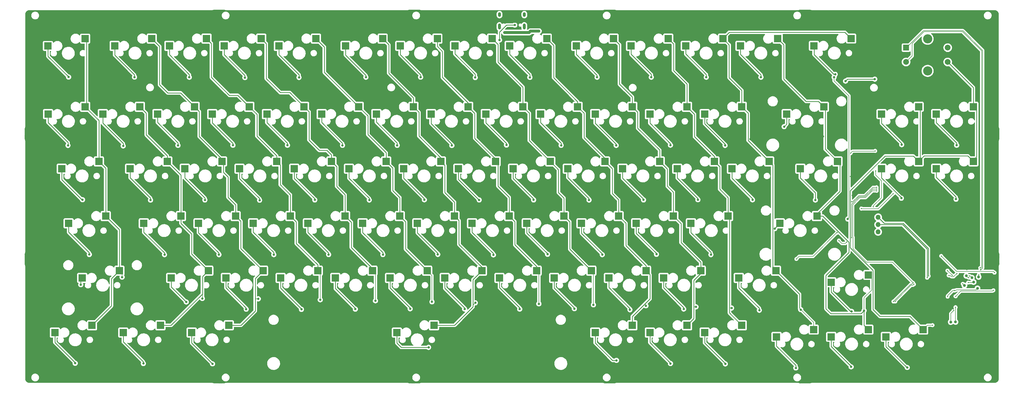
<source format=gbr>
%TF.GenerationSoftware,KiCad,Pcbnew,7.0.9*%
%TF.CreationDate,2024-09-10T22:02:23-04:00*%
%TF.ProjectId,panel,70616e65-6c2e-46b6-9963-61645f706362,0.1*%
%TF.SameCoordinates,Original*%
%TF.FileFunction,Copper,L2,Bot*%
%TF.FilePolarity,Positive*%
%FSLAX46Y46*%
G04 Gerber Fmt 4.6, Leading zero omitted, Abs format (unit mm)*
G04 Created by KiCad (PCBNEW 7.0.9) date 2024-09-10 22:02:23*
%MOMM*%
%LPD*%
G01*
G04 APERTURE LIST*
%TA.AperFunction,SMDPad,CuDef*%
%ADD10C,1.000000*%
%TD*%
%TA.AperFunction,SMDPad,CuDef*%
%ADD11R,2.550000X2.500000*%
%TD*%
%TA.AperFunction,ComponentPad*%
%ADD12C,0.600000*%
%TD*%
%TA.AperFunction,ComponentPad*%
%ADD13R,1.700000X1.700000*%
%TD*%
%TA.AperFunction,ComponentPad*%
%ADD14O,1.700000X1.700000*%
%TD*%
%TA.AperFunction,ComponentPad*%
%ADD15O,1.000000X2.100000*%
%TD*%
%TA.AperFunction,ComponentPad*%
%ADD16O,1.000000X1.600000*%
%TD*%
%TA.AperFunction,ComponentPad*%
%ADD17R,2.000000X2.000000*%
%TD*%
%TA.AperFunction,ComponentPad*%
%ADD18C,2.000000*%
%TD*%
%TA.AperFunction,ComponentPad*%
%ADD19C,3.200000*%
%TD*%
%TA.AperFunction,ViaPad*%
%ADD20C,0.800000*%
%TD*%
%TA.AperFunction,ViaPad*%
%ADD21C,0.400000*%
%TD*%
%TA.AperFunction,Conductor*%
%ADD22C,1.000000*%
%TD*%
%TA.AperFunction,Conductor*%
%ADD23C,0.400000*%
%TD*%
%TA.AperFunction,Conductor*%
%ADD24C,0.250000*%
%TD*%
%TA.AperFunction,Conductor*%
%ADD25C,0.150000*%
%TD*%
G04 APERTURE END LIST*
D10*
%TO.P,TP8,1,1*%
%TO.N,Board_0-GND*%
X373174000Y-120549000D03*
%TD*%
%TO.P,TP4,1,1*%
%TO.N,Board_0-Net-(U3-GPIO29_ADC3)*%
X370116000Y-118785000D03*
%TD*%
%TO.P,TP7,1,1*%
%TO.N,Board_0-/GPIO24*%
X372471000Y-118547000D03*
%TD*%
%TO.P,TP3,1,1*%
%TO.N,Board_0-Net-(U3-GPIO28_ADC2)*%
X368189000Y-118181000D03*
%TD*%
%TO.P,TP5,1,1*%
%TO.N,Board_0-Net-(U3-SWCLK)*%
X362766000Y-134291000D03*
%TD*%
%TO.P,TP2,1,1*%
%TO.N,Board_0-Net-(U3-GPIO25)*%
X370710000Y-120331000D03*
%TD*%
%TO.P,TP6,1,1*%
%TO.N,Board_0-Net-(U3-SWD)*%
X364417000Y-134253000D03*
%TD*%
%TO.P,TP1,1,1*%
%TO.N,Board_0-Net-(U3-GPIO23)*%
X367528000Y-121539000D03*
%TD*%
%TO.P,TP9,1,1*%
%TO.N,Board_0-+3V3*%
X372083000Y-122537000D03*
%TD*%
D11*
%TO.P,SW69,1,A*%
%TO.N,Board_0-Net-(D69-A)*%
X321155000Y-120392000D03*
%TO.P,SW69,2,B*%
%TO.N,Board_0-/col13*%
X334082000Y-117852000D03*
%TD*%
%TO.P,SW40,1,A*%
%TO.N,Board_0-Net-(D40-A)*%
X286597500Y-80803000D03*
%TO.P,SW40,2,B*%
%TO.N,Board_0-/col12*%
X299524500Y-78263000D03*
%TD*%
%TO.P,SW20,1,A*%
%TO.N,Board_0-Net-(D20-A)*%
X162772000Y-61753000D03*
%TO.P,SW20,2,B*%
%TO.N,Board_0-/col6*%
X175699000Y-59213000D03*
%TD*%
%TO.P,SW72,1,A*%
%TO.N,Board_0-Net-(D72-A)*%
X98477500Y-137953000D03*
%TO.P,SW72,2,B*%
%TO.N,Board_0-/col2*%
X111404500Y-135413000D03*
%TD*%
%TO.P,SW28,1,A*%
%TO.N,Board_0-Net-(D28-A)*%
X53234500Y-80803000D03*
%TO.P,SW28,2,B*%
%TO.N,Board_0-/col0*%
X66161500Y-78263000D03*
%TD*%
%TO.P,SW25,1,A*%
%TO.N,Board_0-Net-(D25-A)*%
X258022000Y-61753000D03*
%TO.P,SW25,2,B*%
%TO.N,Board_0-/col11*%
X270949000Y-59213000D03*
%TD*%
%TO.P,SW6,1,A*%
%TO.N,Board_0-Net-(D6-A)*%
X152033000Y-37961000D03*
%TO.P,SW6,2,B*%
%TO.N,Board_0-/col6*%
X164960000Y-35421000D03*
%TD*%
%TO.P,SW8,1,A*%
%TO.N,Board_0-Net-(D8-A)*%
X190133000Y-37961000D03*
%TO.P,SW8,2,B*%
%TO.N,Board_0-/col8*%
X203060000Y-35421000D03*
%TD*%
%TO.P,SW23,1,A*%
%TO.N,Board_0-Net-(D23-A)*%
X219922000Y-61753000D03*
%TO.P,SW23,2,B*%
%TO.N,Board_0-/col9*%
X232849000Y-59213000D03*
%TD*%
D12*
%TO.P,U3,57,GND*%
%TO.N,Board_0-GND*%
X360187000Y-119417000D03*
X360187000Y-120692000D03*
X360187000Y-121967000D03*
X361462000Y-119417000D03*
X361462000Y-120692000D03*
X361462000Y-121967000D03*
X362737000Y-119417000D03*
X362737000Y-120692000D03*
X362737000Y-121967000D03*
%TD*%
D11*
%TO.P,SW68,1,A*%
%TO.N,Board_0-Net-(D68-A)*%
X288978500Y-118903000D03*
%TO.P,SW68,2,B*%
%TO.N,Board_0-/col12*%
X301905500Y-116363000D03*
%TD*%
D13*
%TO.P,OLED1,1,Pin_1*%
%TO.N,Board_0-GND*%
X337497000Y-105379000D03*
D14*
%TO.P,OLED1,2,Pin_2*%
%TO.N,Board_0-+3V3*%
X337497000Y-102839000D03*
%TO.P,OLED1,3,Pin_3*%
%TO.N,Board_0-/SCL*%
X337497000Y-100299000D03*
%TO.P,OLED1,4,Pin_4*%
%TO.N,Board_0-/SDA*%
X337497000Y-97759000D03*
%TD*%
D11*
%TO.P,SW35,1,A*%
%TO.N,Board_0-Net-(D35-A)*%
X191347500Y-80803000D03*
%TO.P,SW35,2,B*%
%TO.N,Board_0-/col7*%
X204274500Y-78263000D03*
%TD*%
%TO.P,SW38,1,A*%
%TO.N,Board_0-Net-(D38-A)*%
X248497500Y-80803000D03*
%TO.P,SW38,2,B*%
%TO.N,Board_0-/col10*%
X261424500Y-78263000D03*
%TD*%
%TO.P,SW46,1,A*%
%TO.N,Board_0-Net-(D46-A)*%
X138959500Y-99853000D03*
%TO.P,SW46,2,B*%
%TO.N,Board_0-/col4*%
X151886500Y-97313000D03*
%TD*%
%TO.P,SW73,1,A*%
%TO.N,Board_0-Net-(D73-A)*%
X169915500Y-137953000D03*
%TO.P,SW73,2,B*%
%TO.N,Board_0-/col6*%
X182842500Y-135413000D03*
%TD*%
%TO.P,SW1,1,A*%
%TO.N,Board_0-Net-(D1-A)*%
X48433000Y-37983000D03*
%TO.P,SW1,2,B*%
%TO.N,Board_0-/col0*%
X61360000Y-35443000D03*
%TD*%
%TO.P,SW45,1,A*%
%TO.N,Board_0-Net-(D45-A)*%
X119909500Y-99853000D03*
%TO.P,SW45,2,B*%
%TO.N,Board_0-/col3*%
X132836500Y-97313000D03*
%TD*%
%TO.P,SW59,1,A*%
%TO.N,Board_0-Net-(D59-A)*%
X129434500Y-118903000D03*
%TO.P,SW59,2,B*%
%TO.N,Board_0-/col3*%
X142361500Y-116363000D03*
%TD*%
%TO.P,SW64,1,A*%
%TO.N,Board_0-Net-(D64-A)*%
X224684500Y-118903000D03*
%TO.P,SW64,2,B*%
%TO.N,Board_0-/col8*%
X237611500Y-116363000D03*
%TD*%
%TO.P,SW31,1,A*%
%TO.N,Board_0-Net-(D31-A)*%
X115147500Y-80803000D03*
%TO.P,SW31,2,B*%
%TO.N,Board_0-/col3*%
X128074500Y-78263000D03*
%TD*%
%TO.P,SW39,1,A*%
%TO.N,Board_0-Net-(D39-A)*%
X267547500Y-80803000D03*
%TO.P,SW39,2,B*%
%TO.N,Board_0-/col11*%
X280474500Y-78263000D03*
%TD*%
%TO.P,SW12,1,A*%
%TO.N,Board_0-Net-(D12-A)*%
X270508000Y-37961000D03*
%TO.P,SW12,2,B*%
%TO.N,Board_0-/col12*%
X283435000Y-35421000D03*
%TD*%
%TO.P,SW74,1,A*%
%TO.N,Board_0-Net-(D74-A)*%
X238971500Y-137953000D03*
%TO.P,SW74,2,B*%
%TO.N,Board_0-/col9*%
X251898500Y-135413000D03*
%TD*%
%TO.P,SW2,1,A*%
%TO.N,Board_0-Net-(D2-A)*%
X71658000Y-37961000D03*
%TO.P,SW2,2,B*%
%TO.N,Board_0-/col2*%
X84585000Y-35421000D03*
%TD*%
%TO.P,SW15,1,A*%
%TO.N,Board_0-Net-(D15-A)*%
X67522000Y-61753000D03*
%TO.P,SW15,2,B*%
%TO.N,Board_0-/col1*%
X80449000Y-59213000D03*
%TD*%
%TO.P,SW82,1,A*%
%TO.N,Board_0-Net-(D82-A)*%
X357716000Y-61744000D03*
%TO.P,SW82,2,B*%
%TO.N,Board_0-/col14*%
X370643000Y-59204000D03*
%TD*%
%TO.P,SW14,1,A*%
%TO.N,Board_0-Net-(D14-A)*%
X48472000Y-61753000D03*
%TO.P,SW14,2,B*%
%TO.N,Board_0-/col0*%
X61399000Y-59213000D03*
%TD*%
%TO.P,SW37,1,A*%
%TO.N,Board_0-Net-(D37-A)*%
X229447500Y-80803000D03*
%TO.P,SW37,2,B*%
%TO.N,Board_0-/col9*%
X242374500Y-78263000D03*
%TD*%
%TO.P,SW80,1,A*%
%TO.N,Board_0-Net-(D80-A)*%
X338666000Y-61744000D03*
%TO.P,SW80,2,B*%
%TO.N,Board_0-/col14*%
X351593000Y-59204000D03*
%TD*%
%TO.P,SW61,1,A*%
%TO.N,Board_0-Net-(D61-A)*%
X167534500Y-118903000D03*
%TO.P,SW61,2,B*%
%TO.N,Board_0-/col5*%
X180461500Y-116363000D03*
%TD*%
%TO.P,SW77,1,A*%
%TO.N,Board_0-Net-(D77-A)*%
X302105000Y-139442000D03*
%TO.P,SW77,2,B*%
%TO.N,Board_0-/col12*%
X315032000Y-136902000D03*
%TD*%
D15*
%TO.P,USB1,13,SHIELD*%
%TO.N,Board_0-Net-(USB1-SHIELD)*%
X214303000Y-31233500D03*
D16*
X214303000Y-27053500D03*
D15*
X205663000Y-31233500D03*
D16*
X205663000Y-27053500D03*
%TD*%
D11*
%TO.P,SW24,1,A*%
%TO.N,Board_0-Net-(D24-A)*%
X238972000Y-61753000D03*
%TO.P,SW24,2,B*%
%TO.N,Board_0-/col10*%
X251899000Y-59213000D03*
%TD*%
%TO.P,SW62,1,A*%
%TO.N,Board_0-Net-(D62-A)*%
X186584500Y-118903000D03*
%TO.P,SW62,2,B*%
%TO.N,Board_0-/col6*%
X199511500Y-116363000D03*
%TD*%
%TO.P,SW81,1,A*%
%TO.N,Board_0-Net-(D81-A)*%
X338666000Y-80794000D03*
%TO.P,SW81,2,B*%
%TO.N,Board_0-/col14*%
X351593000Y-78254000D03*
%TD*%
%TO.P,SW49,1,A*%
%TO.N,Board_0-Net-(D49-A)*%
X196109500Y-99853000D03*
%TO.P,SW49,2,B*%
%TO.N,Board_0-/col7*%
X209036500Y-97313000D03*
%TD*%
%TO.P,SW47,1,A*%
%TO.N,Board_0-Net-(D47-A)*%
X158009500Y-99853000D03*
%TO.P,SW47,2,B*%
%TO.N,Board_0-/col5*%
X170936500Y-97313000D03*
%TD*%
%TO.P,SW26,1,A*%
%TO.N,Board_0-Net-(D26-A)*%
X277072000Y-61753000D03*
%TO.P,SW26,2,B*%
%TO.N,Board_0-/col12*%
X289999000Y-59213000D03*
%TD*%
%TO.P,SW4,1,A*%
%TO.N,Board_0-Net-(D4-A)*%
X109758000Y-37961000D03*
%TO.P,SW4,2,B*%
%TO.N,Board_0-/col4*%
X122685000Y-35421000D03*
%TD*%
%TO.P,SW33,1,A*%
%TO.N,Board_0-Net-(D33-A)*%
X153247500Y-80803000D03*
%TO.P,SW33,2,B*%
%TO.N,Board_0-/col5*%
X166174500Y-78263000D03*
%TD*%
%TO.P,SW32,1,A*%
%TO.N,Board_0-Net-(D32-A)*%
X134197500Y-80803000D03*
%TO.P,SW32,2,B*%
%TO.N,Board_0-/col4*%
X147124500Y-78263000D03*
%TD*%
%TO.P,SW19,1,A*%
%TO.N,Board_0-Net-(D19-A)*%
X143722000Y-61753000D03*
%TO.P,SW19,2,B*%
%TO.N,Board_0-/col5*%
X156649000Y-59213000D03*
%TD*%
%TO.P,SW66,1,A*%
%TO.N,Board_0-Net-(D66-A)*%
X262784500Y-118903000D03*
%TO.P,SW66,2,B*%
%TO.N,Board_0-/col10*%
X275711500Y-116363000D03*
%TD*%
%TO.P,SW44,1,A*%
%TO.N,Board_0-Net-(D44-A)*%
X100859500Y-99853000D03*
%TO.P,SW44,2,B*%
%TO.N,Board_0-/col2*%
X113786500Y-97313000D03*
%TD*%
%TO.P,SW71,1,A*%
%TO.N,Board_0-Net-(D71-A)*%
X74664500Y-137953000D03*
%TO.P,SW71,2,B*%
%TO.N,Board_0-/col1*%
X87591500Y-135413000D03*
%TD*%
%TO.P,SW5,1,A*%
%TO.N,Board_0-Net-(D5-A)*%
X128808000Y-37961000D03*
%TO.P,SW5,2,B*%
%TO.N,Board_0-/col5*%
X141735000Y-35421000D03*
%TD*%
D17*
%TO.P,ROTARY1,A,A*%
%TO.N,Board_0-/RESCLK*%
X347202000Y-38583000D03*
D18*
%TO.P,ROTARY1,B,B*%
%TO.N,Board_0-/RESDATA*%
X347202000Y-43583000D03*
%TO.P,ROTARY1,C,C*%
%TO.N,Board_0-GND*%
X347202000Y-41083000D03*
D19*
%TO.P,ROTARY1,MP*%
%TO.N,N/C*%
X354702000Y-35483000D03*
X354702000Y-46683000D03*
D18*
%TO.P,ROTARY1,S1,S1*%
%TO.N,Board_0-/col14*%
X361702000Y-43583000D03*
%TO.P,ROTARY1,S2,S2*%
%TO.N,Board_0-/RES*%
X361702000Y-38583000D03*
%TD*%
D11*
%TO.P,SW60,1,A*%
%TO.N,Board_0-Net-(D60-A)*%
X148484500Y-118903000D03*
%TO.P,SW60,2,B*%
%TO.N,Board_0-/col4*%
X161411500Y-116363000D03*
%TD*%
%TO.P,SW55,1,A*%
%TO.N,Board_0-Net-(D55-A)*%
X303265500Y-99853000D03*
%TO.P,SW55,2,B*%
%TO.N,Board_0-/col13*%
X316192500Y-97313000D03*
%TD*%
%TO.P,SW53,1,A*%
%TO.N,Board_0-Net-(D53-A)*%
X272309500Y-99853000D03*
%TO.P,SW53,2,B*%
%TO.N,Board_0-/col11*%
X285236500Y-97313000D03*
%TD*%
%TO.P,SW36,1,A*%
%TO.N,Board_0-Net-(D36-A)*%
X210397500Y-80803000D03*
%TO.P,SW36,2,B*%
%TO.N,Board_0-/col8*%
X223324500Y-78263000D03*
%TD*%
%TO.P,SW9,1,A*%
%TO.N,Board_0-Net-(D9-A)*%
X209183000Y-37961000D03*
%TO.P,SW9,2,B*%
%TO.N,Board_0-/col9*%
X222110000Y-35421000D03*
%TD*%
%TO.P,SW30,1,A*%
%TO.N,Board_0-Net-(D30-A)*%
X96097500Y-80803000D03*
%TO.P,SW30,2,B*%
%TO.N,Board_0-/col2*%
X109024500Y-78263000D03*
%TD*%
%TO.P,SW50,1,A*%
%TO.N,Board_0-Net-(D50-A)*%
X215159500Y-99853000D03*
%TO.P,SW50,2,B*%
%TO.N,Board_0-/col8*%
X228086500Y-97313000D03*
%TD*%
%TO.P,SW51,1,A*%
%TO.N,Board_0-Net-(D51-A)*%
X234209500Y-99853000D03*
%TO.P,SW51,2,B*%
%TO.N,Board_0-/col9*%
X247136500Y-97313000D03*
%TD*%
%TO.P,SW58,1,A*%
%TO.N,Board_0-Net-(D58-A)*%
X110384500Y-118903000D03*
%TO.P,SW58,2,B*%
%TO.N,Board_0-/col2*%
X123311500Y-116363000D03*
%TD*%
%TO.P,SW65,1,A*%
%TO.N,Board_0-Net-(D65-A)*%
X243734500Y-118903000D03*
%TO.P,SW65,2,B*%
%TO.N,Board_0-/col9*%
X256661500Y-116363000D03*
%TD*%
%TO.P,SW84,1,A*%
%TO.N,Board_0-Net-(D84-A)*%
X340205000Y-139442000D03*
%TO.P,SW84,2,B*%
%TO.N,Board_0-/col14*%
X353132000Y-136902000D03*
%TD*%
%TO.P,SW70,1,A*%
%TO.N,Board_0-Net-(D70-A)*%
X50851500Y-137953000D03*
%TO.P,SW70,2,B*%
%TO.N,Board_0-/col0*%
X63778500Y-135413000D03*
%TD*%
%TO.P,SW29,1,A*%
%TO.N,Board_0-Net-(D29-A)*%
X77047500Y-80803000D03*
%TO.P,SW29,2,B*%
%TO.N,Board_0-/col1*%
X89974500Y-78263000D03*
%TD*%
%TO.P,SW10,1,A*%
%TO.N,Board_0-Net-(D10-A)*%
X232408000Y-37961000D03*
%TO.P,SW10,2,B*%
%TO.N,Board_0-/col10*%
X245335000Y-35421000D03*
%TD*%
%TO.P,SW34,1,A*%
%TO.N,Board_0-Net-(D34-A)*%
X172297500Y-80803000D03*
%TO.P,SW34,2,B*%
%TO.N,Board_0-/col6*%
X185224500Y-78263000D03*
%TD*%
%TO.P,SW16,1,A*%
%TO.N,Board_0-Net-(D16-A)*%
X86572000Y-61753000D03*
%TO.P,SW16,2,B*%
%TO.N,Board_0-/col2*%
X99499000Y-59213000D03*
%TD*%
%TO.P,SW17,1,A*%
%TO.N,Board_0-Net-(D17-A)*%
X105622000Y-61753000D03*
%TO.P,SW17,2,B*%
%TO.N,Board_0-/col3*%
X118549000Y-59213000D03*
%TD*%
%TO.P,SW52,1,A*%
%TO.N,Board_0-Net-(D52-A)*%
X253259500Y-99853000D03*
%TO.P,SW52,2,B*%
%TO.N,Board_0-/col10*%
X266186500Y-97313000D03*
%TD*%
%TO.P,SW7,1,A*%
%TO.N,Board_0-Net-(D7-A)*%
X171083000Y-37961000D03*
%TO.P,SW7,2,B*%
%TO.N,Board_0-/col7*%
X184010000Y-35421000D03*
%TD*%
%TO.P,SW3,1,A*%
%TO.N,Board_0-Net-(D3-A)*%
X90708000Y-37961000D03*
%TO.P,SW3,2,B*%
%TO.N,Board_0-/col3*%
X103635000Y-35421000D03*
%TD*%
%TO.P,SW76,1,A*%
%TO.N,Board_0-Net-(D76-A)*%
X277071500Y-137953000D03*
%TO.P,SW76,2,B*%
%TO.N,Board_0-/col11*%
X289998500Y-135413000D03*
%TD*%
%TO.P,SW41,1,A*%
%TO.N,Board_0-Net-(D41-A)*%
X310410500Y-80803000D03*
%TO.P,SW41,2,B*%
%TO.N,Board_0-/col13*%
X323337500Y-78263000D03*
%TD*%
%TO.P,SW75,1,A*%
%TO.N,Board_0-Net-(D75-A)*%
X258021500Y-137953000D03*
%TO.P,SW75,2,B*%
%TO.N,Board_0-/col10*%
X270948500Y-135413000D03*
%TD*%
%TO.P,SW27,1,A*%
%TO.N,Board_0-Net-(D27-A)*%
X305647000Y-61753000D03*
%TO.P,SW27,2,B*%
%TO.N,Board_0-/col13*%
X318574000Y-59213000D03*
%TD*%
%TO.P,SW11,1,A*%
%TO.N,Board_0-Net-(D11-A)*%
X251458000Y-37961000D03*
%TO.P,SW11,2,B*%
%TO.N,Board_0-/col11*%
X264385000Y-35421000D03*
%TD*%
%TO.P,SW21,1,A*%
%TO.N,Board_0-Net-(D21-A)*%
X181822000Y-61753000D03*
%TO.P,SW21,2,B*%
%TO.N,Board_0-/col7*%
X194749000Y-59213000D03*
%TD*%
%TO.P,SW78,1,A*%
%TO.N,Board_0-Net-(D78-A)*%
X321155000Y-139442000D03*
%TO.P,SW78,2,B*%
%TO.N,Board_0-/col13*%
X334082000Y-136902000D03*
%TD*%
%TO.P,SW22,1,A*%
%TO.N,Board_0-Net-(D22-A)*%
X200872000Y-61753000D03*
%TO.P,SW22,2,B*%
%TO.N,Board_0-/col8*%
X213799000Y-59213000D03*
%TD*%
%TO.P,SW42,1,A*%
%TO.N,Board_0-Net-(D42-A)*%
X55615500Y-99853000D03*
%TO.P,SW42,2,B*%
%TO.N,Board_0-/col0*%
X68542500Y-97313000D03*
%TD*%
%TO.P,SW13,1,A*%
%TO.N,Board_0-Net-(D13-A)*%
X289558000Y-37961000D03*
%TO.P,SW13,2,B*%
%TO.N,Board_0-/col13*%
X302485000Y-35421000D03*
%TD*%
%TO.P,SW56,1,A*%
%TO.N,Board_0-Net-(D56-A)*%
X60378500Y-118903000D03*
%TO.P,SW56,2,B*%
%TO.N,Board_0-/col0*%
X73305500Y-116363000D03*
%TD*%
%TO.P,SW63,1,A*%
%TO.N,Board_0-Net-(D63-A)*%
X205634500Y-118903000D03*
%TO.P,SW63,2,B*%
%TO.N,Board_0-/col7*%
X218561500Y-116363000D03*
%TD*%
%TO.P,SW83,1,A*%
%TO.N,Board_0-Net-(D83-A)*%
X357716000Y-80794000D03*
%TO.P,SW83,2,B*%
%TO.N,Board_0-/col14*%
X370643000Y-78254000D03*
%TD*%
%TO.P,SW57,1,A*%
%TO.N,Board_0-Net-(D57-A)*%
X91334500Y-118903000D03*
%TO.P,SW57,2,B*%
%TO.N,Board_0-/col1*%
X104261500Y-116363000D03*
%TD*%
%TO.P,SW54,1,A*%
%TO.N,Board_0-Net-(D67-A)*%
X315152000Y-37941000D03*
%TO.P,SW54,2,B*%
%TO.N,Board_0-/col12*%
X328079000Y-35401000D03*
%TD*%
%TO.P,SW18,1,A*%
%TO.N,Board_0-Net-(D18-A)*%
X124672000Y-61753000D03*
%TO.P,SW18,2,B*%
%TO.N,Board_0-/col4*%
X137599000Y-59213000D03*
%TD*%
%TO.P,SW48,1,A*%
%TO.N,Board_0-Net-(D48-A)*%
X177059500Y-99853000D03*
%TO.P,SW48,2,B*%
%TO.N,Board_0-/col6*%
X189986500Y-97313000D03*
%TD*%
%TO.P,SW43,1,A*%
%TO.N,Board_0-Net-(D43-A)*%
X81809500Y-99853000D03*
%TO.P,SW43,2,B*%
%TO.N,Board_0-/col1*%
X94736500Y-97313000D03*
%TD*%
D20*
%TO.N,Board_0-VBUS*%
X219361000Y-32837000D03*
X207435263Y-33339413D03*
X212452000Y-33303500D03*
%TO.N,Board_0-Net-(USB1-CC1)*%
X205651000Y-35931000D03*
X210965000Y-30707500D03*
D21*
%TO.N,Board_0-Net-(U3-SWD)*%
X364426500Y-129129159D03*
%TO.N,Board_0-Net-(U3-SWCLK)*%
X363775801Y-130289580D03*
%TO.N,Board_0-Net-(U3-GPIO29_ADC3)*%
X369249500Y-118231009D03*
%TO.N,Board_0-Net-(U3-GPIO28_ADC2)*%
X369088558Y-118817500D03*
%TO.N,Board_0-Net-(U3-GPIO25)*%
X368839500Y-120523000D03*
%TO.N,Board_0-Net-(U3-GPIO23)*%
X366970000Y-120966500D03*
D20*
%TO.N,Board_0-Net-(D9-A)*%
X216213000Y-48936000D03*
%TO.N,Board_0-Net-(D84-A)*%
X347616474Y-150138245D03*
%TO.N,Board_0-Net-(D83-A)*%
X364596000Y-91430000D03*
%TO.N,Board_0-Net-(D82-A)*%
X364818000Y-72623000D03*
%TO.N,Board_0-Net-(D81-A)*%
X345557000Y-91085000D03*
%TO.N,Board_0-Net-(D80-A)*%
X345682000Y-72423000D03*
%TO.N,Board_0-Net-(D8-A)*%
X197203000Y-49006000D03*
%TO.N,Board_0-Net-(D78-A)*%
X328077000Y-149914000D03*
%TO.N,Board_0-Net-(D77-A)*%
X308828000Y-150303000D03*
%TO.N,Board_0-Net-(D76-A)*%
X284277000Y-148882000D03*
%TO.N,Board_0-Net-(D75-A)*%
X265181000Y-148756000D03*
%TO.N,Board_0-Net-(D74-A)*%
X246377866Y-147662134D03*
%TO.N,Board_0-Net-(D73-A)*%
X180970000Y-143123000D03*
%TO.N,Board_0-Net-(D72-A)*%
X105722500Y-148864500D03*
%TO.N,Board_0-Net-(D71-A)*%
X81656000Y-148744000D03*
%TO.N,Board_0-Net-(D70-A)*%
X57911000Y-148661000D03*
%TO.N,Board_0-Net-(D7-A)*%
X178194000Y-48867000D03*
%TO.N,Board_0-Net-(D69-A)*%
X328241000Y-130566000D03*
%TO.N,Board_0-Net-(D68-A)*%
X296113000Y-130173000D03*
%TO.N,Board_0-Net-(D67-A)*%
X322537000Y-47890000D03*
%TO.N,Board_0-Net-(D66-A)*%
X269801000Y-129751000D03*
%TO.N,Board_0-Net-(D65-A)*%
X251058000Y-130010000D03*
%TO.N,Board_0-Net-(D64-A)*%
X231713000Y-129626000D03*
%TO.N,Board_0-Net-(D63-A)*%
X212689000Y-129771000D03*
%TO.N,Board_0-Net-(D62-A)*%
X193519000Y-129762000D03*
%TO.N,Board_0-Net-(D61-A)*%
X174551000Y-129651000D03*
%TO.N,Board_0-Net-(D60-A)*%
X155453000Y-129781000D03*
%TO.N,Board_0-Net-(D6-A)*%
X159142000Y-48881000D03*
%TO.N,Board_0-Net-(D59-A)*%
X136681000Y-129867000D03*
%TO.N,Board_0-Net-(D58-A)*%
X117458000Y-129815000D03*
%TO.N,Board_0-Net-(D57-A)*%
X96587000Y-127286000D03*
%TO.N,Board_0-Net-(D56-A)*%
X59859000Y-121256000D03*
%TO.N,Board_0-Net-(D55-A)*%
X301505900Y-101685000D03*
%TO.N,Board_0-Net-(D53-A)*%
X279272000Y-110791000D03*
%TO.N,Board_0-Net-(D52-A)*%
X260299000Y-110644000D03*
%TO.N,Board_0-Net-(D51-A)*%
X241434000Y-110782000D03*
%TO.N,Board_0-Net-(D50-A)*%
X222382000Y-110639000D03*
%TO.N,Board_0-Net-(D5-A)*%
X135850000Y-48964000D03*
%TO.N,Board_0-Net-(D49-A)*%
X203532000Y-110869000D03*
%TO.N,Board_0-Net-(D48-A)*%
X184178000Y-110698000D03*
%TO.N,Board_0-Net-(D47-A)*%
X165050000Y-110758000D03*
%TO.N,Board_0-Net-(D46-A)*%
X146159000Y-110739000D03*
%TO.N,Board_0-Net-(D45-A)*%
X127069000Y-110784000D03*
%TO.N,Board_0-Net-(D44-A)*%
X107959000Y-110776000D03*
%TO.N,Board_0-Net-(D43-A)*%
X89030000Y-110795000D03*
%TO.N,Board_0-Net-(D42-A)*%
X62832000Y-110725000D03*
%TO.N,Board_0-Net-(D41-A)*%
X315621000Y-91725000D03*
%TO.N,Board_0-Net-(D40-A)*%
X293741000Y-91665000D03*
%TO.N,Board_0-Net-(D4-A)*%
X116993000Y-49033000D03*
%TO.N,Board_0-Net-(D39-A)*%
X274732000Y-91631000D03*
%TO.N,Board_0-Net-(D38-A)*%
X255806000Y-91687000D03*
%TO.N,Board_0-Net-(D37-A)*%
X236817000Y-91733000D03*
%TO.N,Board_0-Net-(D36-A)*%
X217525000Y-91677000D03*
%TO.N,Board_0-Net-(D35-A)*%
X198553000Y-91708000D03*
%TO.N,Board_0-Net-(D34-A)*%
X179491000Y-91657000D03*
%TO.N,Board_0-Net-(D33-A)*%
X160309000Y-91720000D03*
%TO.N,Board_0-Net-(D32-A)*%
X141338000Y-91683000D03*
%TO.N,Board_0-Net-(D31-A)*%
X122131000Y-91803000D03*
%TO.N,Board_0-Net-(D30-A)*%
X103085000Y-91695000D03*
%TO.N,Board_0-Net-(D3-A)*%
X97636000Y-48908000D03*
%TO.N,Board_0-Net-(D29-A)*%
X84144000Y-91757000D03*
%TO.N,Board_0-Net-(D28-A)*%
X60457000Y-91619000D03*
%TO.N,Board_0-Net-(D27-A)*%
X304750000Y-66144000D03*
%TO.N,Board_0-Net-(D26-A)*%
X284194000Y-72680000D03*
%TO.N,Board_0-Net-(D25-A)*%
X265170000Y-72607000D03*
%TO.N,Board_0-Net-(D24-A)*%
X246272000Y-72670000D03*
%TO.N,Board_0-Net-(D23-A)*%
X227123000Y-72644000D03*
%TO.N,Board_0-Net-(D22-A)*%
X208079000Y-72540000D03*
%TO.N,Board_0-Net-(D21-A)*%
X189055000Y-72707000D03*
%TO.N,Board_0-Net-(D20-A)*%
X170032000Y-72644000D03*
%TO.N,Board_0-Net-(D2-A)*%
X78557000Y-48853000D03*
%TO.N,Board_0-Net-(D19-A)*%
X150987000Y-72644000D03*
%TO.N,Board_0-Net-(D18-A)*%
X131818000Y-72623000D03*
%TO.N,Board_0-Net-(D17-A)*%
X112836000Y-72623000D03*
%TO.N,Board_0-Net-(D16-A)*%
X93708000Y-72665000D03*
%TO.N,Board_0-Net-(D15-A)*%
X74643000Y-72853000D03*
%TO.N,Board_0-Net-(D14-A)*%
X55403000Y-72685000D03*
%TO.N,Board_0-Net-(D13-A)*%
X296673000Y-48881000D03*
%TO.N,Board_0-Net-(D12-A)*%
X277636000Y-48908000D03*
%TO.N,Board_0-Net-(D11-A)*%
X258487000Y-48894000D03*
%TO.N,Board_0-Net-(D10-A)*%
X239630000Y-48908000D03*
%TO.N,Board_0-Net-(D1-A)*%
X55623000Y-48837000D03*
D21*
%TO.N,Board_0-GND*%
X335186000Y-102936000D03*
X340662000Y-112190000D03*
X369942000Y-117489000D03*
X343112000Y-90194000D03*
X327820500Y-83537000D03*
D20*
X318269000Y-69569000D03*
D21*
X367623000Y-124624000D03*
X357703000Y-126784000D03*
X331549000Y-124296000D03*
X325250000Y-130471000D03*
X342225000Y-56416000D03*
X280257000Y-129543000D03*
D20*
X293040000Y-70483000D03*
D21*
X361474000Y-130800500D03*
X334499000Y-124916000D03*
X353689000Y-118344000D03*
D20*
X333871000Y-110464000D03*
D21*
X341440000Y-110276000D03*
X370206000Y-121491000D03*
X348173000Y-120621000D03*
X213468000Y-29873500D03*
X363652000Y-129703000D03*
X360953232Y-114279110D03*
X206416000Y-29966500D03*
X315190000Y-130366000D03*
X368368000Y-116025000D03*
X362568977Y-127145023D03*
X328427000Y-90153000D03*
X339726000Y-91223000D03*
X359842000Y-91445000D03*
X359515513Y-115843487D03*
X367029000Y-118017500D03*
X305296000Y-130127000D03*
X331216000Y-130429000D03*
%TO.N,Board_0-/row5*%
X349940587Y-121121771D03*
X343435201Y-127122701D03*
%TO.N,Board_0-/row4*%
X342827928Y-127116500D03*
X336971792Y-88494488D03*
X349635000Y-120606000D03*
D20*
%TO.N,Board_0-/row3*%
X326907556Y-98357556D03*
D21*
X309033000Y-112278000D03*
X328270500Y-92352000D03*
D20*
X322145000Y-48898000D03*
D21*
X323249622Y-103115378D03*
X336939000Y-87296000D03*
%TO.N,Board_0-/row2*%
X328270500Y-104857000D03*
X323834000Y-105890000D03*
X336948957Y-87895420D03*
X326523122Y-106388878D03*
%TO.N,Board_0-/row1*%
X336462000Y-74592000D03*
X327891000Y-75390000D03*
D20*
%TO.N,Board_0-/row0*%
X336321000Y-49573000D03*
X326127000Y-50246000D03*
%TO.N,Board_0-/col9*%
X256619000Y-128632500D03*
%TO.N,Board_0-/col8*%
X238340000Y-128282500D03*
%TO.N,Board_0-/col7*%
X219353000Y-127932500D03*
%TO.N,Board_0-/col6*%
X197228000Y-127582500D03*
%TO.N,Board_0-/col5*%
X182142000Y-127232500D03*
%TO.N,Board_0-/col4*%
X162455000Y-126882500D03*
%TO.N,Board_0-/col3*%
X143229000Y-126532500D03*
%TO.N,Board_0-/col2*%
X121672000Y-126182500D03*
D21*
%TO.N,Board_0-/col14*%
X356403000Y-135383000D03*
D20*
%TO.N,Board_0-/col13*%
X332578266Y-130311500D03*
%TO.N,Board_0-/col12*%
X310535500Y-129961500D03*
%TO.N,Board_0-/col11*%
X286471000Y-129400000D03*
%TO.N,Board_0-/col10*%
X274068000Y-128982500D03*
%TO.N,Board_0-/col1*%
X102175000Y-126065000D03*
%TO.N,Board_0-/col0*%
X74244000Y-118615000D03*
D21*
%TO.N,Board_0-/USB_BOOT*%
X359451000Y-111246000D03*
X377985000Y-117055000D03*
%TO.N,Board_0-/SDA*%
X355082019Y-118238065D03*
%TO.N,Board_0-/SCL*%
X354539000Y-118817500D03*
%TO.N,Board_0-/RUN*%
X364435000Y-125316500D03*
X377611000Y-123217000D03*
%TO.N,Board_0-/RESDATA*%
X373061000Y-115385000D03*
%TO.N,Board_0-/RESCLK*%
X373235500Y-116130477D03*
%TO.N,Board_0-/GPIO24*%
X331641000Y-94713000D03*
X342718000Y-89535000D03*
X372526000Y-117814000D03*
%TO.N,Board_0-+3V3*%
X364062500Y-123292500D03*
X364880227Y-117352727D03*
X335807000Y-94124000D03*
X361691537Y-125405134D03*
X362063000Y-118022000D03*
X336583000Y-81535000D03*
%TO.N,Board_0-+1V1*%
X361637500Y-116349000D03*
X363265658Y-118013897D03*
%TD*%
D22*
%TO.N,Board_0-VBUS*%
X216436000Y-32837000D02*
X215969500Y-33303500D01*
X212452000Y-33303500D02*
X211864000Y-33303500D01*
X211864000Y-33303500D02*
X207471176Y-33303500D01*
X215969500Y-33303500D02*
X212452000Y-33303500D01*
X207471176Y-33303500D02*
X207435263Y-33339413D01*
D23*
X212433000Y-33177500D02*
X212468000Y-33142500D01*
D22*
X219361000Y-32837000D02*
X216436000Y-32837000D01*
D23*
X207435263Y-33339413D02*
X207436176Y-33338500D01*
D24*
%TO.N,Board_0-Net-(USB1-CC1)*%
X205632000Y-33154449D02*
X205632000Y-35912000D01*
X208078949Y-30707500D02*
X210965000Y-30707500D01*
X205632000Y-35912000D02*
X205651000Y-35931000D01*
X205632000Y-33154449D02*
X208078949Y-30707500D01*
D25*
%TO.N,Board_0-Net-(U3-SWD)*%
X364374000Y-134210000D02*
X364417000Y-134253000D01*
X364374000Y-129181659D02*
X364374000Y-134210000D01*
X364426500Y-129129159D02*
X364374000Y-129181659D01*
%TO.N,Board_0-Net-(U3-SWCLK)*%
X363775801Y-130289580D02*
X362766000Y-131299381D01*
X362766000Y-131299381D02*
X362766000Y-134291000D01*
%TO.N,Board_0-Net-(U3-GPIO29_ADC3)*%
X369249500Y-118231009D02*
X369562009Y-118231009D01*
X369562009Y-118231009D02*
X370116000Y-118785000D01*
%TO.N,Board_0-Net-(U3-GPIO28_ADC2)*%
X368825500Y-118817500D02*
X368189000Y-118181000D01*
X369088558Y-118817500D02*
X368825500Y-118817500D01*
%TO.N,Board_0-Net-(U3-GPIO25)*%
X370510000Y-120531000D02*
X370710000Y-120331000D01*
X368839500Y-120523000D02*
X368847500Y-120531000D01*
X368847500Y-120531000D02*
X370510000Y-120531000D01*
%TO.N,Board_0-Net-(U3-GPIO23)*%
X366970000Y-120966500D02*
X367540500Y-121537000D01*
X367540500Y-121537000D02*
X367672000Y-121537000D01*
D24*
%TO.N,Board_0-Net-(D9-A)*%
X209183000Y-40968000D02*
X209183000Y-37961000D01*
X216213000Y-48936000D02*
X216213000Y-47998000D01*
X216213000Y-47998000D02*
X209183000Y-40968000D01*
%TO.N,Board_0-Net-(D84-A)*%
X347616474Y-150138245D02*
X347503245Y-150138245D01*
X340200000Y-142835000D02*
X340200000Y-139130000D01*
X347503245Y-150138245D02*
X340200000Y-142835000D01*
%TO.N,Board_0-Net-(D83-A)*%
X357716000Y-83779000D02*
X357716000Y-80794000D01*
X364596000Y-91430000D02*
X364596000Y-90659000D01*
X364596000Y-90659000D02*
X357716000Y-83779000D01*
%TO.N,Board_0-Net-(D82-A)*%
X364818000Y-72623000D02*
X364818000Y-71838000D01*
X357716000Y-64736000D02*
X357716000Y-61744000D01*
X364818000Y-71838000D02*
X357716000Y-64736000D01*
%TO.N,Board_0-Net-(D81-A)*%
X345557000Y-90904000D02*
X338666000Y-84013000D01*
X345557000Y-91085000D02*
X345557000Y-90904000D01*
X338666000Y-84013000D02*
X338666000Y-80794000D01*
%TO.N,Board_0-Net-(D80-A)*%
X345682000Y-72423000D02*
X345682000Y-71962000D01*
X338666000Y-64946000D02*
X338666000Y-61744000D01*
X345682000Y-71962000D02*
X338666000Y-64946000D01*
%TO.N,Board_0-Net-(D8-A)*%
X190133000Y-40788000D02*
X190133000Y-37961000D01*
X197203000Y-49006000D02*
X197203000Y-47858000D01*
X197203000Y-47858000D02*
X190133000Y-40788000D01*
%TO.N,Board_0-Net-(D78-A)*%
X328077000Y-149914000D02*
X328077000Y-149731000D01*
X321150000Y-142804000D02*
X321150000Y-139130000D01*
X328077000Y-149731000D02*
X321150000Y-142804000D01*
%TO.N,Board_0-Net-(D77-A)*%
X308828000Y-149403000D02*
X302100000Y-142675000D01*
X308828000Y-150303000D02*
X308828000Y-149403000D01*
X302100000Y-142675000D02*
X302100000Y-139130000D01*
%TO.N,Board_0-Net-(D76-A)*%
X284277000Y-148882000D02*
X284277000Y-148773000D01*
X277071500Y-141567500D02*
X277071500Y-137953000D01*
X284277000Y-148773000D02*
X277071500Y-141567500D01*
%TO.N,Board_0-Net-(D75-A)*%
X265181000Y-148603000D02*
X258021500Y-141443500D01*
X258021500Y-141443500D02*
X258021500Y-137953000D01*
X265181000Y-148756000D02*
X265181000Y-148603000D01*
%TO.N,Board_0-Net-(D74-A)*%
X246377866Y-147662134D02*
X245044134Y-147662134D01*
X245044134Y-147662134D02*
X238971500Y-141589500D01*
X238971500Y-141589500D02*
X238971500Y-137953000D01*
%TO.N,Board_0-Net-(D73-A)*%
X171456000Y-143123000D02*
X169915500Y-141582500D01*
X180970000Y-143123000D02*
X171456000Y-143123000D01*
X169915500Y-141582500D02*
X169915500Y-137953000D01*
%TO.N,Board_0-Net-(D72-A)*%
X98477500Y-141619500D02*
X98477500Y-137953000D01*
X105722500Y-148864500D02*
X98477500Y-141619500D01*
%TO.N,Board_0-Net-(D71-A)*%
X74664500Y-141209500D02*
X74664500Y-137953000D01*
X81656000Y-148201000D02*
X74664500Y-141209500D01*
X81656000Y-148744000D02*
X81656000Y-148201000D01*
%TO.N,Board_0-Net-(D70-A)*%
X57911000Y-148465000D02*
X50851500Y-141405500D01*
X50851500Y-141405500D02*
X50851500Y-137953000D01*
X57911000Y-148661000D02*
X57911000Y-148465000D01*
%TO.N,Board_0-Net-(D7-A)*%
X178194000Y-48123000D02*
X171083000Y-41012000D01*
X178194000Y-48867000D02*
X178194000Y-48123000D01*
X171083000Y-41012000D02*
X171083000Y-37961000D01*
%TO.N,Board_0-Net-(D69-A)*%
X328241000Y-130566000D02*
X327932000Y-130566000D01*
X321155000Y-123789000D02*
X321155000Y-120392000D01*
X327932000Y-130566000D02*
X321155000Y-123789000D01*
%TO.N,Board_0-Net-(D68-A)*%
X296113000Y-130173000D02*
X296113000Y-129475000D01*
X296113000Y-129475000D02*
X288978500Y-122340500D01*
X288978500Y-122340500D02*
X288978500Y-118903000D01*
%TO.N,Board_0-Net-(D67-A)*%
X322537000Y-47890000D02*
X322083000Y-47890000D01*
X315171000Y-40978000D02*
X315171000Y-37642000D01*
X322083000Y-47890000D02*
X315171000Y-40978000D01*
%TO.N,Board_0-Net-(D66-A)*%
X269801000Y-129299000D02*
X262784500Y-122282500D01*
X269801000Y-129751000D02*
X269801000Y-129299000D01*
X262784500Y-122282500D02*
X262784500Y-118903000D01*
%TO.N,Board_0-Net-(D65-A)*%
X251058000Y-129560000D02*
X243734500Y-122236500D01*
X243734500Y-122236500D02*
X243734500Y-118903000D01*
X251058000Y-130010000D02*
X251058000Y-129560000D01*
%TO.N,Board_0-Net-(D64-A)*%
X224684500Y-122355500D02*
X224684500Y-118903000D01*
X231713000Y-129384000D02*
X224684500Y-122355500D01*
X231713000Y-129626000D02*
X231713000Y-129384000D01*
%TO.N,Board_0-Net-(D63-A)*%
X205634500Y-122265500D02*
X205634500Y-118903000D01*
X212689000Y-129771000D02*
X212689000Y-129320000D01*
X212689000Y-129320000D02*
X205634500Y-122265500D01*
%TO.N,Board_0-Net-(D62-A)*%
X193519000Y-129762000D02*
X193519000Y-129403000D01*
X193519000Y-129403000D02*
X186584500Y-122468500D01*
X186584500Y-122468500D02*
X186584500Y-118903000D01*
%TO.N,Board_0-Net-(D61-A)*%
X174551000Y-129375000D02*
X167534500Y-122358500D01*
X174551000Y-129651000D02*
X174551000Y-129375000D01*
X167534500Y-122358500D02*
X167534500Y-118903000D01*
%TO.N,Board_0-Net-(D60-A)*%
X148484500Y-122561500D02*
X148484500Y-118903000D01*
X155453000Y-129781000D02*
X155453000Y-129530000D01*
X155453000Y-129530000D02*
X148484500Y-122561500D01*
%TO.N,Board_0-Net-(D6-A)*%
X159142000Y-48881000D02*
X159142000Y-48275000D01*
X152033000Y-41166000D02*
X152033000Y-37961000D01*
X159142000Y-48275000D02*
X152033000Y-41166000D01*
%TO.N,Board_0-Net-(D59-A)*%
X129434500Y-122472500D02*
X129434500Y-118903000D01*
X136681000Y-129867000D02*
X136681000Y-129719000D01*
X136681000Y-129719000D02*
X129434500Y-122472500D01*
%TO.N,Board_0-Net-(D58-A)*%
X110384500Y-122314500D02*
X110384500Y-118903000D01*
X117458000Y-129815000D02*
X117458000Y-129388000D01*
X117458000Y-129388000D02*
X110384500Y-122314500D01*
%TO.N,Board_0-Net-(D57-A)*%
X96587000Y-127286000D02*
X91334500Y-122033500D01*
X91334500Y-122033500D02*
X91334500Y-118903000D01*
%TO.N,Board_0-Net-(D56-A)*%
X59859000Y-121256000D02*
X59859000Y-119422500D01*
X59859000Y-119422500D02*
X60378500Y-118903000D01*
%TO.N,Board_0-Net-(D55-A)*%
X301505900Y-101612600D02*
X303265500Y-99853000D01*
X301505900Y-101685000D02*
X301505900Y-101612600D01*
%TO.N,Board_0-Net-(D53-A)*%
X272309500Y-103056500D02*
X272309500Y-99853000D01*
X279272000Y-110791000D02*
X279272000Y-110019000D01*
X279272000Y-110019000D02*
X272309500Y-103056500D01*
%TO.N,Board_0-Net-(D52-A)*%
X260299000Y-110644000D02*
X260299000Y-110333000D01*
X253259500Y-103293500D02*
X253259500Y-99853000D01*
X260299000Y-110333000D02*
X253259500Y-103293500D01*
%TO.N,Board_0-Net-(D51-A)*%
X241434000Y-110548000D02*
X234209500Y-103323500D01*
X234209500Y-103323500D02*
X234209500Y-99853000D01*
X241434000Y-110782000D02*
X241434000Y-110548000D01*
%TO.N,Board_0-Net-(D50-A)*%
X215159500Y-103241500D02*
X215159500Y-99853000D01*
X222382000Y-110464000D02*
X215159500Y-103241500D01*
X222382000Y-110639000D02*
X222382000Y-110464000D01*
%TO.N,Board_0-Net-(D5-A)*%
X135850000Y-48964000D02*
X135850000Y-48039000D01*
X135850000Y-48039000D02*
X128808000Y-40997000D01*
X128808000Y-40997000D02*
X128808000Y-37961000D01*
%TO.N,Board_0-Net-(D49-A)*%
X203532000Y-110869000D02*
X203532000Y-110373000D01*
X203532000Y-110373000D02*
X196109500Y-102950500D01*
X196109500Y-102950500D02*
X196109500Y-99853000D01*
%TO.N,Board_0-Net-(D48-A)*%
X184178000Y-110698000D02*
X184178000Y-110265000D01*
X184178000Y-110265000D02*
X177059500Y-103146500D01*
X177059500Y-103146500D02*
X177059500Y-99853000D01*
%TO.N,Board_0-Net-(D47-A)*%
X165050000Y-110758000D02*
X165050000Y-110091000D01*
X165050000Y-110091000D02*
X158009500Y-103050500D01*
X158009500Y-103050500D02*
X158009500Y-99853000D01*
%TO.N,Board_0-Net-(D46-A)*%
X138959500Y-102982500D02*
X138959500Y-99853000D01*
X146159000Y-110739000D02*
X146159000Y-110182000D01*
X146159000Y-110182000D02*
X138959500Y-102982500D01*
%TO.N,Board_0-Net-(D45-A)*%
X127069000Y-110059000D02*
X119909500Y-102899500D01*
X127069000Y-110784000D02*
X127069000Y-110059000D01*
X119909500Y-102899500D02*
X119909500Y-99853000D01*
%TO.N,Board_0-Net-(D44-A)*%
X107959000Y-110776000D02*
X107959000Y-110223000D01*
X107959000Y-110223000D02*
X100859500Y-103123500D01*
X100859500Y-103123500D02*
X100859500Y-99853000D01*
%TO.N,Board_0-Net-(D43-A)*%
X81809500Y-102996500D02*
X81809500Y-99853000D01*
X89030000Y-110795000D02*
X89030000Y-110217000D01*
X89030000Y-110217000D02*
X81809500Y-102996500D01*
%TO.N,Board_0-Net-(D42-A)*%
X62832000Y-110725000D02*
X62832000Y-110125000D01*
X55615500Y-102908500D02*
X55615500Y-99853000D01*
X62832000Y-110125000D02*
X55615500Y-102908500D01*
%TO.N,Board_0-Net-(D41-A)*%
X310410500Y-84009500D02*
X310410500Y-80803000D01*
X315621000Y-91725000D02*
X315621000Y-89220000D01*
X315621000Y-89220000D02*
X310410500Y-84009500D01*
%TO.N,Board_0-Net-(D40-A)*%
X286597500Y-84128500D02*
X286597500Y-80803000D01*
X293741000Y-91665000D02*
X293741000Y-91272000D01*
X293741000Y-91272000D02*
X286597500Y-84128500D01*
%TO.N,Board_0-Net-(D4-A)*%
X116993000Y-48289000D02*
X109758000Y-41054000D01*
X116993000Y-49033000D02*
X116993000Y-48289000D01*
X109758000Y-41054000D02*
X109758000Y-37961000D01*
%TO.N,Board_0-Net-(D39-A)*%
X274732000Y-91631000D02*
X274732000Y-91217000D01*
X267547500Y-84032500D02*
X267547500Y-80803000D01*
X274732000Y-91217000D02*
X267547500Y-84032500D01*
%TO.N,Board_0-Net-(D38-A)*%
X248497500Y-84089500D02*
X248497500Y-80803000D01*
X255806000Y-91687000D02*
X255806000Y-91398000D01*
X255806000Y-91398000D02*
X248497500Y-84089500D01*
%TO.N,Board_0-Net-(D37-A)*%
X236817000Y-91733000D02*
X236817000Y-91238000D01*
X229447500Y-83868500D02*
X229447500Y-80803000D01*
X236817000Y-91238000D02*
X229447500Y-83868500D01*
%TO.N,Board_0-Net-(D36-A)*%
X217525000Y-91289000D02*
X210397500Y-84161500D01*
X210397500Y-84161500D02*
X210397500Y-80803000D01*
X217525000Y-91677000D02*
X217525000Y-91289000D01*
%TO.N,Board_0-Net-(D35-A)*%
X191347500Y-84496500D02*
X191347500Y-80803000D01*
X198553000Y-91708000D02*
X198553000Y-91702000D01*
X198553000Y-91702000D02*
X191347500Y-84496500D01*
%TO.N,Board_0-Net-(D34-A)*%
X179491000Y-91288000D02*
X172297500Y-84094500D01*
X172297500Y-84094500D02*
X172297500Y-80803000D01*
X179491000Y-91657000D02*
X179491000Y-91288000D01*
%TO.N,Board_0-Net-(D33-A)*%
X160309000Y-91720000D02*
X160309000Y-91144000D01*
X160309000Y-91144000D02*
X153247500Y-84082500D01*
X153247500Y-84082500D02*
X153247500Y-80803000D01*
%TO.N,Board_0-Net-(D32-A)*%
X141338000Y-91307000D02*
X134197500Y-84166500D01*
X134197500Y-84166500D02*
X134197500Y-80803000D01*
X141338000Y-91683000D02*
X141338000Y-91307000D01*
%TO.N,Board_0-Net-(D31-A)*%
X115147500Y-84251500D02*
X115147500Y-80803000D01*
X122131000Y-91803000D02*
X122131000Y-91235000D01*
X122131000Y-91235000D02*
X115147500Y-84251500D01*
%TO.N,Board_0-Net-(D30-A)*%
X96097500Y-84030500D02*
X96097500Y-80803000D01*
X103085000Y-91695000D02*
X103085000Y-91018000D01*
X103085000Y-91018000D02*
X96097500Y-84030500D01*
%TO.N,Board_0-Net-(D3-A)*%
X90708000Y-41055000D02*
X90708000Y-37961000D01*
X97636000Y-48908000D02*
X97636000Y-47983000D01*
X97636000Y-47983000D02*
X90708000Y-41055000D01*
%TO.N,Board_0-Net-(D29-A)*%
X77047500Y-83947500D02*
X77047500Y-80803000D01*
X84144000Y-91757000D02*
X84144000Y-91044000D01*
X84144000Y-91044000D02*
X77047500Y-83947500D01*
%TO.N,Board_0-Net-(D28-A)*%
X60457000Y-91619000D02*
X60258000Y-91619000D01*
X53234500Y-84595500D02*
X53234500Y-80803000D01*
X60258000Y-91619000D02*
X53234500Y-84595500D01*
%TO.N,Board_0-Net-(D27-A)*%
X305647000Y-65247000D02*
X305647000Y-61753000D01*
X304750000Y-66144000D02*
X305647000Y-65247000D01*
%TO.N,Board_0-Net-(D26-A)*%
X284194000Y-72258000D02*
X277072000Y-65136000D01*
X284194000Y-72680000D02*
X284194000Y-72258000D01*
X277072000Y-65136000D02*
X277072000Y-61753000D01*
%TO.N,Board_0-Net-(D25-A)*%
X265170000Y-72607000D02*
X265170000Y-72077000D01*
X258022000Y-64929000D02*
X258022000Y-61753000D01*
X265170000Y-72077000D02*
X258022000Y-64929000D01*
%TO.N,Board_0-Net-(D24-A)*%
X246272000Y-72272000D02*
X238972000Y-64972000D01*
X246272000Y-72670000D02*
X246272000Y-72272000D01*
X238972000Y-64972000D02*
X238972000Y-61753000D01*
%TO.N,Board_0-Net-(D23-A)*%
X227123000Y-72644000D02*
X227123000Y-71938000D01*
X227123000Y-71938000D02*
X219922000Y-64737000D01*
X219922000Y-64737000D02*
X219922000Y-61753000D01*
%TO.N,Board_0-Net-(D22-A)*%
X208079000Y-72540000D02*
X208079000Y-72001000D01*
X208079000Y-72001000D02*
X200872000Y-64794000D01*
X200872000Y-64794000D02*
X200872000Y-61753000D01*
%TO.N,Board_0-Net-(D21-A)*%
X189055000Y-72289000D02*
X181822000Y-65056000D01*
X181822000Y-65056000D02*
X181822000Y-61753000D01*
X189055000Y-72707000D02*
X189055000Y-72289000D01*
%TO.N,Board_0-Net-(D20-A)*%
X170032000Y-72644000D02*
X170032000Y-71830000D01*
X170032000Y-71830000D02*
X162772000Y-64570000D01*
X162772000Y-64570000D02*
X162772000Y-61753000D01*
%TO.N,Board_0-Net-(D2-A)*%
X78557000Y-48082000D02*
X71658000Y-41183000D01*
X78557000Y-48853000D02*
X78557000Y-48082000D01*
X71658000Y-41183000D02*
X71658000Y-37961000D01*
%TO.N,Board_0-Net-(D19-A)*%
X150987000Y-71934000D02*
X143722000Y-64669000D01*
X150987000Y-72644000D02*
X150987000Y-71934000D01*
X143722000Y-64669000D02*
X143722000Y-61753000D01*
%TO.N,Board_0-Net-(D18-A)*%
X131818000Y-71893000D02*
X124672000Y-64747000D01*
X131818000Y-72623000D02*
X131818000Y-71893000D01*
X124672000Y-64747000D02*
X124672000Y-61753000D01*
%TO.N,Board_0-Net-(D17-A)*%
X112836000Y-72623000D02*
X112836000Y-71997000D01*
X112836000Y-71997000D02*
X105622000Y-64783000D01*
X105622000Y-64783000D02*
X105622000Y-61753000D01*
%TO.N,Board_0-Net-(D16-A)*%
X86572000Y-64673000D02*
X86572000Y-61753000D01*
X93708000Y-72665000D02*
X93708000Y-71809000D01*
X93708000Y-71809000D02*
X86572000Y-64673000D01*
%TO.N,Board_0-Net-(D15-A)*%
X74643000Y-72853000D02*
X74643000Y-72018000D01*
X74643000Y-72018000D02*
X67522000Y-64897000D01*
X67522000Y-64897000D02*
X67522000Y-61753000D01*
%TO.N,Board_0-Net-(D14-A)*%
X48472000Y-64703000D02*
X48472000Y-61753000D01*
X55403000Y-71634000D02*
X48472000Y-64703000D01*
X55403000Y-72685000D02*
X55403000Y-71634000D01*
%TO.N,Board_0-Net-(D13-A)*%
X289558000Y-40924000D02*
X289558000Y-37961000D01*
X296673000Y-48881000D02*
X296673000Y-48039000D01*
X296673000Y-48039000D02*
X289558000Y-40924000D01*
%TO.N,Board_0-Net-(D12-A)*%
X270508000Y-40787000D02*
X270508000Y-37961000D01*
X277636000Y-47915000D02*
X270508000Y-40787000D01*
X277636000Y-48908000D02*
X277636000Y-47915000D01*
%TO.N,Board_0-Net-(D11-A)*%
X258487000Y-48894000D02*
X258487000Y-47914000D01*
X258487000Y-47914000D02*
X251458000Y-40885000D01*
X251458000Y-40885000D02*
X251458000Y-37961000D01*
%TO.N,Board_0-Net-(D10-A)*%
X239630000Y-48192000D02*
X232408000Y-40970000D01*
X232408000Y-40970000D02*
X232408000Y-37961000D01*
X239630000Y-48908000D02*
X239630000Y-48192000D01*
%TO.N,Board_0-Net-(D1-A)*%
X55623000Y-48760000D02*
X48433000Y-41570000D01*
X55623000Y-48837000D02*
X55623000Y-48760000D01*
X48433000Y-41570000D02*
X48433000Y-37983000D01*
D25*
%TO.N,Board_0-GND*%
X213468000Y-29873500D02*
X206509000Y-29873500D01*
X206509000Y-29873500D02*
X206416000Y-29966500D01*
X363212000Y-127229000D02*
X363652000Y-127669000D01*
X362568977Y-127145023D02*
X362652954Y-127229000D01*
X363707000Y-129648000D02*
X363652000Y-129703000D01*
X362652954Y-127229000D02*
X363212000Y-127229000D01*
X213528000Y-29933500D02*
X213468000Y-29873500D01*
X341440000Y-110276000D02*
X341440000Y-111412000D01*
X363652000Y-127669000D02*
X363652000Y-129703000D01*
X341440000Y-111412000D02*
X340662000Y-112190000D01*
%TO.N,Board_0-/row5*%
X348921831Y-121460000D02*
X343450000Y-126931831D01*
X349602358Y-121460000D02*
X348921831Y-121460000D01*
X343450000Y-127107902D02*
X343435201Y-127122701D01*
X343450000Y-126931831D02*
X343450000Y-127107902D01*
X349940587Y-121121771D02*
X349602358Y-121460000D01*
%TO.N,Board_0-/row4*%
X328745500Y-108774814D02*
X333413190Y-113442504D01*
X335471460Y-88494488D02*
X333055948Y-90910000D01*
X331032974Y-90910000D02*
X328620500Y-93322474D01*
X328745500Y-104660248D02*
X328745500Y-108774814D01*
X336971792Y-88494488D02*
X335471460Y-88494488D01*
X349131000Y-121110000D02*
X348776857Y-121110000D01*
X333055948Y-90910000D02*
X331032974Y-90910000D01*
X328620500Y-93322474D02*
X328620500Y-104535248D01*
X333413190Y-113442504D02*
X342471504Y-113442504D01*
X349635000Y-120606000D02*
X349131000Y-121110000D01*
X348776857Y-121110000D02*
X342770357Y-127116500D01*
X342471504Y-113442504D02*
X349635000Y-120606000D01*
X328620500Y-104535248D02*
X328745500Y-104660248D01*
%TO.N,Board_0-/row3*%
X332766000Y-90210000D02*
X330743026Y-90210000D01*
X335680000Y-87296000D02*
X332766000Y-90210000D01*
X330743026Y-90210000D02*
X328601026Y-92352000D01*
X314839000Y-111380000D02*
X323103622Y-103115378D01*
X309931000Y-111380000D02*
X314839000Y-111380000D01*
X322145000Y-48898000D02*
X322145000Y-50195000D01*
X322145000Y-50195000D02*
X327346000Y-55396000D01*
X309033000Y-112278000D02*
X309931000Y-111380000D01*
X328601026Y-92352000D02*
X328270500Y-92352000D01*
X327346000Y-97919112D02*
X326907556Y-98357556D01*
X336939000Y-87296000D02*
X335680000Y-87296000D01*
X323103622Y-103115378D02*
X323249622Y-103115378D01*
X327346000Y-55396000D02*
X327346000Y-97919112D01*
%TO.N,Board_0-/row2*%
X332910974Y-90560000D02*
X330888000Y-90560000D01*
X326019000Y-106893000D02*
X326523122Y-106388878D01*
X324837000Y-106893000D02*
X326019000Y-106893000D01*
X335575554Y-87895420D02*
X332910974Y-90560000D01*
X330888000Y-90560000D02*
X328270500Y-93177500D01*
X336948957Y-87895420D02*
X335575554Y-87895420D01*
X328270500Y-93177500D02*
X328270500Y-104857000D01*
X323834000Y-105890000D02*
X324837000Y-106893000D01*
%TO.N,Board_0-/row1*%
X327891000Y-75390000D02*
X328610000Y-74671000D01*
X328610000Y-74671000D02*
X336383000Y-74671000D01*
X336383000Y-74671000D02*
X336462000Y-74592000D01*
D24*
%TO.N,Board_0-/row0*%
X326807000Y-49566000D02*
X336314000Y-49566000D01*
X326127000Y-50246000D02*
X326807000Y-49566000D01*
X336314000Y-49566000D02*
X336321000Y-49573000D01*
%TO.N,Board_0-/col9*%
X249639000Y-107640000D02*
X249639000Y-99815500D01*
X235081000Y-69936000D02*
X235081000Y-61445000D01*
X242374500Y-77229500D02*
X235081000Y-69936000D01*
X232849000Y-59213000D02*
X232849000Y-57407000D01*
X256661500Y-116363000D02*
X256661500Y-114662500D01*
X224482000Y-37793000D02*
X222110000Y-35421000D01*
X251898500Y-135413000D02*
X251898500Y-132331500D01*
X258017000Y-126213000D02*
X258017000Y-117718500D01*
X256661500Y-114662500D02*
X249639000Y-107640000D01*
X244894000Y-89419000D02*
X247136500Y-91661500D01*
X244894000Y-80782500D02*
X242374500Y-78263000D01*
X235081000Y-61445000D02*
X232849000Y-59213000D01*
X242374500Y-78263000D02*
X242374500Y-77229500D01*
D25*
X256619000Y-128632500D02*
X256619000Y-128304000D01*
D24*
X244894000Y-89419000D02*
X244894000Y-80782500D01*
X247136500Y-91661500D02*
X247136500Y-97313000D01*
X224482000Y-49040000D02*
X224482000Y-37793000D01*
X258017000Y-117718500D02*
X256661500Y-116363000D01*
D25*
X256619000Y-128304000D02*
X256272500Y-127957500D01*
D24*
X249639000Y-99815500D02*
X247136500Y-97313000D01*
X232849000Y-57407000D02*
X224482000Y-49040000D01*
X256272500Y-127957500D02*
X258017000Y-126213000D01*
X251898500Y-132331500D02*
X256272500Y-127957500D01*
%TO.N,Board_0-/col8*%
X230106000Y-108857500D02*
X237611500Y-116363000D01*
X223324500Y-78263000D02*
X226169000Y-81107500D01*
X228086500Y-97313000D02*
X230106000Y-99332500D01*
X226169000Y-89117000D02*
X228086500Y-91034500D01*
X223290000Y-78263000D02*
X223324500Y-78263000D01*
X228086500Y-91034500D02*
X228086500Y-97313000D01*
X216024000Y-70997000D02*
X223290000Y-78263000D01*
X203060000Y-35421000D02*
X205122000Y-37483000D01*
X205122000Y-37483000D02*
X205122000Y-43641000D01*
D25*
X238340000Y-128282500D02*
X238340000Y-117091500D01*
D24*
X205122000Y-43641000D02*
X213799000Y-52318000D01*
X213799000Y-52318000D02*
X213799000Y-59213000D01*
X230106000Y-99332500D02*
X230106000Y-108857500D01*
X213799000Y-59213000D02*
X216024000Y-61438000D01*
X216024000Y-61438000D02*
X216024000Y-70997000D01*
D25*
X238340000Y-117091500D02*
X237611500Y-116363000D01*
D24*
X226169000Y-81107500D02*
X226169000Y-89117000D01*
%TO.N,Board_0-/col7*%
X210977000Y-99253500D02*
X209036500Y-97313000D01*
X185741000Y-39906000D02*
X184010000Y-38175000D01*
X209036500Y-90810500D02*
X205122000Y-86896000D01*
X210977000Y-107337000D02*
X218561500Y-114921500D01*
D25*
X219353000Y-127932500D02*
X219353000Y-117154500D01*
D24*
X204274500Y-78263000D02*
X204274500Y-77417500D01*
X204274500Y-77417500D02*
X197047000Y-70190000D01*
X209036500Y-97313000D02*
X209036500Y-90810500D01*
X194749000Y-57898000D02*
X185741000Y-48890000D01*
X185741000Y-48890000D02*
X185741000Y-39906000D01*
X205122000Y-86896000D02*
X205122000Y-79110500D01*
X205122000Y-79110500D02*
X204274500Y-78263000D01*
X197047000Y-61511000D02*
X194749000Y-59213000D01*
D25*
X219353000Y-117154500D02*
X218561500Y-116363000D01*
D24*
X210977000Y-107337000D02*
X210977000Y-99253500D01*
X197047000Y-70190000D02*
X197047000Y-61511000D01*
X218561500Y-114921500D02*
X218561500Y-116363000D01*
X194749000Y-59213000D02*
X194749000Y-57898000D01*
X184010000Y-38175000D02*
X184010000Y-35421000D01*
%TO.N,Board_0-/col6*%
X190001000Y-135413000D02*
X182842500Y-135413000D01*
D25*
X197228000Y-127582500D02*
X196408000Y-128402500D01*
D24*
X167084000Y-37545000D02*
X167084000Y-47494000D01*
X189986500Y-97313000D02*
X191512000Y-98838500D01*
X185224500Y-78263000D02*
X186616000Y-79654500D01*
X185224500Y-77041500D02*
X185224500Y-78263000D01*
X199511500Y-115201500D02*
X199511500Y-116363000D01*
X196408000Y-129006000D02*
X190001000Y-135413000D01*
X175699000Y-59213000D02*
X177582000Y-61096000D01*
D25*
X196408000Y-128402500D02*
X196408000Y-129006000D01*
D24*
X191512000Y-98838500D02*
X191512000Y-107202000D01*
X186616000Y-89083000D02*
X189986500Y-92453500D01*
X167084000Y-47494000D02*
X175699000Y-56109000D01*
X189986500Y-92453500D02*
X189986500Y-97313000D01*
X199511500Y-116363000D02*
X196408000Y-119466500D01*
X175699000Y-56109000D02*
X175699000Y-59213000D01*
X191512000Y-107202000D02*
X199511500Y-115201500D01*
X177582000Y-69399000D02*
X185224500Y-77041500D01*
X196408000Y-119466500D02*
X196408000Y-129006000D01*
X177582000Y-61096000D02*
X177582000Y-69399000D01*
X186616000Y-79654500D02*
X186616000Y-89083000D01*
X164960000Y-35421000D02*
X167084000Y-37545000D01*
D25*
%TO.N,Board_0-/col5*%
X182142000Y-118043500D02*
X180461500Y-116363000D01*
D24*
X170936500Y-90856500D02*
X168490000Y-88410000D01*
X180461500Y-116363000D02*
X172940000Y-108841500D01*
X144670000Y-45892000D02*
X144667000Y-45889000D01*
X159808000Y-62372000D02*
X156649000Y-59213000D01*
X166174500Y-75243500D02*
X159808000Y-68877000D01*
X172940000Y-99316500D02*
X170936500Y-97313000D01*
X170936500Y-97313000D02*
X170936500Y-90856500D01*
X166174500Y-78263000D02*
X166174500Y-75243500D01*
X156649000Y-59213000D02*
X144670000Y-47234000D01*
X168490000Y-80578500D02*
X166174500Y-78263000D01*
D25*
X182142000Y-127232500D02*
X182142000Y-118043500D01*
D24*
X144667000Y-45889000D02*
X144667000Y-38353000D01*
X144667000Y-38353000D02*
X141735000Y-35421000D01*
X144670000Y-47234000D02*
X144670000Y-45892000D01*
X159808000Y-68877000D02*
X159808000Y-62372000D01*
X168490000Y-88410000D02*
X168490000Y-80578500D01*
X172940000Y-108841500D02*
X172940000Y-99316500D01*
%TO.N,Board_0-/col4*%
X129331000Y-54260000D02*
X132646000Y-54260000D01*
X154063000Y-108316000D02*
X161411500Y-115664500D01*
X137599000Y-59213000D02*
X139325000Y-60939000D01*
X132646000Y-54260000D02*
X137599000Y-59213000D01*
X161411500Y-115664500D02*
X161411500Y-116363000D01*
X124436000Y-37172000D02*
X124436000Y-49365000D01*
X151886500Y-89886500D02*
X151886500Y-97313000D01*
D25*
X162455000Y-117406500D02*
X161411500Y-116363000D01*
D24*
X139325000Y-60939000D02*
X139325000Y-70815000D01*
X139325000Y-70815000D02*
X142909000Y-74399000D01*
X122685000Y-35421000D02*
X124436000Y-37172000D01*
X148966000Y-80104500D02*
X148966000Y-86966000D01*
X142909000Y-74399000D02*
X145534000Y-74399000D01*
X151886500Y-97313000D02*
X154063000Y-99489500D01*
X147124500Y-75989500D02*
X147124500Y-78263000D01*
X154063000Y-99489500D02*
X154063000Y-108316000D01*
X124436000Y-49365000D02*
X129331000Y-54260000D01*
X148966000Y-86966000D02*
X151886500Y-89886500D01*
D25*
X162455000Y-126882500D02*
X162455000Y-117406500D01*
D24*
X145534000Y-74399000D02*
X147124500Y-75989500D01*
X147124500Y-78263000D02*
X148966000Y-80104500D01*
%TO.N,Board_0-/col3*%
X142361500Y-114329500D02*
X134884000Y-106852000D01*
X121206000Y-69452000D02*
X121206000Y-61870000D01*
X111616000Y-55219000D02*
X105307000Y-48910000D01*
X114555000Y-55219000D02*
X111616000Y-55219000D01*
X129332000Y-86411000D02*
X129332000Y-79520500D01*
X121206000Y-69452000D02*
X128074500Y-76320500D01*
X128074500Y-76320500D02*
X128074500Y-78263000D01*
X132836500Y-89915500D02*
X129332000Y-86411000D01*
X118549000Y-59213000D02*
X114555000Y-55219000D01*
X134884000Y-106852000D02*
X134884000Y-99360500D01*
D25*
X143229000Y-117230500D02*
X142361500Y-116363000D01*
D24*
X129332000Y-79520500D02*
X128074500Y-78263000D01*
X105307000Y-48910000D02*
X105307000Y-37093000D01*
X105307000Y-37093000D02*
X103635000Y-35421000D01*
X132836500Y-97313000D02*
X132836500Y-89915500D01*
D25*
X143229000Y-126532500D02*
X143229000Y-117230500D01*
D24*
X142361500Y-116363000D02*
X142361500Y-114329500D01*
X134884000Y-99360500D02*
X132836500Y-97313000D01*
X121206000Y-61870000D02*
X118549000Y-59213000D01*
%TO.N,Board_0-/col2*%
X84585000Y-35421000D02*
X87309000Y-38145000D01*
X109512500Y-78751000D02*
X109512500Y-82082500D01*
X101105000Y-69570000D02*
X109024500Y-77489500D01*
X90169000Y-54361000D02*
X94647000Y-54361000D01*
X115623000Y-135413000D02*
X120600400Y-130435600D01*
X99499000Y-59213000D02*
X101105000Y-60819000D01*
X115574000Y-108625500D02*
X115574000Y-99100500D01*
X120600400Y-119074100D02*
X123311500Y-116363000D01*
X109024500Y-78263000D02*
X109512500Y-78751000D01*
X87309000Y-38145000D02*
X87309000Y-51501000D01*
X120600400Y-126126000D02*
X120600400Y-119074100D01*
X94647000Y-54361000D02*
X99499000Y-59213000D01*
X101105000Y-60819000D02*
X101105000Y-69570000D01*
X109024500Y-77489500D02*
X109024500Y-78263000D01*
X123311500Y-116363000D02*
X115574000Y-108625500D01*
X115574000Y-99100500D02*
X113786500Y-97313000D01*
X111132000Y-90769000D02*
X113786500Y-93423500D01*
X109512500Y-82082500D02*
X111132000Y-83702000D01*
D25*
X120656900Y-126182500D02*
X120600400Y-126126000D01*
D24*
X113786500Y-93423500D02*
X113786500Y-97313000D01*
D25*
X121672000Y-126182500D02*
X120656900Y-126182500D01*
D24*
X87309000Y-51501000D02*
X90169000Y-54361000D01*
X111132000Y-83702000D02*
X111132000Y-90769000D01*
X111404500Y-135413000D02*
X115623000Y-135413000D01*
X120600400Y-130435600D02*
X120600400Y-126126000D01*
%TO.N,Board_0-/col14*%
X335682000Y-129893000D02*
X338094000Y-132305000D01*
X353486500Y-76360500D02*
X351593000Y-78254000D01*
X351593000Y-78254000D02*
X349718000Y-76379000D01*
X327746000Y-88539000D02*
X327746000Y-108341000D01*
X371793000Y-76610000D02*
X370643000Y-77760000D01*
X327746000Y-108341000D02*
X335682000Y-116277000D01*
X370643000Y-59204000D02*
X371793000Y-60354000D01*
X352081000Y-77766000D02*
X351593000Y-78254000D01*
X370643000Y-59204000D02*
X370643000Y-52524000D01*
D25*
X354651000Y-135383000D02*
X353132000Y-136902000D01*
D24*
X339906000Y-76379000D02*
X327746000Y-88539000D01*
X370643000Y-52524000D02*
X361702000Y-43583000D01*
X371793000Y-60354000D02*
X371793000Y-76610000D01*
X370643000Y-78254000D02*
X368749500Y-76360500D01*
X338094000Y-132305000D02*
X348535000Y-132305000D01*
X352081000Y-59692000D02*
X352081000Y-77766000D01*
D25*
X356403000Y-135383000D02*
X354651000Y-135383000D01*
D24*
X348535000Y-132305000D02*
X353132000Y-136902000D01*
X335682000Y-116277000D02*
X335682000Y-129893000D01*
X349718000Y-76379000D02*
X339906000Y-76379000D01*
X351593000Y-59204000D02*
X352081000Y-59692000D01*
X368749500Y-76360500D02*
X353486500Y-76360500D01*
X370643000Y-77760000D02*
X370643000Y-78254000D01*
%TO.N,Board_0-/col13*%
X319300000Y-129622000D02*
X319300000Y-118049000D01*
X319300000Y-118049000D02*
X327296000Y-110053000D01*
X304607000Y-49545000D02*
X304607000Y-37543000D01*
D25*
X332578266Y-125806734D02*
X335282000Y-123103000D01*
D24*
X324141000Y-88641000D02*
X324141000Y-79066500D01*
X318574000Y-59213000D02*
X316699000Y-57338000D01*
X319062000Y-73987500D02*
X319062000Y-59701000D01*
X331549766Y-131340000D02*
X321018000Y-131340000D01*
X332578266Y-130311500D02*
X332578266Y-135398266D01*
X324141000Y-79066500D02*
X323337500Y-78263000D01*
X319062000Y-59701000D02*
X318574000Y-59213000D01*
X312400000Y-57338000D02*
X304607000Y-49545000D01*
X316192500Y-96589500D02*
X324141000Y-88641000D01*
X327296000Y-110053000D02*
X327296000Y-106420000D01*
X321018000Y-131340000D02*
X319300000Y-129622000D01*
X318189000Y-97313000D02*
X316192500Y-97313000D01*
X327296000Y-106420000D02*
X318189000Y-97313000D01*
D25*
X335282000Y-119052000D02*
X334082000Y-117852000D01*
D24*
X323337500Y-78263000D02*
X319062000Y-73987500D01*
X316192500Y-97313000D02*
X316192500Y-96589500D01*
D25*
X335282000Y-123103000D02*
X335282000Y-119052000D01*
D24*
X332578266Y-135398266D02*
X334082000Y-136902000D01*
X316699000Y-57338000D02*
X312400000Y-57338000D01*
X304607000Y-37543000D02*
X302485000Y-35421000D01*
D25*
X332578266Y-130311500D02*
X332578266Y-125806734D01*
D24*
X332578266Y-130311500D02*
X331549766Y-131340000D01*
D25*
%TO.N,Board_0-/col12*%
X310535500Y-129961500D02*
X310535500Y-129925500D01*
D24*
X299524500Y-78263000D02*
X300781400Y-79519900D01*
D25*
X315032000Y-134422000D02*
X315032000Y-136902000D01*
D24*
X285633000Y-33223000D02*
X283435000Y-35421000D01*
X285604000Y-37590000D02*
X285604000Y-49041000D01*
X310117000Y-124574500D02*
X310117000Y-129507000D01*
D25*
X310535500Y-129925500D02*
X310117000Y-129507000D01*
D24*
X285604000Y-49041000D02*
X289999000Y-53436000D01*
X300781400Y-79519900D02*
X300781400Y-115238900D01*
X301905500Y-116363000D02*
X310117000Y-124574500D01*
X325901000Y-33223000D02*
X285633000Y-33223000D01*
X300781400Y-115238900D02*
X301905500Y-116363000D01*
X292216000Y-61430000D02*
X292216000Y-70954500D01*
X283435000Y-35421000D02*
X285604000Y-37590000D01*
X289999000Y-53436000D02*
X289999000Y-59213000D01*
X292216000Y-70954500D02*
X299524500Y-78263000D01*
X289999000Y-59213000D02*
X292216000Y-61430000D01*
D25*
X310117000Y-129507000D02*
X315032000Y-134422000D01*
D24*
X328079000Y-35401000D02*
X325901000Y-33223000D01*
D25*
%TO.N,Board_0-/col11*%
X285988500Y-129400000D02*
X285724500Y-129136000D01*
D24*
X266223000Y-46567000D02*
X266223000Y-37259000D01*
X285236500Y-90868500D02*
X282323000Y-87955000D01*
X282323000Y-80111500D02*
X280474500Y-78263000D01*
X285236500Y-97313000D02*
X285236500Y-90868500D01*
X273541000Y-69633000D02*
X273541000Y-61805000D01*
X280474500Y-78263000D02*
X280474500Y-76566500D01*
X280474500Y-76566500D02*
X273541000Y-69633000D01*
X266223000Y-37259000D02*
X264385000Y-35421000D01*
X270949000Y-51293000D02*
X266223000Y-46567000D01*
X282323000Y-87955000D02*
X282323000Y-80111500D01*
D25*
X286471000Y-129400000D02*
X285988500Y-129400000D01*
D24*
X285724500Y-97801000D02*
X285236500Y-97313000D01*
X273541000Y-61805000D02*
X270949000Y-59213000D01*
X285724500Y-129136000D02*
X285724500Y-97801000D01*
X270949000Y-59213000D02*
X270949000Y-51293000D01*
X289998500Y-135413000D02*
X285724500Y-131139000D01*
X285724500Y-131139000D02*
X285724500Y-129136000D01*
%TO.N,Board_0-/col10*%
X275711500Y-116363000D02*
X275711500Y-117329500D01*
X253756000Y-61070000D02*
X253756000Y-66655000D01*
X245335000Y-35421000D02*
X247396000Y-37482000D01*
X273289000Y-129099000D02*
X273289000Y-133072500D01*
X264052000Y-80890500D02*
X264052000Y-86844000D01*
X273289000Y-119752000D02*
X273289000Y-129099000D01*
D25*
X273405500Y-128982500D02*
X273289000Y-129099000D01*
D24*
X268847000Y-99973500D02*
X268847000Y-106579000D01*
X253756000Y-66655000D02*
X261424500Y-74323500D01*
X247396000Y-37482000D02*
X247396000Y-51281000D01*
X251899000Y-55784000D02*
X251899000Y-59213000D01*
X273289000Y-133072500D02*
X270948500Y-135413000D01*
X268847000Y-106579000D02*
X275711500Y-113443500D01*
X275711500Y-117329500D02*
X273289000Y-119752000D01*
X275711500Y-113443500D02*
X275711500Y-116363000D01*
X251899000Y-59213000D02*
X253756000Y-61070000D01*
D25*
X274068000Y-128982500D02*
X273405500Y-128982500D01*
D24*
X247396000Y-51281000D02*
X251899000Y-55784000D01*
X261424500Y-74323500D02*
X261424500Y-78263000D01*
X266186500Y-97313000D02*
X268847000Y-99973500D01*
X261424500Y-78263000D02*
X264052000Y-80890500D01*
X264052000Y-86844000D02*
X266186500Y-88978500D01*
X266186500Y-88978500D02*
X266186500Y-97313000D01*
%TO.N,Board_0-/col1*%
X102249500Y-124460767D02*
X102249500Y-124360000D01*
X98447000Y-103555000D02*
X94736500Y-99844500D01*
D25*
X102249500Y-125990500D02*
X102249500Y-124360000D01*
D24*
X98447000Y-110548500D02*
X98447000Y-103555000D01*
D25*
X102175000Y-126065000D02*
X102249500Y-125990500D01*
D24*
X89974500Y-76306500D02*
X82632000Y-68964000D01*
X87591500Y-135413000D02*
X91297267Y-135413000D01*
X82632000Y-61396000D02*
X80449000Y-59213000D01*
X102249500Y-118375000D02*
X104261500Y-116363000D01*
X89974500Y-78263000D02*
X89974500Y-76306500D01*
X91297267Y-135413000D02*
X102249500Y-124460767D01*
X104261500Y-116363000D02*
X98447000Y-110548500D01*
X102249500Y-124360000D02*
X102249500Y-118375000D01*
X82632000Y-68964000D02*
X82632000Y-61396000D01*
X94736500Y-99844500D02*
X94736500Y-97313000D01*
X94736500Y-83025000D02*
X89974500Y-78263000D01*
X94736500Y-97313000D02*
X94736500Y-83025000D01*
%TO.N,Board_0-/col0*%
X66161500Y-78263000D02*
X68542500Y-80644000D01*
X61848000Y-35931000D02*
X61848000Y-58764000D01*
X73305500Y-116363000D02*
X70534000Y-119134500D01*
X61399000Y-59213000D02*
X66161500Y-63975500D01*
X70534000Y-128657500D02*
X63778500Y-135413000D01*
X66161500Y-63975500D02*
X66161500Y-78263000D01*
X70534000Y-119134500D02*
X70534000Y-128657500D01*
X61360000Y-35443000D02*
X61848000Y-35931000D01*
X73305500Y-102076000D02*
X73305500Y-116363000D01*
X61848000Y-58764000D02*
X61399000Y-59213000D01*
D25*
X74244000Y-118615000D02*
X74244000Y-117301500D01*
D24*
X68542500Y-80644000D02*
X68542500Y-97313000D01*
X68542500Y-97313000D02*
X73305500Y-102076000D01*
D25*
X74244000Y-117301500D02*
X73305500Y-116363000D01*
%TO.N,Board_0-/USB_BOOT*%
X359451000Y-111246000D02*
X364835000Y-116630000D01*
X377560000Y-116630000D02*
X377985000Y-117055000D01*
X364835000Y-116630000D02*
X377560000Y-116630000D01*
X359451000Y-111246000D02*
X359524000Y-111173000D01*
D24*
%TO.N,Board_0-/SDA*%
X346177000Y-99849000D02*
X339587000Y-99849000D01*
X354989000Y-118145046D02*
X354989000Y-108661000D01*
X339587000Y-99849000D02*
X337497000Y-97759000D01*
X355082019Y-118238065D02*
X354989000Y-118145046D01*
X354989000Y-108661000D02*
X346177000Y-99849000D01*
%TO.N,Board_0-/SCL*%
X345990604Y-100299000D02*
X337497000Y-100299000D01*
X354539000Y-118817500D02*
X354539000Y-108847396D01*
X354539000Y-108847396D02*
X345990604Y-100299000D01*
D25*
%TO.N,Board_0-/RUN*%
X364435000Y-125316500D02*
X366250500Y-123501000D01*
X377327000Y-123501000D02*
X377611000Y-123217000D01*
X366250500Y-123501000D02*
X366351000Y-123501000D01*
X377514000Y-123120000D02*
X377611000Y-123217000D01*
X366351000Y-123501000D02*
X377327000Y-123501000D01*
%TO.N,Board_0-/RESDATA*%
X373061000Y-115385000D02*
X373426278Y-115385000D01*
X366862026Y-32996000D02*
X353447000Y-32996000D01*
X353447000Y-32996000D02*
X349360000Y-37083000D01*
X373554000Y-115257278D02*
X373554000Y-39687974D01*
X373426278Y-115385000D02*
X373554000Y-115257278D01*
X349360000Y-41425000D02*
X347202000Y-43583000D01*
X349360000Y-37083000D02*
X349360000Y-41425000D01*
X373554000Y-39687974D02*
X366862026Y-32996000D01*
%TO.N,Board_0-/RESCLK*%
X347365026Y-38583000D02*
X347202000Y-38583000D01*
X373024748Y-115860000D02*
X373446252Y-115860000D01*
X373904000Y-115402252D02*
X373904000Y-39543000D01*
X373446252Y-115860000D02*
X373904000Y-115402252D01*
X373235500Y-116070752D02*
X373024748Y-115860000D01*
X373235500Y-116130477D02*
X373235500Y-116070752D01*
X373904000Y-39543000D02*
X367007000Y-32646000D01*
X367007000Y-32646000D02*
X353302025Y-32646000D01*
X353302025Y-32646000D02*
X347365026Y-38583000D01*
%TO.N,Board_0-/GPIO24*%
X342718000Y-89535000D02*
X342718000Y-89541000D01*
X372526000Y-117814000D02*
X372526000Y-118492000D01*
X331687000Y-94759000D02*
X331641000Y-94713000D01*
X337500000Y-94759000D02*
X331687000Y-94759000D01*
X372526000Y-118492000D02*
X372471000Y-118547000D01*
X342718000Y-89541000D02*
X337500000Y-94759000D01*
%TO.N,Board_0-+3V3*%
X336583000Y-82967000D02*
X336583000Y-81535000D01*
X362063000Y-118022000D02*
X362149000Y-118108000D01*
X364437473Y-123292500D02*
X364692974Y-123036999D01*
X338661000Y-90934000D02*
X338661000Y-85045000D01*
X363744057Y-118488897D02*
X364880227Y-117352727D01*
X361691537Y-125058508D02*
X361691537Y-125405134D01*
X364062500Y-123292500D02*
X364437473Y-123292500D01*
X362149000Y-118108000D02*
X362688009Y-118108000D01*
X363068906Y-118488897D02*
X363744057Y-118488897D01*
X362688009Y-118108000D02*
X363068906Y-118488897D01*
X338661000Y-85045000D02*
X336583000Y-82967000D01*
X335807000Y-93788000D02*
X338661000Y-90934000D01*
X363457545Y-123292500D02*
X361691537Y-125058508D01*
X364062500Y-123292500D02*
X363457545Y-123292500D01*
X335807000Y-94124000D02*
X335807000Y-93788000D01*
X371583001Y-123036999D02*
X372083000Y-122537000D01*
X364692974Y-123036999D02*
X371583001Y-123036999D01*
%TO.N,Board_0-+1V1*%
X361637500Y-116385739D02*
X361637500Y-116349000D01*
X363265658Y-118013897D02*
X361637500Y-116385739D01*
%TD*%
%TA.AperFunction,Conductor*%
%TO.N,Board_0-GND*%
G36*
X320472539Y-122162184D02*
G01*
X320518294Y-122214988D01*
X320529500Y-122266499D01*
X320529500Y-123706255D01*
X320527775Y-123721872D01*
X320528061Y-123721899D01*
X320527326Y-123729665D01*
X320529500Y-123798814D01*
X320529500Y-123828343D01*
X320529501Y-123828360D01*
X320530368Y-123835231D01*
X320530826Y-123841050D01*
X320532290Y-123887624D01*
X320532291Y-123887627D01*
X320537880Y-123906867D01*
X320541824Y-123925911D01*
X320542924Y-123934612D01*
X320544336Y-123945791D01*
X320561490Y-123989119D01*
X320563382Y-123994647D01*
X320568722Y-124013027D01*
X320576382Y-124039390D01*
X320578035Y-124042186D01*
X320586580Y-124056634D01*
X320595136Y-124074100D01*
X320602514Y-124092732D01*
X320616038Y-124111347D01*
X320629898Y-124130423D01*
X320633106Y-124135307D01*
X320656827Y-124175416D01*
X320656833Y-124175424D01*
X320670990Y-124189580D01*
X320683628Y-124204376D01*
X320695405Y-124220586D01*
X320695406Y-124220587D01*
X320731309Y-124250288D01*
X320735620Y-124254210D01*
X325423118Y-128941709D01*
X326984228Y-130502819D01*
X327017713Y-130564142D01*
X327012729Y-130633834D01*
X326970857Y-130689767D01*
X326905393Y-130714184D01*
X326896547Y-130714500D01*
X321328452Y-130714500D01*
X321261413Y-130694815D01*
X321240771Y-130678181D01*
X319961819Y-129399228D01*
X319928334Y-129337905D01*
X319925500Y-129311547D01*
X319925500Y-122266499D01*
X319945185Y-122199460D01*
X319997989Y-122153705D01*
X320049500Y-122142499D01*
X320405500Y-122142499D01*
X320472539Y-122162184D01*
G37*
%TD.AperFunction*%
%TA.AperFunction,Conductor*%
G36*
X328126703Y-109606739D02*
G01*
X328133181Y-109612771D01*
X334410228Y-115889819D01*
X334443713Y-115951142D01*
X334438729Y-116020834D01*
X334396857Y-116076767D01*
X334331393Y-116101184D01*
X334322547Y-116101500D01*
X332759129Y-116101500D01*
X332759123Y-116101501D01*
X332699516Y-116107908D01*
X332564671Y-116158202D01*
X332564664Y-116158206D01*
X332449455Y-116244452D01*
X332449452Y-116244455D01*
X332363206Y-116359664D01*
X332363202Y-116359671D01*
X332312908Y-116494517D01*
X332306501Y-116554116D01*
X332306500Y-116554135D01*
X332306500Y-116607618D01*
X332286815Y-116674657D01*
X332234011Y-116720412D01*
X332164853Y-116730356D01*
X332101297Y-116701331D01*
X332091601Y-116691959D01*
X331973985Y-116565198D01*
X331914636Y-116517869D01*
X331768857Y-116401614D01*
X331541643Y-116270432D01*
X331297416Y-116174580D01*
X331297411Y-116174578D01*
X331297402Y-116174576D01*
X331079818Y-116124914D01*
X331041630Y-116116198D01*
X331041629Y-116116197D01*
X331041625Y-116116197D01*
X331041620Y-116116196D01*
X330845500Y-116101500D01*
X330845494Y-116101500D01*
X330714506Y-116101500D01*
X330714500Y-116101500D01*
X330518379Y-116116196D01*
X330518374Y-116116197D01*
X330262597Y-116174576D01*
X330262578Y-116174582D01*
X330018356Y-116270432D01*
X329791143Y-116401614D01*
X329586014Y-116565198D01*
X329407567Y-116757520D01*
X329259768Y-116974302D01*
X329259767Y-116974303D01*
X329145938Y-117210673D01*
X329068606Y-117461376D01*
X329068605Y-117461381D01*
X329068604Y-117461385D01*
X329058351Y-117529409D01*
X329029500Y-117720812D01*
X329029500Y-117983187D01*
X329049143Y-118113500D01*
X329068604Y-118242615D01*
X329068605Y-118242617D01*
X329068606Y-118242623D01*
X329119291Y-118406939D01*
X329144889Y-118489927D01*
X329145938Y-118493326D01*
X329259767Y-118729696D01*
X329259768Y-118729697D01*
X329259770Y-118729700D01*
X329259772Y-118729704D01*
X329391280Y-118922591D01*
X329407567Y-118946479D01*
X329586014Y-119138801D01*
X329586018Y-119138804D01*
X329586019Y-119138805D01*
X329791143Y-119302386D01*
X330018357Y-119433568D01*
X330262584Y-119529420D01*
X330518370Y-119587802D01*
X330518376Y-119587802D01*
X330518379Y-119587803D01*
X330714500Y-119602500D01*
X330714506Y-119602500D01*
X330845500Y-119602500D01*
X331041620Y-119587803D01*
X331041622Y-119587802D01*
X331041630Y-119587802D01*
X331297416Y-119529420D01*
X331541643Y-119433568D01*
X331768857Y-119302386D01*
X331973981Y-119138805D01*
X332091604Y-119012037D01*
X332151629Y-118976284D01*
X332221458Y-118978659D01*
X332278918Y-119018409D01*
X332305767Y-119082914D01*
X332306500Y-119096378D01*
X332306500Y-119149869D01*
X332306501Y-119149876D01*
X332312908Y-119209483D01*
X332363202Y-119344328D01*
X332363206Y-119344335D01*
X332449452Y-119459544D01*
X332449455Y-119459547D01*
X332564664Y-119545793D01*
X332564671Y-119545797D01*
X332699517Y-119596091D01*
X332699516Y-119596091D01*
X332706444Y-119596835D01*
X332759127Y-119602500D01*
X334582500Y-119602499D01*
X334649539Y-119622184D01*
X334695294Y-119674987D01*
X334706500Y-119726499D01*
X334706500Y-122813257D01*
X334686815Y-122880296D01*
X334670181Y-122900938D01*
X334653726Y-122917393D01*
X334592403Y-122950878D01*
X334522711Y-122945894D01*
X334466778Y-122904022D01*
X334442361Y-122838558D01*
X334442185Y-122835612D01*
X334441876Y-122829134D01*
X334439112Y-122771096D01*
X334388437Y-122562210D01*
X334299146Y-122366690D01*
X334174466Y-122191601D01*
X334174464Y-122191599D01*
X334174459Y-122191593D01*
X334018905Y-122043274D01*
X333838080Y-121927065D01*
X333638530Y-121847177D01*
X333427473Y-121806500D01*
X333427472Y-121806500D01*
X333266382Y-121806500D01*
X333106029Y-121821812D01*
X333106025Y-121821813D01*
X332899793Y-121882368D01*
X332708736Y-121980864D01*
X332539785Y-122113729D01*
X332539782Y-122113733D01*
X332399021Y-122276178D01*
X332291553Y-122462319D01*
X332221251Y-122665442D01*
X332221250Y-122665444D01*
X332190661Y-122878200D01*
X332190660Y-122878202D01*
X332200887Y-123092901D01*
X332251563Y-123301791D01*
X332251565Y-123301795D01*
X332319545Y-123450651D01*
X332340854Y-123497310D01*
X332465499Y-123672350D01*
X332465535Y-123672400D01*
X332465540Y-123672406D01*
X332621094Y-123820725D01*
X332621096Y-123820726D01*
X332621097Y-123820727D01*
X332801920Y-123936935D01*
X333001468Y-124016822D01*
X333106998Y-124037161D01*
X333212527Y-124057500D01*
X333214257Y-124057500D01*
X333215092Y-124057745D01*
X333218409Y-124058062D01*
X333218347Y-124058701D01*
X333281296Y-124077185D01*
X333327051Y-124129989D01*
X333336995Y-124199147D01*
X333307970Y-124262703D01*
X333301938Y-124269181D01*
X332200874Y-125370244D01*
X332194773Y-125375595D01*
X332167816Y-125396282D01*
X332167815Y-125396283D01*
X332166230Y-125398349D01*
X332143815Y-125427558D01*
X332143799Y-125427579D01*
X332100303Y-125484266D01*
X332075568Y-125516499D01*
X332075566Y-125516503D01*
X332017579Y-125656497D01*
X332017579Y-125656498D01*
X332002223Y-125773140D01*
X332002221Y-125773153D01*
X332000737Y-125784429D01*
X331997801Y-125806734D01*
X332001857Y-125837546D01*
X332002235Y-125840412D01*
X332002766Y-125848514D01*
X332002766Y-129557281D01*
X331983081Y-129624320D01*
X331970916Y-129640253D01*
X331845732Y-129779284D01*
X331751087Y-129943215D01*
X331751084Y-129943222D01*
X331693416Y-130120708D01*
X331692592Y-130123244D01*
X331676178Y-130279416D01*
X331674945Y-130291150D01*
X331648360Y-130355764D01*
X331639305Y-130365869D01*
X331326994Y-130678181D01*
X331265671Y-130711666D01*
X331239313Y-130714500D01*
X329268568Y-130714500D01*
X329201529Y-130694815D01*
X329155774Y-130642011D01*
X329145247Y-130577538D01*
X329146460Y-130566000D01*
X329126674Y-130377744D01*
X329068355Y-130198259D01*
X329068181Y-130197722D01*
X329068180Y-130197721D01*
X329068179Y-130197716D01*
X328973533Y-130033784D01*
X328846871Y-129893112D01*
X328842084Y-129889634D01*
X328693734Y-129781851D01*
X328693729Y-129781848D01*
X328520807Y-129704857D01*
X328520802Y-129704855D01*
X328375001Y-129673865D01*
X328335646Y-129665500D01*
X328146354Y-129665500D01*
X328090526Y-129677366D01*
X328022307Y-129691866D01*
X327952640Y-129686549D01*
X327908847Y-129658256D01*
X321816819Y-123566228D01*
X321783334Y-123504905D01*
X321780500Y-123478547D01*
X321780500Y-122266499D01*
X321800185Y-122199460D01*
X321852989Y-122153705D01*
X321904500Y-122142499D01*
X322101428Y-122142499D01*
X322168467Y-122162184D01*
X322214222Y-122214988D01*
X322224166Y-122284146D01*
X322208815Y-122328499D01*
X322131553Y-122462319D01*
X322061251Y-122665442D01*
X322061250Y-122665444D01*
X322030661Y-122878200D01*
X322030660Y-122878202D01*
X322040887Y-123092901D01*
X322091563Y-123301791D01*
X322091565Y-123301795D01*
X322159545Y-123450651D01*
X322180854Y-123497310D01*
X322305499Y-123672350D01*
X322305535Y-123672400D01*
X322305540Y-123672406D01*
X322461094Y-123820725D01*
X322461096Y-123820726D01*
X322461097Y-123820727D01*
X322641920Y-123936935D01*
X322841468Y-124016822D01*
X322946998Y-124037161D01*
X323052527Y-124057500D01*
X323052528Y-124057500D01*
X323213612Y-124057500D01*
X323213618Y-124057500D01*
X323373971Y-124042188D01*
X323580209Y-123981631D01*
X323771259Y-123883138D01*
X323940217Y-123750268D01*
X324080976Y-123587824D01*
X324092444Y-123567962D01*
X324188446Y-123401680D01*
X324188448Y-123401677D01*
X324258750Y-123198554D01*
X324286267Y-123007167D01*
X325991833Y-123007167D01*
X326021910Y-123306142D01*
X326021911Y-123306149D01*
X326091568Y-123598441D01*
X326091571Y-123598453D01*
X326199566Y-123878853D01*
X326199573Y-123878868D01*
X326343979Y-124142375D01*
X326343983Y-124142381D01*
X326438581Y-124270770D01*
X326522223Y-124384290D01*
X326672604Y-124539783D01*
X326731120Y-124600288D01*
X326731127Y-124600294D01*
X326783462Y-124641622D01*
X326966946Y-124786518D01*
X327225487Y-124939652D01*
X327502133Y-125056960D01*
X327502136Y-125056960D01*
X327502139Y-125056962D01*
X327647039Y-125096654D01*
X327791946Y-125136348D01*
X328089755Y-125176400D01*
X328089760Y-125176400D01*
X328315041Y-125176400D01*
X328478513Y-125165456D01*
X328539819Y-125161352D01*
X328834287Y-125101499D01*
X329118151Y-125002931D01*
X329386343Y-124867407D01*
X329634080Y-124697346D01*
X329856939Y-124495782D01*
X330050943Y-124266312D01*
X330212631Y-124013032D01*
X330339118Y-123740460D01*
X330428146Y-123453462D01*
X330478126Y-123157158D01*
X330488167Y-122856836D01*
X330458089Y-122557855D01*
X330456976Y-122553186D01*
X330440187Y-122482733D01*
X330388430Y-122265551D01*
X330280431Y-121985140D01*
X330136021Y-121721625D01*
X329957777Y-121479710D01*
X329748879Y-121263711D01*
X329748872Y-121263705D01*
X329513055Y-121077483D01*
X329513056Y-121077483D01*
X329513054Y-121077482D01*
X329254513Y-120924348D01*
X328977867Y-120807040D01*
X328977860Y-120807037D01*
X328688059Y-120727653D01*
X328688056Y-120727652D01*
X328688054Y-120727652D01*
X328390245Y-120687600D01*
X328164967Y-120687600D01*
X328164959Y-120687600D01*
X327940183Y-120702647D01*
X327940174Y-120702649D01*
X327645710Y-120762501D01*
X327361847Y-120861069D01*
X327361844Y-120861071D01*
X327093662Y-120996589D01*
X326845918Y-121166655D01*
X326623062Y-121368216D01*
X326429058Y-121597686D01*
X326429056Y-121597688D01*
X326267366Y-121850972D01*
X326147421Y-122109449D01*
X326140882Y-122123540D01*
X326112395Y-122215372D01*
X326051854Y-122410535D01*
X326011139Y-122651916D01*
X326001874Y-122706842D01*
X325995282Y-122904022D01*
X325991833Y-123007167D01*
X324286267Y-123007167D01*
X324289339Y-122985797D01*
X324279112Y-122771096D01*
X324228437Y-122562210D01*
X324139146Y-122366690D01*
X324111136Y-122327355D01*
X324088284Y-122261331D01*
X324104756Y-122193431D01*
X324155323Y-122145215D01*
X324221411Y-122131777D01*
X324364500Y-122142500D01*
X324364506Y-122142500D01*
X324495500Y-122142500D01*
X324691620Y-122127803D01*
X324691622Y-122127802D01*
X324691630Y-122127802D01*
X324947416Y-122069420D01*
X325191643Y-121973568D01*
X325418857Y-121842386D01*
X325623981Y-121678805D01*
X325802433Y-121486479D01*
X325950228Y-121269704D01*
X325956828Y-121256000D01*
X325990452Y-121186177D01*
X326064063Y-121033323D01*
X326141396Y-120782615D01*
X326180500Y-120523182D01*
X326180500Y-120260818D01*
X326141396Y-120001385D01*
X326064063Y-119750677D01*
X326034491Y-119689270D01*
X325950232Y-119514303D01*
X325950231Y-119514302D01*
X325950230Y-119514301D01*
X325950228Y-119514296D01*
X325802433Y-119297521D01*
X325778948Y-119272210D01*
X325623985Y-119105198D01*
X325554246Y-119049583D01*
X325418857Y-118941614D01*
X325191643Y-118810432D01*
X324947416Y-118714580D01*
X324947411Y-118714578D01*
X324947402Y-118714576D01*
X324706618Y-118659619D01*
X324691630Y-118656198D01*
X324691629Y-118656197D01*
X324691625Y-118656197D01*
X324691620Y-118656196D01*
X324495500Y-118641500D01*
X324495494Y-118641500D01*
X324364506Y-118641500D01*
X324364500Y-118641500D01*
X324168379Y-118656196D01*
X324168374Y-118656197D01*
X323912597Y-118714576D01*
X323912578Y-118714582D01*
X323668356Y-118810432D01*
X323441143Y-118941614D01*
X323236014Y-119105198D01*
X323145398Y-119202861D01*
X323085369Y-119238616D01*
X323015540Y-119236241D01*
X322958080Y-119196490D01*
X322931232Y-119131985D01*
X322930499Y-119118520D01*
X322930499Y-119094129D01*
X322930498Y-119094123D01*
X322929293Y-119082914D01*
X322924091Y-119034517D01*
X322924090Y-119034515D01*
X322873797Y-118899671D01*
X322873793Y-118899664D01*
X322787547Y-118784455D01*
X322787544Y-118784452D01*
X322672335Y-118698206D01*
X322672328Y-118698202D01*
X322537482Y-118647908D01*
X322537483Y-118647908D01*
X322477883Y-118641501D01*
X322477881Y-118641500D01*
X322477873Y-118641500D01*
X322477865Y-118641500D01*
X320049500Y-118641500D01*
X319982461Y-118621815D01*
X319936706Y-118569011D01*
X319925500Y-118517500D01*
X319925500Y-118359451D01*
X319945185Y-118292412D01*
X319961814Y-118271775D01*
X327679786Y-110553802D01*
X327692048Y-110543980D01*
X327691865Y-110543759D01*
X327697867Y-110538792D01*
X327697877Y-110538786D01*
X327745241Y-110488348D01*
X327766120Y-110467470D01*
X327770373Y-110461986D01*
X327774150Y-110457563D01*
X327806062Y-110423582D01*
X327815714Y-110406023D01*
X327826389Y-110389772D01*
X327838674Y-110373936D01*
X327857186Y-110331152D01*
X327859742Y-110325935D01*
X327882197Y-110285092D01*
X327887180Y-110265680D01*
X327893477Y-110247291D01*
X327901438Y-110228895D01*
X327908729Y-110182853D01*
X327909908Y-110177162D01*
X327921500Y-110132019D01*
X327921500Y-110111983D01*
X327923027Y-110092582D01*
X327923300Y-110090859D01*
X327926160Y-110072804D01*
X327921775Y-110026415D01*
X327921500Y-110020577D01*
X327921500Y-109700452D01*
X327941185Y-109633413D01*
X327993989Y-109587658D01*
X328063147Y-109577714D01*
X328126703Y-109606739D01*
G37*
%TD.AperFunction*%
%TA.AperFunction,Conductor*%
G36*
X339441703Y-85673739D02*
G01*
X339448181Y-85679771D01*
X342463933Y-88695523D01*
X342497418Y-88756846D01*
X342492434Y-88826538D01*
X342450562Y-88882471D01*
X342433878Y-88893000D01*
X342317150Y-88954263D01*
X342222820Y-89037833D01*
X342194178Y-89063208D01*
X342189816Y-89067072D01*
X342093182Y-89207068D01*
X342093182Y-89207069D01*
X342032860Y-89366124D01*
X342032858Y-89366134D01*
X342031640Y-89376165D01*
X342004015Y-89440341D01*
X341996226Y-89448892D01*
X337297939Y-94147181D01*
X337236616Y-94180666D01*
X337210258Y-94183500D01*
X336629724Y-94183500D01*
X336562685Y-94163815D01*
X336516930Y-94111011D01*
X336506628Y-94074446D01*
X336495261Y-93980829D01*
X336506722Y-93911906D01*
X336530673Y-93878205D01*
X339038398Y-91370480D01*
X339044489Y-91365138D01*
X339071451Y-91344451D01*
X339094609Y-91314270D01*
X339094612Y-91314268D01*
X339163699Y-91224232D01*
X339196607Y-91144784D01*
X339207547Y-91118374D01*
X339214497Y-91101595D01*
X339221687Y-91084236D01*
X339236500Y-90971720D01*
X339241466Y-90934000D01*
X339241106Y-90931269D01*
X339237031Y-90900312D01*
X339236500Y-90892211D01*
X339236500Y-85767452D01*
X339256185Y-85700413D01*
X339308989Y-85654658D01*
X339378147Y-85644714D01*
X339441703Y-85673739D01*
G37*
%TD.AperFunction*%
%TA.AperFunction,Conductor*%
G36*
X313770706Y-25312436D02*
G01*
X313771594Y-25312883D01*
X313771597Y-25312885D01*
X313791246Y-25322775D01*
X313793910Y-25324199D01*
X313813052Y-25335044D01*
X313814668Y-25335675D01*
X313835415Y-25346118D01*
X313836892Y-25347044D01*
X313836896Y-25347045D01*
X313836898Y-25347047D01*
X313844689Y-25350500D01*
X313857005Y-25355959D01*
X313859753Y-25357258D01*
X313879389Y-25367143D01*
X313879392Y-25367144D01*
X313881031Y-25367693D01*
X313902265Y-25377105D01*
X313903785Y-25377957D01*
X313903787Y-25377958D01*
X313906201Y-25378889D01*
X313924317Y-25385877D01*
X313927092Y-25387026D01*
X313947219Y-25395948D01*
X313948528Y-25396316D01*
X313948899Y-25396421D01*
X313970552Y-25404773D01*
X313972121Y-25405554D01*
X313993027Y-25412459D01*
X313995845Y-25413468D01*
X314016379Y-25421390D01*
X314018082Y-25421780D01*
X314040117Y-25429059D01*
X314041258Y-25429558D01*
X314041723Y-25429762D01*
X314062935Y-25435632D01*
X314065798Y-25436500D01*
X314086710Y-25443409D01*
X314088425Y-25443714D01*
X314110807Y-25449909D01*
X314112428Y-25450526D01*
X314133900Y-25455347D01*
X314136820Y-25456078D01*
X314147437Y-25459016D01*
X314158026Y-25461948D01*
X314158030Y-25461948D01*
X314158032Y-25461949D01*
X314159739Y-25462167D01*
X314182411Y-25467256D01*
X314184072Y-25467797D01*
X314205751Y-25471558D01*
X314208686Y-25472140D01*
X314230176Y-25476967D01*
X314231910Y-25477102D01*
X314254781Y-25481070D01*
X314256473Y-25481530D01*
X314278322Y-25484223D01*
X314281288Y-25484664D01*
X314297297Y-25487442D01*
X314302976Y-25488428D01*
X314302974Y-25488428D01*
X314304702Y-25488478D01*
X314327753Y-25491319D01*
X314329458Y-25491694D01*
X314351394Y-25493312D01*
X314354403Y-25493608D01*
X314376246Y-25496302D01*
X314377980Y-25496267D01*
X314401147Y-25497976D01*
X314402855Y-25498265D01*
X314420098Y-25498688D01*
X314424845Y-25498805D01*
X314427872Y-25498953D01*
X314449812Y-25500572D01*
X314453276Y-25500332D01*
X314462001Y-25500342D01*
X314464194Y-25500499D01*
X314464200Y-25500500D01*
X314464206Y-25500500D01*
X314493858Y-25500500D01*
X314523500Y-25501228D01*
X314525142Y-25501032D01*
X314525976Y-25500934D01*
X314533300Y-25500500D01*
X377990505Y-25500500D01*
X377996843Y-25500580D01*
X378010813Y-25500934D01*
X378069607Y-25502424D01*
X378072988Y-25502595D01*
X378082265Y-25503066D01*
X378145370Y-25507871D01*
X378157959Y-25509151D01*
X378220751Y-25517148D01*
X378233258Y-25519064D01*
X378248841Y-25521857D01*
X378295589Y-25530236D01*
X378301917Y-25531536D01*
X378307963Y-25532779D01*
X378369657Y-25547096D01*
X378381915Y-25550269D01*
X378410419Y-25558425D01*
X378442773Y-25567683D01*
X378454829Y-25571465D01*
X378514739Y-25591943D01*
X378523525Y-25595197D01*
X378526597Y-25596336D01*
X378585398Y-25619824D01*
X378593715Y-25623391D01*
X378597013Y-25624807D01*
X378597020Y-25624810D01*
X378654571Y-25651254D01*
X378665899Y-25656810D01*
X378665914Y-25656818D01*
X378722033Y-25686132D01*
X378733068Y-25692257D01*
X378787652Y-25724389D01*
X378798387Y-25731080D01*
X378824808Y-25748493D01*
X378851230Y-25765908D01*
X378861612Y-25773133D01*
X378912667Y-25810624D01*
X378916818Y-25813837D01*
X378922651Y-25818351D01*
X378945977Y-25837372D01*
X378971745Y-25858384D01*
X378981311Y-25866595D01*
X379028307Y-25909055D01*
X379037463Y-25917759D01*
X379082241Y-25962536D01*
X379090958Y-25971707D01*
X379119663Y-26003479D01*
X379133397Y-26018680D01*
X379134475Y-26019936D01*
X379141631Y-26028274D01*
X379171357Y-26064727D01*
X379181640Y-26077338D01*
X379184550Y-26081097D01*
X379189370Y-26087325D01*
X379189387Y-26087346D01*
X379214552Y-26121618D01*
X379226858Y-26138376D01*
X379234090Y-26148766D01*
X379268929Y-26201629D01*
X379275610Y-26212348D01*
X379307738Y-26266925D01*
X379313866Y-26277965D01*
X379343182Y-26334088D01*
X379348754Y-26345447D01*
X379375188Y-26402978D01*
X379380171Y-26414590D01*
X379382433Y-26420252D01*
X379403661Y-26473396D01*
X379406433Y-26480882D01*
X379408056Y-26485264D01*
X379428528Y-26545154D01*
X379428533Y-26545169D01*
X379432318Y-26557236D01*
X379436969Y-26573489D01*
X379449729Y-26618083D01*
X379449732Y-26618091D01*
X379452902Y-26630339D01*
X379457873Y-26651758D01*
X379467216Y-26692021D01*
X379468027Y-26695967D01*
X379469765Y-26704426D01*
X379480933Y-26766735D01*
X379480934Y-26766739D01*
X379482849Y-26779242D01*
X379485702Y-26801641D01*
X379490847Y-26842041D01*
X379492127Y-26854628D01*
X379496932Y-26917734D01*
X379497138Y-26921785D01*
X379497574Y-26930391D01*
X379498512Y-26967390D01*
X379499418Y-27003151D01*
X379499500Y-27009568D01*
X379499500Y-66133354D01*
X379499067Y-66140671D01*
X379498772Y-66143147D01*
X379498772Y-66143156D01*
X379499500Y-66172818D01*
X379499500Y-66202476D01*
X379499657Y-66204679D01*
X379499667Y-66213377D01*
X379499426Y-66216848D01*
X379499427Y-66216862D01*
X379501043Y-66238771D01*
X379501192Y-66241808D01*
X379501733Y-66263808D01*
X379501733Y-66263810D01*
X379502026Y-66265543D01*
X379503731Y-66288650D01*
X379503696Y-66290403D01*
X379503697Y-66290423D01*
X379506387Y-66312238D01*
X379506685Y-66315262D01*
X379508305Y-66337208D01*
X379508305Y-66337210D01*
X379508681Y-66338919D01*
X379511519Y-66361926D01*
X379511570Y-66363683D01*
X379511571Y-66363691D01*
X379515331Y-66385364D01*
X379515777Y-66388370D01*
X379518468Y-66410187D01*
X379518471Y-66410200D01*
X379518926Y-66411873D01*
X379522893Y-66434730D01*
X379523031Y-66436487D01*
X379527852Y-66457959D01*
X379528441Y-66460920D01*
X379532201Y-66482590D01*
X379532202Y-66482592D01*
X379532205Y-66482606D01*
X379532747Y-66484271D01*
X379537826Y-66506890D01*
X379538047Y-66508623D01*
X379538048Y-66508628D01*
X379543915Y-66529830D01*
X379544654Y-66532780D01*
X379549474Y-66554239D01*
X379549475Y-66554242D01*
X379550101Y-66555888D01*
X379556279Y-66578215D01*
X379556587Y-66579946D01*
X379556590Y-66579959D01*
X379563485Y-66600829D01*
X379564367Y-66603738D01*
X379570235Y-66624938D01*
X379570236Y-66624941D01*
X379570237Y-66624943D01*
X379570944Y-66626559D01*
X379578214Y-66648563D01*
X379578610Y-66650290D01*
X379578613Y-66650302D01*
X379586521Y-66670802D01*
X379587546Y-66673664D01*
X379594384Y-66694360D01*
X379594445Y-66694545D01*
X379594448Y-66694551D01*
X379595227Y-66696116D01*
X379603576Y-66717759D01*
X379604049Y-66719439D01*
X379612963Y-66739551D01*
X379614126Y-66742360D01*
X379622041Y-66762879D01*
X379622898Y-66764407D01*
X379632301Y-66785621D01*
X379632854Y-66787271D01*
X379632859Y-66787282D01*
X379642745Y-66806923D01*
X379644042Y-66809666D01*
X379644043Y-66809669D01*
X379644045Y-66809672D01*
X379652952Y-66829767D01*
X379652957Y-66829775D01*
X379653886Y-66831257D01*
X379664310Y-66851963D01*
X379664951Y-66853602D01*
X379664955Y-66853612D01*
X379675784Y-66872726D01*
X379677220Y-66875412D01*
X379687212Y-66895264D01*
X379699771Y-66963995D01*
X379690008Y-67000824D01*
X379655529Y-67079429D01*
X379655527Y-67079433D01*
X379655527Y-67079435D01*
X379645868Y-67196011D01*
X379660527Y-67253899D01*
X379674585Y-67309410D01*
X379678600Y-67315555D01*
X379698787Y-67382445D01*
X379688346Y-67433184D01*
X379655529Y-67508000D01*
X379655527Y-67508005D01*
X379655527Y-67508007D01*
X379645868Y-67624583D01*
X379660527Y-67682471D01*
X379674585Y-67737982D01*
X379678600Y-67744127D01*
X379698787Y-67811017D01*
X379688346Y-67861756D01*
X379655529Y-67936572D01*
X379655527Y-67936576D01*
X379655527Y-67936578D01*
X379645868Y-68053154D01*
X379660527Y-68111042D01*
X379674585Y-68166553D01*
X379678600Y-68172698D01*
X379698787Y-68239588D01*
X379688346Y-68290327D01*
X379655529Y-68365143D01*
X379655527Y-68365147D01*
X379655527Y-68365149D01*
X379645868Y-68481725D01*
X379660527Y-68539613D01*
X379674585Y-68595124D01*
X379678600Y-68601269D01*
X379698787Y-68668159D01*
X379688346Y-68718898D01*
X379655529Y-68793714D01*
X379655527Y-68793719D01*
X379655527Y-68793721D01*
X379645868Y-68910297D01*
X379672648Y-69016050D01*
X379674585Y-69023696D01*
X379678600Y-69029841D01*
X379698787Y-69096731D01*
X379688346Y-69147470D01*
X379655529Y-69222286D01*
X379655527Y-69222290D01*
X379655527Y-69222292D01*
X379645868Y-69338868D01*
X379674276Y-69451050D01*
X379674585Y-69452267D01*
X379678600Y-69458412D01*
X379698787Y-69525302D01*
X379688346Y-69576041D01*
X379655529Y-69650857D01*
X379655527Y-69650862D01*
X379655527Y-69650864D01*
X379652462Y-69687858D01*
X379648107Y-69740423D01*
X379645868Y-69767440D01*
X379674257Y-69879547D01*
X379674585Y-69880839D01*
X379678600Y-69886984D01*
X379698787Y-69953874D01*
X379688346Y-70004613D01*
X379655529Y-70079429D01*
X379655527Y-70079433D01*
X379655527Y-70079435D01*
X379645868Y-70196011D01*
X379674584Y-70309408D01*
X379679237Y-70316531D01*
X379699424Y-70383419D01*
X379686183Y-70440112D01*
X379677215Y-70457925D01*
X379675784Y-70460602D01*
X379664954Y-70479722D01*
X379664311Y-70481368D01*
X379653901Y-70502051D01*
X379652959Y-70503554D01*
X379652954Y-70503562D01*
X379644043Y-70523664D01*
X379642743Y-70526412D01*
X379632855Y-70546055D01*
X379632298Y-70547719D01*
X379622905Y-70568910D01*
X379622042Y-70570452D01*
X379622041Y-70570454D01*
X379622038Y-70570461D01*
X379614119Y-70590987D01*
X379612957Y-70593792D01*
X379604052Y-70613882D01*
X379604048Y-70613895D01*
X379603574Y-70615579D01*
X379595231Y-70637208D01*
X379594450Y-70638776D01*
X379594447Y-70638784D01*
X379594445Y-70638788D01*
X379590316Y-70651288D01*
X379587550Y-70659660D01*
X379586525Y-70662524D01*
X379578606Y-70683053D01*
X379578213Y-70684770D01*
X379570944Y-70706773D01*
X379570240Y-70708378D01*
X379570239Y-70708382D01*
X379564371Y-70729583D01*
X379563489Y-70732489D01*
X379556591Y-70753371D01*
X379556585Y-70753394D01*
X379556278Y-70755120D01*
X379550100Y-70777446D01*
X379549476Y-70779084D01*
X379549472Y-70779096D01*
X379544658Y-70800535D01*
X379543919Y-70803483D01*
X379538050Y-70824693D01*
X379538047Y-70824704D01*
X379537827Y-70826432D01*
X379532745Y-70849067D01*
X379532202Y-70850732D01*
X379528442Y-70872402D01*
X379527850Y-70875378D01*
X379523032Y-70896837D01*
X379523028Y-70896861D01*
X379522891Y-70898618D01*
X379518933Y-70921430D01*
X379518473Y-70923122D01*
X379518468Y-70923147D01*
X379515777Y-70944962D01*
X379515331Y-70947969D01*
X379511571Y-70969640D01*
X379511570Y-70969650D01*
X379511519Y-70971406D01*
X379508684Y-70994398D01*
X379508305Y-70996119D01*
X379506685Y-71018073D01*
X379506387Y-71021096D01*
X379503697Y-71042911D01*
X379503696Y-71042928D01*
X379503731Y-71044681D01*
X379502027Y-71067786D01*
X379501733Y-71069526D01*
X379501192Y-71091526D01*
X379501043Y-71094563D01*
X379499427Y-71116472D01*
X379499426Y-71116484D01*
X379499667Y-71119949D01*
X379499657Y-71128651D01*
X379499500Y-71130854D01*
X379499500Y-71160514D01*
X379498772Y-71190177D01*
X379499067Y-71192655D01*
X379499500Y-71199976D01*
X379499500Y-109800021D01*
X379499067Y-109807338D01*
X379498772Y-109809814D01*
X379498772Y-109809822D01*
X379498772Y-109809823D01*
X379499198Y-109827193D01*
X379499500Y-109839484D01*
X379499500Y-109869137D01*
X379499657Y-109871336D01*
X379499667Y-109880041D01*
X379499426Y-109883513D01*
X379499427Y-109883526D01*
X379501043Y-109905435D01*
X379501192Y-109908472D01*
X379501733Y-109930476D01*
X379501733Y-109930477D01*
X379502026Y-109932210D01*
X379503731Y-109955317D01*
X379503696Y-109957069D01*
X379503697Y-109957087D01*
X379506387Y-109978903D01*
X379506685Y-109981926D01*
X379508305Y-110003873D01*
X379508307Y-110003889D01*
X379508683Y-110005598D01*
X379511519Y-110028593D01*
X379511570Y-110030350D01*
X379511571Y-110030358D01*
X379515331Y-110052031D01*
X379515777Y-110055037D01*
X379518468Y-110076854D01*
X379518471Y-110076867D01*
X379518926Y-110078540D01*
X379522893Y-110101397D01*
X379523031Y-110103154D01*
X379527852Y-110124626D01*
X379528441Y-110127587D01*
X379532202Y-110149259D01*
X379532202Y-110149260D01*
X379532744Y-110150925D01*
X379537827Y-110173565D01*
X379538050Y-110175304D01*
X379543922Y-110196526D01*
X379544655Y-110199451D01*
X379549473Y-110220903D01*
X379550095Y-110222538D01*
X379556283Y-110244898D01*
X379556590Y-110246623D01*
X379563490Y-110267510D01*
X379564373Y-110270421D01*
X379570237Y-110291611D01*
X379570239Y-110291615D01*
X379570942Y-110293221D01*
X379578212Y-110315224D01*
X379578606Y-110316942D01*
X379578611Y-110316959D01*
X379586518Y-110337456D01*
X379587544Y-110340323D01*
X379594442Y-110361203D01*
X379594445Y-110361211D01*
X379595225Y-110362778D01*
X379603573Y-110384417D01*
X379604048Y-110386103D01*
X379604051Y-110386113D01*
X379612961Y-110406216D01*
X379614124Y-110409024D01*
X379622039Y-110429541D01*
X379622041Y-110429544D01*
X379622042Y-110429547D01*
X379622899Y-110431075D01*
X379632299Y-110452283D01*
X379632851Y-110453930D01*
X379632857Y-110453944D01*
X379642746Y-110473592D01*
X379644045Y-110476338D01*
X379652958Y-110496445D01*
X379652958Y-110496446D01*
X379653895Y-110497940D01*
X379664307Y-110518623D01*
X379664950Y-110520268D01*
X379664954Y-110520277D01*
X379664956Y-110520280D01*
X379674282Y-110536744D01*
X379675785Y-110539396D01*
X379677217Y-110542075D01*
X379687113Y-110561735D01*
X379687208Y-110561922D01*
X379699772Y-110630653D01*
X379690008Y-110667490D01*
X379655529Y-110746095D01*
X379655527Y-110746099D01*
X379655527Y-110746101D01*
X379645868Y-110862677D01*
X379673617Y-110972256D01*
X379674585Y-110976076D01*
X379678600Y-110982221D01*
X379698787Y-111049111D01*
X379688346Y-111099850D01*
X379655529Y-111174666D01*
X379655527Y-111174673D01*
X379645954Y-111290216D01*
X379645868Y-111291248D01*
X379673715Y-111401214D01*
X379674585Y-111404647D01*
X379678600Y-111410792D01*
X379698787Y-111477682D01*
X379688346Y-111528421D01*
X379655529Y-111603237D01*
X379655527Y-111603242D01*
X379655527Y-111603244D01*
X379645868Y-111719820D01*
X379672942Y-111826734D01*
X379674585Y-111833219D01*
X379678600Y-111839364D01*
X379698787Y-111906254D01*
X379688346Y-111956993D01*
X379655529Y-112031809D01*
X379655527Y-112031813D01*
X379655527Y-112031815D01*
X379645868Y-112148391D01*
X379660527Y-112206279D01*
X379674585Y-112261790D01*
X379678600Y-112267935D01*
X379698787Y-112334825D01*
X379688346Y-112385564D01*
X379655529Y-112460380D01*
X379655527Y-112460385D01*
X379655527Y-112460387D01*
X379645868Y-112576963D01*
X379665794Y-112655651D01*
X379674585Y-112690362D01*
X379678600Y-112696507D01*
X379698787Y-112763397D01*
X379688346Y-112814136D01*
X379655529Y-112888952D01*
X379655527Y-112888956D01*
X379655527Y-112888958D01*
X379645868Y-113005534D01*
X379669077Y-113097186D01*
X379674585Y-113118933D01*
X379678600Y-113125078D01*
X379698787Y-113191968D01*
X379688346Y-113242707D01*
X379655529Y-113317523D01*
X379655527Y-113317527D01*
X379655527Y-113317529D01*
X379645868Y-113434105D01*
X379670412Y-113531028D01*
X379674585Y-113547504D01*
X379678600Y-113553649D01*
X379698787Y-113620539D01*
X379688346Y-113671278D01*
X379655529Y-113746094D01*
X379655527Y-113746099D01*
X379655527Y-113746101D01*
X379645868Y-113862677D01*
X379674584Y-113976074D01*
X379679237Y-113983197D01*
X379699424Y-114050085D01*
X379686188Y-114106768D01*
X379677227Y-114124571D01*
X379675793Y-114127254D01*
X379664957Y-114146381D01*
X379664314Y-114148028D01*
X379653892Y-114168732D01*
X379652955Y-114170226D01*
X379644048Y-114190317D01*
X379642750Y-114193063D01*
X379632856Y-114212719D01*
X379632855Y-114212722D01*
X379632292Y-114214402D01*
X379622911Y-114235566D01*
X379622050Y-114237101D01*
X379622041Y-114237121D01*
X379614122Y-114257650D01*
X379612958Y-114260459D01*
X379604051Y-114280552D01*
X379604045Y-114280570D01*
X379603571Y-114282254D01*
X379595238Y-114303859D01*
X379594444Y-114305453D01*
X379587551Y-114326319D01*
X379586528Y-114329178D01*
X379578611Y-114349702D01*
X379578609Y-114349707D01*
X379578214Y-114351434D01*
X379570948Y-114373430D01*
X379570238Y-114375050D01*
X379570237Y-114375052D01*
X379564375Y-114396235D01*
X379563493Y-114399140D01*
X379556591Y-114420037D01*
X379556590Y-114420039D01*
X379556279Y-114421788D01*
X379550101Y-114444109D01*
X379549479Y-114445742D01*
X379549472Y-114445765D01*
X379544655Y-114467214D01*
X379543916Y-114470161D01*
X379538049Y-114491363D01*
X379537826Y-114493110D01*
X379532749Y-114515720D01*
X379532203Y-114517397D01*
X379528442Y-114539069D01*
X379527850Y-114542045D01*
X379523032Y-114563504D01*
X379523028Y-114563528D01*
X379522891Y-114565285D01*
X379518933Y-114588097D01*
X379518473Y-114589789D01*
X379518468Y-114589814D01*
X379515777Y-114611629D01*
X379515331Y-114614636D01*
X379511571Y-114636307D01*
X379511570Y-114636317D01*
X379511519Y-114638073D01*
X379508682Y-114661075D01*
X379508306Y-114662785D01*
X379508303Y-114662802D01*
X379506685Y-114684737D01*
X379506387Y-114687759D01*
X379503697Y-114709574D01*
X379503696Y-114709595D01*
X379503731Y-114711346D01*
X379502028Y-114734444D01*
X379501733Y-114736188D01*
X379501733Y-114736192D01*
X379501192Y-114758191D01*
X379501043Y-114761228D01*
X379499427Y-114783137D01*
X379499426Y-114783148D01*
X379499667Y-114786619D01*
X379499657Y-114795316D01*
X379499500Y-114797519D01*
X379499500Y-114797533D01*
X379499500Y-114827180D01*
X379498843Y-114853971D01*
X379498772Y-114856844D01*
X379499067Y-114859322D01*
X379499500Y-114866643D01*
X379499500Y-153990429D01*
X379499418Y-153996846D01*
X379498512Y-154032616D01*
X379497574Y-154069613D01*
X379496932Y-154082264D01*
X379492127Y-154145370D01*
X379490847Y-154157957D01*
X379482849Y-154220759D01*
X379480933Y-154233263D01*
X379469765Y-154295572D01*
X379468027Y-154304030D01*
X379467220Y-154307961D01*
X379467217Y-154307974D01*
X379452902Y-154369659D01*
X379451260Y-154376001D01*
X379449731Y-154381909D01*
X379447693Y-154389033D01*
X379432318Y-154442762D01*
X379430222Y-154449446D01*
X379428528Y-154454844D01*
X379417377Y-154487467D01*
X379408056Y-154514734D01*
X379405407Y-154521889D01*
X379403661Y-154526603D01*
X379380171Y-154585408D01*
X379375188Y-154597020D01*
X379348754Y-154654551D01*
X379343182Y-154665910D01*
X379313866Y-154722033D01*
X379307738Y-154733073D01*
X379298586Y-154748620D01*
X379275610Y-154787650D01*
X379268929Y-154798369D01*
X379252774Y-154822882D01*
X379234091Y-154851230D01*
X379226859Y-154861620D01*
X379208855Y-154886139D01*
X379189389Y-154912649D01*
X379188517Y-154913776D01*
X379181651Y-154922647D01*
X379181642Y-154922658D01*
X379141631Y-154971724D01*
X379137398Y-154976657D01*
X379133397Y-154981318D01*
X379090958Y-155028291D01*
X379082241Y-155037462D01*
X379037463Y-155082239D01*
X379028307Y-155090943D01*
X378981311Y-155133403D01*
X378971745Y-155141614D01*
X378945977Y-155162625D01*
X378922651Y-155181647D01*
X378916818Y-155186161D01*
X378912667Y-155189374D01*
X378861612Y-155226865D01*
X378851230Y-155234090D01*
X378824808Y-155251504D01*
X378798387Y-155268918D01*
X378787652Y-155275609D01*
X378733068Y-155307741D01*
X378722033Y-155313866D01*
X378687775Y-155331761D01*
X378665899Y-155343188D01*
X378654571Y-155348744D01*
X378612020Y-155368295D01*
X378597013Y-155375191D01*
X378593715Y-155376606D01*
X378585398Y-155380174D01*
X378526597Y-155403662D01*
X378523525Y-155404800D01*
X378514739Y-155408055D01*
X378454829Y-155428533D01*
X378442773Y-155432315D01*
X378425457Y-155437270D01*
X378381915Y-155449729D01*
X378369657Y-155452902D01*
X378307963Y-155467219D01*
X378301917Y-155468461D01*
X378295589Y-155469762D01*
X378248841Y-155478141D01*
X378233258Y-155480934D01*
X378220751Y-155482850D01*
X378157959Y-155490847D01*
X378145370Y-155492127D01*
X378082265Y-155496932D01*
X378072988Y-155497402D01*
X378069607Y-155497574D01*
X377996845Y-155499418D01*
X377990429Y-155499500D01*
X314533312Y-155499500D01*
X314525993Y-155499067D01*
X314523515Y-155498772D01*
X314523510Y-155498772D01*
X314493848Y-155499500D01*
X314464190Y-155499500D01*
X314461987Y-155499657D01*
X314453286Y-155499667D01*
X314449821Y-155499426D01*
X314449805Y-155499427D01*
X314427896Y-155501043D01*
X314424859Y-155501192D01*
X314402860Y-155501733D01*
X314401108Y-155502029D01*
X314378013Y-155503731D01*
X314376261Y-155503696D01*
X314376244Y-155503697D01*
X314362883Y-155505344D01*
X314354422Y-155506387D01*
X314351406Y-155506685D01*
X314329458Y-155508305D01*
X314329442Y-155508307D01*
X314327734Y-155508683D01*
X314304738Y-155511519D01*
X314302982Y-155511570D01*
X314302969Y-155511571D01*
X314281292Y-155515332D01*
X314278284Y-155515778D01*
X314256482Y-155518467D01*
X314256474Y-155518468D01*
X314254762Y-155518934D01*
X314231937Y-155522894D01*
X314230170Y-155523032D01*
X314208717Y-155527849D01*
X314205735Y-155528442D01*
X314184075Y-155532200D01*
X314184070Y-155532202D01*
X314182382Y-155532751D01*
X314159775Y-155537826D01*
X314158042Y-155538047D01*
X314158024Y-155538051D01*
X314136831Y-155543916D01*
X314133882Y-155544654D01*
X314112427Y-155549472D01*
X314112423Y-155549474D01*
X314110787Y-155550097D01*
X314088443Y-155556281D01*
X314086709Y-155556589D01*
X314086704Y-155556591D01*
X314065807Y-155563493D01*
X314062902Y-155564375D01*
X314041719Y-155570237D01*
X314041712Y-155570240D01*
X314040089Y-155570951D01*
X314018107Y-155578212D01*
X314016384Y-155578607D01*
X313995856Y-155586525D01*
X313992993Y-155587549D01*
X313972127Y-155594442D01*
X313972105Y-155594451D01*
X313970533Y-155595234D01*
X313948917Y-155603572D01*
X313947227Y-155604048D01*
X313947210Y-155604054D01*
X313927095Y-155612969D01*
X313924290Y-155614131D01*
X313903789Y-155622040D01*
X313903769Y-155622049D01*
X313902241Y-155622906D01*
X313881058Y-155632295D01*
X313879406Y-155632849D01*
X313879387Y-155632856D01*
X313859746Y-155642743D01*
X313856998Y-155644042D01*
X313836893Y-155652953D01*
X313835387Y-155653898D01*
X313814694Y-155664313D01*
X313813053Y-155664954D01*
X313813039Y-155664961D01*
X313793904Y-155675800D01*
X313791227Y-155677231D01*
X313775992Y-155684901D01*
X313707261Y-155697466D01*
X313679514Y-155688867D01*
X313678845Y-155690819D01*
X313590421Y-155660463D01*
X313558488Y-155649500D01*
X313470960Y-155649500D01*
X313460158Y-155651302D01*
X313384618Y-155663907D01*
X313349820Y-155682739D01*
X313281492Y-155697333D01*
X313251091Y-155688433D01*
X313250273Y-155690819D01*
X313161849Y-155660463D01*
X313129916Y-155649500D01*
X313042388Y-155649500D01*
X313027981Y-155651904D01*
X312956048Y-155663907D01*
X312921247Y-155682740D01*
X312852918Y-155697333D01*
X312822519Y-155688433D01*
X312821701Y-155690819D01*
X312746380Y-155664961D01*
X312701345Y-155649500D01*
X312613817Y-155649500D01*
X312603015Y-155651302D01*
X312527475Y-155663907D01*
X312492677Y-155682739D01*
X312424349Y-155697333D01*
X312393948Y-155688433D01*
X312393130Y-155690819D01*
X312304706Y-155660463D01*
X312272773Y-155649500D01*
X312185245Y-155649500D01*
X312170838Y-155651904D01*
X312098905Y-155663907D01*
X312064104Y-155682740D01*
X311995775Y-155697333D01*
X311965376Y-155688433D01*
X311964558Y-155690819D01*
X311889237Y-155664961D01*
X311844202Y-155649500D01*
X311756674Y-155649500D01*
X311745872Y-155651302D01*
X311670332Y-155663907D01*
X311635534Y-155682739D01*
X311567206Y-155697333D01*
X311536805Y-155688433D01*
X311535987Y-155690819D01*
X311447563Y-155660463D01*
X311415630Y-155649500D01*
X311328102Y-155649500D01*
X311313695Y-155651904D01*
X311241762Y-155663907D01*
X311206961Y-155682740D01*
X311138632Y-155697333D01*
X311108233Y-155688433D01*
X311107415Y-155690819D01*
X311032094Y-155664961D01*
X310987059Y-155649500D01*
X310899531Y-155649500D01*
X310885124Y-155651904D01*
X310813191Y-155663907D01*
X310778390Y-155682740D01*
X310710061Y-155697333D01*
X310679662Y-155688433D01*
X310678844Y-155690819D01*
X310603523Y-155664961D01*
X310558488Y-155649500D01*
X310470960Y-155649500D01*
X310450268Y-155652953D01*
X310384622Y-155663907D01*
X310384620Y-155663907D01*
X310384619Y-155663908D01*
X310366861Y-155673517D01*
X310344057Y-155685858D01*
X310275728Y-155700451D01*
X310229289Y-155687559D01*
X310208745Y-155677218D01*
X310206064Y-155675785D01*
X310186945Y-155664955D01*
X310186935Y-155664950D01*
X310185290Y-155664307D01*
X310164607Y-155653895D01*
X310163112Y-155652958D01*
X310143005Y-155644045D01*
X310140259Y-155642746D01*
X310120611Y-155632857D01*
X310120610Y-155632856D01*
X310120607Y-155632855D01*
X310120603Y-155632853D01*
X310120597Y-155632851D01*
X310118950Y-155632299D01*
X310097742Y-155622899D01*
X310096214Y-155622042D01*
X310075681Y-155614121D01*
X310072880Y-155612960D01*
X310052781Y-155604051D01*
X310051093Y-155603576D01*
X310029442Y-155595223D01*
X310027878Y-155594445D01*
X310027874Y-155594443D01*
X310027870Y-155594442D01*
X310006990Y-155587544D01*
X310004123Y-155586518D01*
X309983626Y-155578611D01*
X309983613Y-155578607D01*
X309981898Y-155578214D01*
X309959892Y-155570944D01*
X309958276Y-155570237D01*
X309958274Y-155570236D01*
X309958271Y-155570235D01*
X309937071Y-155564367D01*
X309934162Y-155563485D01*
X309913292Y-155556590D01*
X309913281Y-155556588D01*
X309911563Y-155556282D01*
X309889203Y-155550094D01*
X309887578Y-155549475D01*
X309887572Y-155549473D01*
X309887571Y-155549473D01*
X309887567Y-155549472D01*
X309887563Y-155549471D01*
X309879274Y-155547610D01*
X309866088Y-155544648D01*
X309863156Y-155543913D01*
X309857840Y-155542442D01*
X309841969Y-155538050D01*
X309840223Y-155537827D01*
X309817601Y-155532746D01*
X309815938Y-155532205D01*
X309815925Y-155532201D01*
X309794260Y-155528442D01*
X309791277Y-155527849D01*
X309769828Y-155523033D01*
X309769820Y-155523031D01*
X309768062Y-155522894D01*
X309745219Y-155518929D01*
X309743536Y-155518471D01*
X309743521Y-155518468D01*
X309721704Y-155515777D01*
X309718698Y-155515331D01*
X309697025Y-155511571D01*
X309697017Y-155511570D01*
X309695260Y-155511519D01*
X309672265Y-155508683D01*
X309670556Y-155508307D01*
X309670542Y-155508305D01*
X309670541Y-155508305D01*
X309663266Y-155507768D01*
X309648593Y-155506685D01*
X309645570Y-155506387D01*
X309623754Y-155503697D01*
X309623736Y-155503696D01*
X309621983Y-155503731D01*
X309598876Y-155502026D01*
X309597142Y-155501733D01*
X309575139Y-155501192D01*
X309572102Y-155501043D01*
X309550193Y-155499427D01*
X309550178Y-155499426D01*
X309546714Y-155499667D01*
X309538013Y-155499657D01*
X309535810Y-155499500D01*
X309535799Y-155499500D01*
X309506151Y-155499500D01*
X309476489Y-155498772D01*
X309476488Y-155498772D01*
X309476487Y-155498772D01*
X309476480Y-155498772D01*
X309474006Y-155499067D01*
X309466687Y-155499500D01*
X246533312Y-155499500D01*
X246525993Y-155499067D01*
X246523515Y-155498772D01*
X246523510Y-155498772D01*
X246493848Y-155499500D01*
X246464190Y-155499500D01*
X246461987Y-155499657D01*
X246453286Y-155499667D01*
X246449821Y-155499426D01*
X246449805Y-155499427D01*
X246427896Y-155501043D01*
X246424859Y-155501192D01*
X246402860Y-155501733D01*
X246401108Y-155502029D01*
X246378013Y-155503731D01*
X246376261Y-155503696D01*
X246376244Y-155503697D01*
X246362883Y-155505344D01*
X246354422Y-155506387D01*
X246351406Y-155506685D01*
X246329458Y-155508305D01*
X246329442Y-155508307D01*
X246327734Y-155508683D01*
X246304738Y-155511519D01*
X246302982Y-155511570D01*
X246302969Y-155511571D01*
X246281292Y-155515332D01*
X246278284Y-155515778D01*
X246256482Y-155518467D01*
X246256474Y-155518468D01*
X246254762Y-155518934D01*
X246231937Y-155522894D01*
X246230170Y-155523032D01*
X246208717Y-155527849D01*
X246205735Y-155528442D01*
X246184075Y-155532200D01*
X246184070Y-155532202D01*
X246182382Y-155532751D01*
X246159775Y-155537826D01*
X246158042Y-155538047D01*
X246158024Y-155538051D01*
X246136831Y-155543916D01*
X246133882Y-155544654D01*
X246112427Y-155549472D01*
X246112423Y-155549474D01*
X246110787Y-155550097D01*
X246088443Y-155556281D01*
X246086709Y-155556589D01*
X246086704Y-155556591D01*
X246065807Y-155563493D01*
X246062902Y-155564375D01*
X246041719Y-155570237D01*
X246041712Y-155570240D01*
X246040089Y-155570951D01*
X246018107Y-155578212D01*
X246016384Y-155578607D01*
X245995856Y-155586525D01*
X245992993Y-155587549D01*
X245972127Y-155594442D01*
X245972105Y-155594451D01*
X245970533Y-155595234D01*
X245948917Y-155603572D01*
X245947227Y-155604048D01*
X245947210Y-155604054D01*
X245927095Y-155612969D01*
X245924290Y-155614131D01*
X245903789Y-155622040D01*
X245903769Y-155622049D01*
X245902241Y-155622906D01*
X245881058Y-155632295D01*
X245879406Y-155632849D01*
X245879387Y-155632856D01*
X245859746Y-155642743D01*
X245856998Y-155644042D01*
X245836893Y-155652953D01*
X245835387Y-155653898D01*
X245814694Y-155664313D01*
X245813053Y-155664954D01*
X245813039Y-155664961D01*
X245793904Y-155675800D01*
X245791227Y-155677231D01*
X245775992Y-155684901D01*
X245707261Y-155697466D01*
X245679514Y-155688867D01*
X245678845Y-155690819D01*
X245590421Y-155660463D01*
X245558488Y-155649500D01*
X245470960Y-155649500D01*
X245460158Y-155651302D01*
X245384618Y-155663907D01*
X245349820Y-155682739D01*
X245281492Y-155697333D01*
X245251091Y-155688433D01*
X245250273Y-155690819D01*
X245161849Y-155660463D01*
X245129916Y-155649500D01*
X245042388Y-155649500D01*
X245027981Y-155651904D01*
X244956048Y-155663907D01*
X244921247Y-155682740D01*
X244852918Y-155697333D01*
X244822519Y-155688433D01*
X244821701Y-155690819D01*
X244746380Y-155664961D01*
X244701345Y-155649500D01*
X244613817Y-155649500D01*
X244603015Y-155651302D01*
X244527475Y-155663907D01*
X244492677Y-155682739D01*
X244424349Y-155697333D01*
X244393948Y-155688433D01*
X244393130Y-155690819D01*
X244304706Y-155660463D01*
X244272773Y-155649500D01*
X244185245Y-155649500D01*
X244170838Y-155651904D01*
X244098905Y-155663907D01*
X244064104Y-155682740D01*
X243995775Y-155697333D01*
X243965376Y-155688433D01*
X243964558Y-155690819D01*
X243889237Y-155664961D01*
X243844202Y-155649500D01*
X243756674Y-155649500D01*
X243745872Y-155651302D01*
X243670332Y-155663907D01*
X243635534Y-155682739D01*
X243567206Y-155697333D01*
X243536805Y-155688433D01*
X243535987Y-155690819D01*
X243447563Y-155660463D01*
X243415630Y-155649500D01*
X243328102Y-155649500D01*
X243313695Y-155651904D01*
X243241762Y-155663907D01*
X243206961Y-155682740D01*
X243138632Y-155697333D01*
X243108233Y-155688433D01*
X243107415Y-155690819D01*
X243032094Y-155664961D01*
X242987059Y-155649500D01*
X242899531Y-155649500D01*
X242885124Y-155651904D01*
X242813191Y-155663907D01*
X242778390Y-155682740D01*
X242710061Y-155697333D01*
X242679662Y-155688433D01*
X242678844Y-155690819D01*
X242603523Y-155664961D01*
X242558488Y-155649500D01*
X242470960Y-155649500D01*
X242450268Y-155652953D01*
X242384622Y-155663907D01*
X242384620Y-155663907D01*
X242384619Y-155663908D01*
X242366861Y-155673517D01*
X242344057Y-155685858D01*
X242275728Y-155700451D01*
X242229289Y-155687559D01*
X242208745Y-155677218D01*
X242206064Y-155675785D01*
X242186945Y-155664955D01*
X242186935Y-155664950D01*
X242185290Y-155664307D01*
X242164607Y-155653895D01*
X242163112Y-155652958D01*
X242143005Y-155644045D01*
X242140259Y-155642746D01*
X242120611Y-155632857D01*
X242120610Y-155632856D01*
X242120607Y-155632855D01*
X242120603Y-155632853D01*
X242120597Y-155632851D01*
X242118950Y-155632299D01*
X242097742Y-155622899D01*
X242096214Y-155622042D01*
X242075681Y-155614121D01*
X242072880Y-155612960D01*
X242052781Y-155604051D01*
X242051093Y-155603576D01*
X242029442Y-155595223D01*
X242027878Y-155594445D01*
X242027874Y-155594443D01*
X242027870Y-155594442D01*
X242006990Y-155587544D01*
X242004123Y-155586518D01*
X241983626Y-155578611D01*
X241983613Y-155578607D01*
X241981898Y-155578214D01*
X241959892Y-155570944D01*
X241958276Y-155570237D01*
X241958274Y-155570236D01*
X241958271Y-155570235D01*
X241937071Y-155564367D01*
X241934162Y-155563485D01*
X241913292Y-155556590D01*
X241913281Y-155556588D01*
X241911563Y-155556282D01*
X241889203Y-155550094D01*
X241887578Y-155549475D01*
X241887572Y-155549473D01*
X241887571Y-155549473D01*
X241887567Y-155549472D01*
X241887563Y-155549471D01*
X241879274Y-155547610D01*
X241866088Y-155544648D01*
X241863156Y-155543913D01*
X241857840Y-155542442D01*
X241841969Y-155538050D01*
X241840223Y-155537827D01*
X241817601Y-155532746D01*
X241815938Y-155532205D01*
X241815925Y-155532201D01*
X241794260Y-155528442D01*
X241791277Y-155527849D01*
X241769828Y-155523033D01*
X241769820Y-155523031D01*
X241768062Y-155522894D01*
X241745219Y-155518929D01*
X241743536Y-155518471D01*
X241743521Y-155518468D01*
X241721704Y-155515777D01*
X241718698Y-155515331D01*
X241697025Y-155511571D01*
X241697017Y-155511570D01*
X241695260Y-155511519D01*
X241672265Y-155508683D01*
X241670556Y-155508307D01*
X241670542Y-155508305D01*
X241670541Y-155508305D01*
X241663266Y-155507768D01*
X241648593Y-155506685D01*
X241645570Y-155506387D01*
X241623754Y-155503697D01*
X241623736Y-155503696D01*
X241621983Y-155503731D01*
X241598876Y-155502026D01*
X241597142Y-155501733D01*
X241575139Y-155501192D01*
X241572102Y-155501043D01*
X241550193Y-155499427D01*
X241550178Y-155499426D01*
X241546714Y-155499667D01*
X241538013Y-155499657D01*
X241535810Y-155499500D01*
X241535799Y-155499500D01*
X241506151Y-155499500D01*
X241476489Y-155498772D01*
X241476488Y-155498772D01*
X241476487Y-155498772D01*
X241476480Y-155498772D01*
X241474006Y-155499067D01*
X241466687Y-155499500D01*
X178533312Y-155499500D01*
X178525993Y-155499067D01*
X178523515Y-155498772D01*
X178523510Y-155498772D01*
X178493848Y-155499500D01*
X178464190Y-155499500D01*
X178461987Y-155499657D01*
X178453286Y-155499667D01*
X178449821Y-155499426D01*
X178449805Y-155499427D01*
X178427896Y-155501043D01*
X178424859Y-155501192D01*
X178402860Y-155501733D01*
X178401108Y-155502029D01*
X178378013Y-155503731D01*
X178376261Y-155503696D01*
X178376244Y-155503697D01*
X178362883Y-155505344D01*
X178354422Y-155506387D01*
X178351406Y-155506685D01*
X178329458Y-155508305D01*
X178329442Y-155508307D01*
X178327734Y-155508683D01*
X178304738Y-155511519D01*
X178302982Y-155511570D01*
X178302969Y-155511571D01*
X178281292Y-155515332D01*
X178278284Y-155515778D01*
X178256482Y-155518467D01*
X178256474Y-155518468D01*
X178254762Y-155518934D01*
X178231937Y-155522894D01*
X178230170Y-155523032D01*
X178208717Y-155527849D01*
X178205735Y-155528442D01*
X178184075Y-155532200D01*
X178184070Y-155532202D01*
X178182382Y-155532751D01*
X178159775Y-155537826D01*
X178158042Y-155538047D01*
X178158024Y-155538051D01*
X178136831Y-155543916D01*
X178133882Y-155544654D01*
X178112427Y-155549472D01*
X178112423Y-155549474D01*
X178110787Y-155550097D01*
X178088443Y-155556281D01*
X178086709Y-155556589D01*
X178086704Y-155556591D01*
X178065807Y-155563493D01*
X178062902Y-155564375D01*
X178041719Y-155570237D01*
X178041712Y-155570240D01*
X178040089Y-155570951D01*
X178018107Y-155578212D01*
X178016384Y-155578607D01*
X177995856Y-155586525D01*
X177992993Y-155587549D01*
X177972127Y-155594442D01*
X177972105Y-155594451D01*
X177970533Y-155595234D01*
X177948917Y-155603572D01*
X177947227Y-155604048D01*
X177947210Y-155604054D01*
X177927095Y-155612969D01*
X177924290Y-155614131D01*
X177903789Y-155622040D01*
X177903769Y-155622049D01*
X177902241Y-155622906D01*
X177881058Y-155632295D01*
X177879406Y-155632849D01*
X177879387Y-155632856D01*
X177859746Y-155642743D01*
X177856998Y-155644042D01*
X177836893Y-155652953D01*
X177835387Y-155653898D01*
X177814694Y-155664313D01*
X177813053Y-155664954D01*
X177813039Y-155664961D01*
X177793904Y-155675800D01*
X177791227Y-155677231D01*
X177775992Y-155684901D01*
X177707261Y-155697466D01*
X177679514Y-155688867D01*
X177678845Y-155690819D01*
X177590421Y-155660463D01*
X177558488Y-155649500D01*
X177470960Y-155649500D01*
X177456553Y-155651904D01*
X177384620Y-155663907D01*
X177349819Y-155682740D01*
X177281490Y-155697333D01*
X177251091Y-155688433D01*
X177250273Y-155690819D01*
X177174952Y-155664961D01*
X177129917Y-155649500D01*
X177042389Y-155649500D01*
X177027982Y-155651904D01*
X176956049Y-155663907D01*
X176921248Y-155682740D01*
X176852919Y-155697333D01*
X176822520Y-155688433D01*
X176821702Y-155690819D01*
X176746381Y-155664961D01*
X176701346Y-155649500D01*
X176613818Y-155649500D01*
X176603016Y-155651302D01*
X176527476Y-155663907D01*
X176492678Y-155682739D01*
X176424350Y-155697333D01*
X176393949Y-155688433D01*
X176393131Y-155690819D01*
X176304707Y-155660463D01*
X176272774Y-155649500D01*
X176185246Y-155649500D01*
X176170839Y-155651904D01*
X176098906Y-155663907D01*
X176064105Y-155682740D01*
X175995776Y-155697333D01*
X175965377Y-155688433D01*
X175964559Y-155690819D01*
X175889238Y-155664961D01*
X175844203Y-155649500D01*
X175756675Y-155649500D01*
X175745873Y-155651302D01*
X175670333Y-155663907D01*
X175635535Y-155682739D01*
X175567207Y-155697333D01*
X175536806Y-155688433D01*
X175535988Y-155690819D01*
X175447564Y-155660463D01*
X175415631Y-155649500D01*
X175328103Y-155649500D01*
X175313696Y-155651904D01*
X175241763Y-155663907D01*
X175206962Y-155682740D01*
X175138633Y-155697333D01*
X175108234Y-155688433D01*
X175107416Y-155690819D01*
X175032095Y-155664961D01*
X174987060Y-155649500D01*
X174899532Y-155649500D01*
X174888730Y-155651302D01*
X174813190Y-155663907D01*
X174778392Y-155682739D01*
X174710064Y-155697333D01*
X174679663Y-155688433D01*
X174678845Y-155690819D01*
X174590421Y-155660463D01*
X174558488Y-155649500D01*
X174470960Y-155649500D01*
X174450268Y-155652953D01*
X174384622Y-155663907D01*
X174384620Y-155663907D01*
X174384619Y-155663908D01*
X174366861Y-155673517D01*
X174344057Y-155685858D01*
X174275728Y-155700451D01*
X174229289Y-155687559D01*
X174208745Y-155677218D01*
X174206064Y-155675785D01*
X174186945Y-155664955D01*
X174186935Y-155664950D01*
X174185290Y-155664307D01*
X174164607Y-155653895D01*
X174163112Y-155652958D01*
X174143005Y-155644045D01*
X174140259Y-155642746D01*
X174120611Y-155632857D01*
X174120610Y-155632856D01*
X174120607Y-155632855D01*
X174120603Y-155632853D01*
X174120597Y-155632851D01*
X174118950Y-155632299D01*
X174097742Y-155622899D01*
X174096214Y-155622042D01*
X174075681Y-155614121D01*
X174072880Y-155612960D01*
X174052781Y-155604051D01*
X174051093Y-155603576D01*
X174029442Y-155595223D01*
X174027878Y-155594445D01*
X174027874Y-155594443D01*
X174027870Y-155594442D01*
X174006990Y-155587544D01*
X174004123Y-155586518D01*
X173983626Y-155578611D01*
X173983613Y-155578607D01*
X173981898Y-155578214D01*
X173959892Y-155570944D01*
X173958276Y-155570237D01*
X173958274Y-155570236D01*
X173958271Y-155570235D01*
X173937071Y-155564367D01*
X173934162Y-155563485D01*
X173913292Y-155556590D01*
X173913281Y-155556588D01*
X173911563Y-155556282D01*
X173889203Y-155550094D01*
X173887578Y-155549475D01*
X173887572Y-155549473D01*
X173887571Y-155549473D01*
X173887567Y-155549472D01*
X173887563Y-155549471D01*
X173879274Y-155547610D01*
X173866088Y-155544648D01*
X173863156Y-155543913D01*
X173857840Y-155542442D01*
X173841969Y-155538050D01*
X173840223Y-155537827D01*
X173817601Y-155532746D01*
X173815938Y-155532205D01*
X173815925Y-155532201D01*
X173794260Y-155528442D01*
X173791277Y-155527849D01*
X173769828Y-155523033D01*
X173769820Y-155523031D01*
X173768062Y-155522894D01*
X173745219Y-155518929D01*
X173743536Y-155518471D01*
X173743521Y-155518468D01*
X173721704Y-155515777D01*
X173718698Y-155515331D01*
X173697025Y-155511571D01*
X173697017Y-155511570D01*
X173695260Y-155511519D01*
X173672265Y-155508683D01*
X173670556Y-155508307D01*
X173670542Y-155508305D01*
X173670541Y-155508305D01*
X173663266Y-155507768D01*
X173648593Y-155506685D01*
X173645570Y-155506387D01*
X173623754Y-155503697D01*
X173623736Y-155503696D01*
X173621983Y-155503731D01*
X173598876Y-155502026D01*
X173597142Y-155501733D01*
X173575139Y-155501192D01*
X173572102Y-155501043D01*
X173550193Y-155499427D01*
X173550178Y-155499426D01*
X173546714Y-155499667D01*
X173538013Y-155499657D01*
X173535810Y-155499500D01*
X173535799Y-155499500D01*
X173506151Y-155499500D01*
X173476489Y-155498772D01*
X173476488Y-155498772D01*
X173476487Y-155498772D01*
X173476480Y-155498772D01*
X173474006Y-155499067D01*
X173466687Y-155499500D01*
X110533312Y-155499500D01*
X110525993Y-155499067D01*
X110523515Y-155498772D01*
X110523510Y-155498772D01*
X110493848Y-155499500D01*
X110464190Y-155499500D01*
X110461987Y-155499657D01*
X110453286Y-155499667D01*
X110449821Y-155499426D01*
X110449805Y-155499427D01*
X110427896Y-155501043D01*
X110424859Y-155501192D01*
X110402860Y-155501733D01*
X110401108Y-155502029D01*
X110378013Y-155503731D01*
X110376261Y-155503696D01*
X110376244Y-155503697D01*
X110362883Y-155505344D01*
X110354422Y-155506387D01*
X110351406Y-155506685D01*
X110329458Y-155508305D01*
X110329442Y-155508307D01*
X110327734Y-155508683D01*
X110304738Y-155511519D01*
X110302982Y-155511570D01*
X110302969Y-155511571D01*
X110281292Y-155515332D01*
X110278284Y-155515778D01*
X110256482Y-155518467D01*
X110256474Y-155518468D01*
X110254762Y-155518934D01*
X110231937Y-155522894D01*
X110230170Y-155523032D01*
X110208717Y-155527849D01*
X110205735Y-155528442D01*
X110184075Y-155532200D01*
X110184070Y-155532202D01*
X110182382Y-155532751D01*
X110159775Y-155537826D01*
X110158042Y-155538047D01*
X110158024Y-155538051D01*
X110136831Y-155543916D01*
X110133882Y-155544654D01*
X110112427Y-155549472D01*
X110112423Y-155549474D01*
X110110787Y-155550097D01*
X110088443Y-155556281D01*
X110086709Y-155556589D01*
X110086704Y-155556591D01*
X110065807Y-155563493D01*
X110062902Y-155564375D01*
X110041719Y-155570237D01*
X110041712Y-155570240D01*
X110040089Y-155570951D01*
X110018107Y-155578212D01*
X110016384Y-155578607D01*
X109995856Y-155586525D01*
X109992993Y-155587549D01*
X109972127Y-155594442D01*
X109972105Y-155594451D01*
X109970533Y-155595234D01*
X109948917Y-155603572D01*
X109947227Y-155604048D01*
X109947210Y-155604054D01*
X109927095Y-155612969D01*
X109924290Y-155614131D01*
X109903789Y-155622040D01*
X109903769Y-155622049D01*
X109902241Y-155622906D01*
X109881058Y-155632295D01*
X109879406Y-155632849D01*
X109879387Y-155632856D01*
X109859746Y-155642743D01*
X109856998Y-155644042D01*
X109836893Y-155652953D01*
X109835387Y-155653898D01*
X109814694Y-155664313D01*
X109813053Y-155664954D01*
X109813039Y-155664961D01*
X109793904Y-155675800D01*
X109791227Y-155677231D01*
X109775992Y-155684901D01*
X109707261Y-155697466D01*
X109679514Y-155688867D01*
X109678845Y-155690819D01*
X109590421Y-155660463D01*
X109558488Y-155649500D01*
X109470960Y-155649500D01*
X109456553Y-155651904D01*
X109384620Y-155663907D01*
X109349819Y-155682740D01*
X109281490Y-155697333D01*
X109251091Y-155688433D01*
X109250273Y-155690819D01*
X109174952Y-155664961D01*
X109129917Y-155649500D01*
X109042389Y-155649500D01*
X109027982Y-155651904D01*
X108956049Y-155663907D01*
X108921248Y-155682740D01*
X108852919Y-155697333D01*
X108822520Y-155688433D01*
X108821702Y-155690819D01*
X108746381Y-155664961D01*
X108701346Y-155649500D01*
X108613818Y-155649500D01*
X108603016Y-155651302D01*
X108527476Y-155663907D01*
X108492678Y-155682739D01*
X108424350Y-155697333D01*
X108393949Y-155688433D01*
X108393131Y-155690819D01*
X108304707Y-155660463D01*
X108272774Y-155649500D01*
X108185246Y-155649500D01*
X108170839Y-155651904D01*
X108098906Y-155663907D01*
X108064105Y-155682740D01*
X107995776Y-155697333D01*
X107965377Y-155688433D01*
X107964559Y-155690819D01*
X107889238Y-155664961D01*
X107844203Y-155649500D01*
X107756675Y-155649500D01*
X107745873Y-155651302D01*
X107670333Y-155663907D01*
X107635535Y-155682739D01*
X107567207Y-155697333D01*
X107536806Y-155688433D01*
X107535988Y-155690819D01*
X107447564Y-155660463D01*
X107415631Y-155649500D01*
X107328103Y-155649500D01*
X107313696Y-155651904D01*
X107241763Y-155663907D01*
X107206962Y-155682740D01*
X107138633Y-155697333D01*
X107108234Y-155688433D01*
X107107416Y-155690819D01*
X107032095Y-155664961D01*
X106987060Y-155649500D01*
X106899532Y-155649500D01*
X106888730Y-155651302D01*
X106813190Y-155663907D01*
X106778392Y-155682739D01*
X106710064Y-155697333D01*
X106679663Y-155688433D01*
X106678845Y-155690819D01*
X106590421Y-155660463D01*
X106558488Y-155649500D01*
X106470960Y-155649500D01*
X106450268Y-155652953D01*
X106384622Y-155663907D01*
X106384620Y-155663907D01*
X106384619Y-155663908D01*
X106366861Y-155673517D01*
X106344057Y-155685858D01*
X106275728Y-155700451D01*
X106229289Y-155687559D01*
X106208745Y-155677218D01*
X106206064Y-155675785D01*
X106186945Y-155664955D01*
X106186935Y-155664950D01*
X106185290Y-155664307D01*
X106164607Y-155653895D01*
X106163112Y-155652958D01*
X106143005Y-155644045D01*
X106140259Y-155642746D01*
X106120611Y-155632857D01*
X106120610Y-155632856D01*
X106120607Y-155632855D01*
X106120603Y-155632853D01*
X106120597Y-155632851D01*
X106118950Y-155632299D01*
X106097742Y-155622899D01*
X106096214Y-155622042D01*
X106075681Y-155614121D01*
X106072880Y-155612960D01*
X106052781Y-155604051D01*
X106051093Y-155603576D01*
X106029442Y-155595223D01*
X106027878Y-155594445D01*
X106027874Y-155594443D01*
X106027870Y-155594442D01*
X106006990Y-155587544D01*
X106004123Y-155586518D01*
X105983626Y-155578611D01*
X105983613Y-155578607D01*
X105981898Y-155578214D01*
X105959892Y-155570944D01*
X105958276Y-155570237D01*
X105958274Y-155570236D01*
X105958271Y-155570235D01*
X105937071Y-155564367D01*
X105934162Y-155563485D01*
X105913292Y-155556590D01*
X105913281Y-155556588D01*
X105911563Y-155556282D01*
X105889203Y-155550094D01*
X105887578Y-155549475D01*
X105887572Y-155549473D01*
X105887571Y-155549473D01*
X105887567Y-155549472D01*
X105887563Y-155549471D01*
X105879274Y-155547610D01*
X105866088Y-155544648D01*
X105863156Y-155543913D01*
X105857840Y-155542442D01*
X105841969Y-155538050D01*
X105840223Y-155537827D01*
X105817601Y-155532746D01*
X105815938Y-155532205D01*
X105815925Y-155532201D01*
X105794260Y-155528442D01*
X105791277Y-155527849D01*
X105769828Y-155523033D01*
X105769820Y-155523031D01*
X105768062Y-155522894D01*
X105745219Y-155518929D01*
X105743536Y-155518471D01*
X105743521Y-155518468D01*
X105721704Y-155515777D01*
X105718698Y-155515331D01*
X105697025Y-155511571D01*
X105697017Y-155511570D01*
X105695260Y-155511519D01*
X105672265Y-155508683D01*
X105670556Y-155508307D01*
X105670542Y-155508305D01*
X105670541Y-155508305D01*
X105663266Y-155507768D01*
X105648593Y-155506685D01*
X105645570Y-155506387D01*
X105623754Y-155503697D01*
X105623736Y-155503696D01*
X105621983Y-155503731D01*
X105598876Y-155502026D01*
X105597142Y-155501733D01*
X105575139Y-155501192D01*
X105572102Y-155501043D01*
X105550193Y-155499427D01*
X105550178Y-155499426D01*
X105546714Y-155499667D01*
X105538013Y-155499657D01*
X105535810Y-155499500D01*
X105535799Y-155499500D01*
X105506151Y-155499500D01*
X105476489Y-155498772D01*
X105476488Y-155498772D01*
X105476487Y-155498772D01*
X105476480Y-155498772D01*
X105474006Y-155499067D01*
X105466687Y-155499500D01*
X42009570Y-155499500D01*
X42003152Y-155499418D01*
X41930391Y-155497574D01*
X41926539Y-155497378D01*
X41917734Y-155496932D01*
X41854628Y-155492127D01*
X41842041Y-155490847D01*
X41826340Y-155488847D01*
X41779242Y-155482849D01*
X41772454Y-155481809D01*
X41766735Y-155480933D01*
X41704426Y-155469765D01*
X41695967Y-155468027D01*
X41692021Y-155467216D01*
X41667618Y-155461553D01*
X41630339Y-155452902D01*
X41623997Y-155451260D01*
X41618089Y-155449731D01*
X41589596Y-155441578D01*
X41557236Y-155432318D01*
X41549656Y-155429940D01*
X41545154Y-155428528D01*
X41485264Y-155408056D01*
X41485261Y-155408055D01*
X41473396Y-155403661D01*
X41435443Y-155388501D01*
X41414590Y-155380171D01*
X41402978Y-155375188D01*
X41345447Y-155348754D01*
X41334088Y-155343182D01*
X41277965Y-155313866D01*
X41266925Y-155307738D01*
X41212346Y-155275609D01*
X41201627Y-155268928D01*
X41201613Y-155268919D01*
X41148768Y-155234091D01*
X41138378Y-155226859D01*
X41087346Y-155189387D01*
X41087329Y-155189374D01*
X41077352Y-155181651D01*
X41077338Y-155181640D01*
X41064249Y-155170967D01*
X41028274Y-155141631D01*
X41021607Y-155135909D01*
X41018680Y-155133397D01*
X40983129Y-155101278D01*
X40971707Y-155090958D01*
X40962536Y-155082241D01*
X40917759Y-155037463D01*
X40909055Y-155028307D01*
X40866595Y-154981311D01*
X40858384Y-154971745D01*
X40833652Y-154941416D01*
X40818351Y-154922651D01*
X40811482Y-154913776D01*
X40810624Y-154912667D01*
X40773133Y-154861612D01*
X40765908Y-154851230D01*
X40734802Y-154804035D01*
X40731080Y-154798387D01*
X40724389Y-154787652D01*
X40692257Y-154733068D01*
X40686132Y-154722033D01*
X40656811Y-154665901D01*
X40651254Y-154654572D01*
X40651244Y-154654551D01*
X40624805Y-154597009D01*
X40619824Y-154585398D01*
X40596336Y-154526597D01*
X40593564Y-154519116D01*
X40591943Y-154514739D01*
X40571465Y-154454829D01*
X40567683Y-154442773D01*
X40560702Y-154418378D01*
X40550269Y-154381915D01*
X40547096Y-154369657D01*
X40532779Y-154307963D01*
X40531377Y-154301144D01*
X40530236Y-154295589D01*
X40519711Y-154236868D01*
X40519064Y-154233258D01*
X40517148Y-154220751D01*
X40509151Y-154157959D01*
X40507871Y-154145370D01*
X40503066Y-154082265D01*
X40502424Y-154069612D01*
X40500580Y-153996843D01*
X40500500Y-153990505D01*
X40500500Y-153630000D01*
X42624341Y-153630000D01*
X42644936Y-153865403D01*
X42644938Y-153865413D01*
X42706094Y-154093655D01*
X42706096Y-154093659D01*
X42706097Y-154093663D01*
X42744032Y-154175015D01*
X42805964Y-154307828D01*
X42805965Y-154307830D01*
X42941505Y-154501402D01*
X43108597Y-154668494D01*
X43302169Y-154804034D01*
X43302171Y-154804035D01*
X43516337Y-154903903D01*
X43744592Y-154965063D01*
X43921034Y-154980500D01*
X44038966Y-154980500D01*
X44215408Y-154965063D01*
X44443663Y-154903903D01*
X44657829Y-154804035D01*
X44851401Y-154668495D01*
X45018495Y-154501401D01*
X45154035Y-154307830D01*
X45253903Y-154093663D01*
X45315063Y-153865408D01*
X45335659Y-153630000D01*
X108957341Y-153630000D01*
X108977936Y-153865403D01*
X108977938Y-153865413D01*
X109039094Y-154093655D01*
X109039096Y-154093659D01*
X109039097Y-154093663D01*
X109077032Y-154175015D01*
X109138964Y-154307828D01*
X109138965Y-154307830D01*
X109274505Y-154501402D01*
X109441597Y-154668494D01*
X109635169Y-154804034D01*
X109635171Y-154804035D01*
X109849337Y-154903903D01*
X110077592Y-154965063D01*
X110254034Y-154980500D01*
X110371966Y-154980500D01*
X110548408Y-154965063D01*
X110776663Y-154903903D01*
X110990829Y-154804035D01*
X111184401Y-154668495D01*
X111351495Y-154501401D01*
X111487035Y-154307830D01*
X111586903Y-154093663D01*
X111648063Y-153865408D01*
X111668659Y-153630000D01*
X175290341Y-153630000D01*
X175310936Y-153865403D01*
X175310938Y-153865413D01*
X175372094Y-154093655D01*
X175372096Y-154093659D01*
X175372097Y-154093663D01*
X175410032Y-154175015D01*
X175471964Y-154307828D01*
X175471965Y-154307830D01*
X175607505Y-154501402D01*
X175774597Y-154668494D01*
X175968169Y-154804034D01*
X175968171Y-154804035D01*
X176182337Y-154903903D01*
X176410592Y-154965063D01*
X176587034Y-154980500D01*
X176704966Y-154980500D01*
X176881408Y-154965063D01*
X177109663Y-154903903D01*
X177323829Y-154804035D01*
X177517401Y-154668495D01*
X177684495Y-154501401D01*
X177820035Y-154307830D01*
X177919903Y-154093663D01*
X177981063Y-153865408D01*
X178001659Y-153630000D01*
X241623341Y-153630000D01*
X241643936Y-153865403D01*
X241643938Y-153865413D01*
X241705094Y-154093655D01*
X241705096Y-154093659D01*
X241705097Y-154093663D01*
X241743032Y-154175015D01*
X241804964Y-154307828D01*
X241804965Y-154307830D01*
X241940505Y-154501402D01*
X242107597Y-154668494D01*
X242301169Y-154804034D01*
X242301171Y-154804035D01*
X242515337Y-154903903D01*
X242743592Y-154965063D01*
X242920034Y-154980500D01*
X243037966Y-154980500D01*
X243214408Y-154965063D01*
X243442663Y-154903903D01*
X243656829Y-154804035D01*
X243850401Y-154668495D01*
X244017495Y-154501401D01*
X244153035Y-154307830D01*
X244252903Y-154093663D01*
X244314063Y-153865408D01*
X244334659Y-153630000D01*
X307956341Y-153630000D01*
X307976936Y-153865403D01*
X307976938Y-153865413D01*
X308038094Y-154093655D01*
X308038096Y-154093659D01*
X308038097Y-154093663D01*
X308076032Y-154175015D01*
X308137964Y-154307828D01*
X308137965Y-154307830D01*
X308273505Y-154501402D01*
X308440597Y-154668494D01*
X308634169Y-154804034D01*
X308634171Y-154804035D01*
X308848337Y-154903903D01*
X309076592Y-154965063D01*
X309253034Y-154980500D01*
X309370966Y-154980500D01*
X309547408Y-154965063D01*
X309775663Y-154903903D01*
X309989829Y-154804035D01*
X310183401Y-154668495D01*
X310350495Y-154501401D01*
X310486035Y-154307830D01*
X310585903Y-154093663D01*
X310647063Y-153865408D01*
X310667659Y-153630000D01*
X374289341Y-153630000D01*
X374309936Y-153865403D01*
X374309938Y-153865413D01*
X374371094Y-154093655D01*
X374371096Y-154093659D01*
X374371097Y-154093663D01*
X374409032Y-154175015D01*
X374470964Y-154307828D01*
X374470965Y-154307830D01*
X374606505Y-154501402D01*
X374773597Y-154668494D01*
X374967169Y-154804034D01*
X374967171Y-154804035D01*
X375181337Y-154903903D01*
X375409592Y-154965063D01*
X375586034Y-154980500D01*
X375703966Y-154980500D01*
X375880408Y-154965063D01*
X376108663Y-154903903D01*
X376322829Y-154804035D01*
X376516401Y-154668495D01*
X376683495Y-154501401D01*
X376819035Y-154307830D01*
X376918903Y-154093663D01*
X376980063Y-153865408D01*
X377000659Y-153630000D01*
X376980063Y-153394592D01*
X376918903Y-153166337D01*
X376819035Y-152952171D01*
X376819034Y-152952169D01*
X376683494Y-152758597D01*
X376516402Y-152591505D01*
X376322830Y-152455965D01*
X376322828Y-152455964D01*
X376215746Y-152406031D01*
X376108663Y-152356097D01*
X376108659Y-152356096D01*
X376108655Y-152356094D01*
X375880413Y-152294938D01*
X375880403Y-152294936D01*
X375703966Y-152279500D01*
X375586034Y-152279500D01*
X375409596Y-152294936D01*
X375409586Y-152294938D01*
X375181344Y-152356094D01*
X375181335Y-152356098D01*
X374967171Y-152455964D01*
X374967169Y-152455965D01*
X374773597Y-152591505D01*
X374606506Y-152758597D01*
X374606501Y-152758604D01*
X374470967Y-152952165D01*
X374470965Y-152952169D01*
X374371098Y-153166335D01*
X374371094Y-153166344D01*
X374309938Y-153394586D01*
X374309936Y-153394596D01*
X374289341Y-153629999D01*
X374289341Y-153630000D01*
X310667659Y-153630000D01*
X310647063Y-153394592D01*
X310585903Y-153166337D01*
X310486035Y-152952171D01*
X310486034Y-152952169D01*
X310350494Y-152758597D01*
X310183402Y-152591505D01*
X309989830Y-152455965D01*
X309989828Y-152455964D01*
X309882746Y-152406031D01*
X309775663Y-152356097D01*
X309775659Y-152356096D01*
X309775655Y-152356094D01*
X309547413Y-152294938D01*
X309547403Y-152294936D01*
X309370966Y-152279500D01*
X309253034Y-152279500D01*
X309076596Y-152294936D01*
X309076586Y-152294938D01*
X308848344Y-152356094D01*
X308848335Y-152356098D01*
X308634171Y-152455964D01*
X308634169Y-152455965D01*
X308440597Y-152591505D01*
X308273506Y-152758597D01*
X308273501Y-152758604D01*
X308137967Y-152952165D01*
X308137965Y-152952169D01*
X308038098Y-153166335D01*
X308038094Y-153166344D01*
X307976938Y-153394586D01*
X307976936Y-153394596D01*
X307956341Y-153629999D01*
X307956341Y-153630000D01*
X244334659Y-153630000D01*
X244314063Y-153394592D01*
X244252903Y-153166337D01*
X244153035Y-152952171D01*
X244153034Y-152952169D01*
X244017494Y-152758597D01*
X243850402Y-152591505D01*
X243656830Y-152455965D01*
X243656828Y-152455964D01*
X243549746Y-152406031D01*
X243442663Y-152356097D01*
X243442659Y-152356096D01*
X243442655Y-152356094D01*
X243214413Y-152294938D01*
X243214403Y-152294936D01*
X243037966Y-152279500D01*
X242920034Y-152279500D01*
X242743596Y-152294936D01*
X242743586Y-152294938D01*
X242515344Y-152356094D01*
X242515335Y-152356098D01*
X242301171Y-152455964D01*
X242301169Y-152455965D01*
X242107597Y-152591505D01*
X241940506Y-152758597D01*
X241940501Y-152758604D01*
X241804967Y-152952165D01*
X241804965Y-152952169D01*
X241705098Y-153166335D01*
X241705094Y-153166344D01*
X241643938Y-153394586D01*
X241643936Y-153394596D01*
X241623341Y-153629999D01*
X241623341Y-153630000D01*
X178001659Y-153630000D01*
X177981063Y-153394592D01*
X177919903Y-153166337D01*
X177820035Y-152952171D01*
X177820034Y-152952169D01*
X177684494Y-152758597D01*
X177517402Y-152591505D01*
X177323830Y-152455965D01*
X177323828Y-152455964D01*
X177216746Y-152406031D01*
X177109663Y-152356097D01*
X177109659Y-152356096D01*
X177109655Y-152356094D01*
X176881413Y-152294938D01*
X176881403Y-152294936D01*
X176704966Y-152279500D01*
X176587034Y-152279500D01*
X176410596Y-152294936D01*
X176410586Y-152294938D01*
X176182344Y-152356094D01*
X176182335Y-152356098D01*
X175968171Y-152455964D01*
X175968169Y-152455965D01*
X175774597Y-152591505D01*
X175607506Y-152758597D01*
X175607501Y-152758604D01*
X175471967Y-152952165D01*
X175471965Y-152952169D01*
X175372098Y-153166335D01*
X175372094Y-153166344D01*
X175310938Y-153394586D01*
X175310936Y-153394596D01*
X175290341Y-153629999D01*
X175290341Y-153630000D01*
X111668659Y-153630000D01*
X111648063Y-153394592D01*
X111586903Y-153166337D01*
X111487035Y-152952171D01*
X111487034Y-152952169D01*
X111351494Y-152758597D01*
X111184402Y-152591505D01*
X110990830Y-152455965D01*
X110990828Y-152455964D01*
X110883746Y-152406031D01*
X110776663Y-152356097D01*
X110776659Y-152356096D01*
X110776655Y-152356094D01*
X110548413Y-152294938D01*
X110548403Y-152294936D01*
X110371966Y-152279500D01*
X110254034Y-152279500D01*
X110077596Y-152294936D01*
X110077586Y-152294938D01*
X109849344Y-152356094D01*
X109849335Y-152356098D01*
X109635171Y-152455964D01*
X109635169Y-152455965D01*
X109441597Y-152591505D01*
X109274506Y-152758597D01*
X109274501Y-152758604D01*
X109138967Y-152952165D01*
X109138965Y-152952169D01*
X109039098Y-153166335D01*
X109039094Y-153166344D01*
X108977938Y-153394586D01*
X108977936Y-153394596D01*
X108957341Y-153629999D01*
X108957341Y-153630000D01*
X45335659Y-153630000D01*
X45315063Y-153394592D01*
X45253903Y-153166337D01*
X45154035Y-152952171D01*
X45154034Y-152952169D01*
X45018494Y-152758597D01*
X44851402Y-152591505D01*
X44657830Y-152455965D01*
X44657828Y-152455964D01*
X44550746Y-152406031D01*
X44443663Y-152356097D01*
X44443659Y-152356096D01*
X44443655Y-152356094D01*
X44215413Y-152294938D01*
X44215403Y-152294936D01*
X44038966Y-152279500D01*
X43921034Y-152279500D01*
X43744596Y-152294936D01*
X43744586Y-152294938D01*
X43516344Y-152356094D01*
X43516335Y-152356098D01*
X43302171Y-152455964D01*
X43302169Y-152455965D01*
X43108597Y-152591505D01*
X42941506Y-152758597D01*
X42941501Y-152758604D01*
X42805967Y-152952165D01*
X42805965Y-152952169D01*
X42706098Y-153166335D01*
X42706094Y-153166344D01*
X42644938Y-153394586D01*
X42644936Y-153394596D01*
X42624341Y-153629999D01*
X42624341Y-153630000D01*
X40500500Y-153630000D01*
X40500500Y-139250870D01*
X49076000Y-139250870D01*
X49076001Y-139250876D01*
X49082408Y-139310483D01*
X49132702Y-139445328D01*
X49132706Y-139445335D01*
X49218952Y-139560544D01*
X49218955Y-139560547D01*
X49334164Y-139646793D01*
X49334171Y-139646797D01*
X49379118Y-139663561D01*
X49469017Y-139697091D01*
X49528627Y-139703500D01*
X50102000Y-139703499D01*
X50169039Y-139723183D01*
X50214794Y-139775987D01*
X50226000Y-139827499D01*
X50226000Y-141322755D01*
X50224275Y-141338372D01*
X50224561Y-141338399D01*
X50223826Y-141346165D01*
X50226000Y-141415314D01*
X50226000Y-141444843D01*
X50226001Y-141444860D01*
X50226868Y-141451731D01*
X50227326Y-141457550D01*
X50228790Y-141504124D01*
X50229555Y-141506755D01*
X50234380Y-141523367D01*
X50238324Y-141542411D01*
X50240836Y-141562292D01*
X50257990Y-141605619D01*
X50259882Y-141611147D01*
X50272491Y-141654546D01*
X50272882Y-141655890D01*
X50281692Y-141670788D01*
X50283080Y-141673134D01*
X50291636Y-141690600D01*
X50299014Y-141709232D01*
X50325939Y-141746292D01*
X50326398Y-141746923D01*
X50329606Y-141751807D01*
X50353327Y-141791916D01*
X50353333Y-141791924D01*
X50367490Y-141806080D01*
X50380128Y-141820876D01*
X50391905Y-141837086D01*
X50391906Y-141837087D01*
X50427809Y-141866788D01*
X50432120Y-141870710D01*
X55065010Y-146503600D01*
X56984343Y-148422933D01*
X57017828Y-148484256D01*
X57019983Y-148523574D01*
X57015341Y-148567744D01*
X57005540Y-148661000D01*
X57025326Y-148849256D01*
X57025327Y-148849259D01*
X57083818Y-149029277D01*
X57083821Y-149029284D01*
X57178467Y-149193216D01*
X57305129Y-149333888D01*
X57458265Y-149445148D01*
X57458270Y-149445151D01*
X57631192Y-149522142D01*
X57631197Y-149522144D01*
X57816354Y-149561500D01*
X57816355Y-149561500D01*
X58005644Y-149561500D01*
X58005646Y-149561500D01*
X58190803Y-149522144D01*
X58363730Y-149445151D01*
X58516871Y-149333888D01*
X58643533Y-149193216D01*
X58738179Y-149029284D01*
X58796674Y-148849256D01*
X58816460Y-148661000D01*
X58796674Y-148472744D01*
X58738179Y-148292716D01*
X58643533Y-148128784D01*
X58516871Y-147988112D01*
X58516870Y-147988111D01*
X58363734Y-147876851D01*
X58363729Y-147876848D01*
X58190807Y-147799857D01*
X58190805Y-147799856D01*
X58150078Y-147791199D01*
X58088597Y-147758005D01*
X58088180Y-147757590D01*
X51513319Y-141182728D01*
X51479834Y-141121405D01*
X51477000Y-141095047D01*
X51477000Y-139827499D01*
X51496685Y-139760460D01*
X51549489Y-139714705D01*
X51601000Y-139703499D01*
X51797928Y-139703499D01*
X51864967Y-139723184D01*
X51910722Y-139775988D01*
X51920666Y-139845146D01*
X51905315Y-139889499D01*
X51828053Y-140023319D01*
X51757751Y-140226442D01*
X51757750Y-140226444D01*
X51727161Y-140439200D01*
X51727160Y-140439202D01*
X51737387Y-140653901D01*
X51788063Y-140862791D01*
X51788065Y-140862795D01*
X51873351Y-141049546D01*
X51877354Y-141058310D01*
X51980889Y-141203705D01*
X52002035Y-141233400D01*
X52002040Y-141233406D01*
X52157594Y-141381725D01*
X52157596Y-141381726D01*
X52157597Y-141381727D01*
X52338420Y-141497935D01*
X52537968Y-141577822D01*
X52631891Y-141595924D01*
X52749027Y-141618500D01*
X52749028Y-141618500D01*
X52910112Y-141618500D01*
X52910118Y-141618500D01*
X53070471Y-141603188D01*
X53276709Y-141542631D01*
X53467759Y-141444138D01*
X53511654Y-141409619D01*
X53547121Y-141381727D01*
X53636717Y-141311268D01*
X53777476Y-141148824D01*
X53778871Y-141146409D01*
X53845581Y-141030862D01*
X53884948Y-140962677D01*
X53955250Y-140759554D01*
X53982767Y-140568167D01*
X55688333Y-140568167D01*
X55718410Y-140867142D01*
X55718411Y-140867149D01*
X55788068Y-141159441D01*
X55788071Y-141159453D01*
X55896066Y-141439853D01*
X55896073Y-141439868D01*
X56040479Y-141703375D01*
X56040483Y-141703381D01*
X56141062Y-141839888D01*
X56218723Y-141945290D01*
X56353570Y-142084721D01*
X56427620Y-142161288D01*
X56427627Y-142161294D01*
X56518105Y-142232744D01*
X56663446Y-142347518D01*
X56921987Y-142500652D01*
X57198633Y-142617960D01*
X57198636Y-142617960D01*
X57198639Y-142617962D01*
X57309936Y-142648449D01*
X57488446Y-142697348D01*
X57786255Y-142737400D01*
X57786260Y-142737400D01*
X58011541Y-142737400D01*
X58175013Y-142726456D01*
X58236319Y-142722352D01*
X58530787Y-142662499D01*
X58814651Y-142563931D01*
X59082843Y-142428407D01*
X59330580Y-142258346D01*
X59553439Y-142056782D01*
X59747443Y-141827312D01*
X59909131Y-141574032D01*
X60035618Y-141301460D01*
X60124646Y-141014462D01*
X60174626Y-140718158D01*
X60183953Y-140439202D01*
X61887160Y-140439202D01*
X61897387Y-140653901D01*
X61948063Y-140862791D01*
X61948065Y-140862795D01*
X62033351Y-141049546D01*
X62037354Y-141058310D01*
X62140889Y-141203705D01*
X62162035Y-141233400D01*
X62162040Y-141233406D01*
X62317594Y-141381725D01*
X62317596Y-141381726D01*
X62317597Y-141381727D01*
X62498420Y-141497935D01*
X62697968Y-141577822D01*
X62791891Y-141595924D01*
X62909027Y-141618500D01*
X62909028Y-141618500D01*
X63070112Y-141618500D01*
X63070118Y-141618500D01*
X63230471Y-141603188D01*
X63436709Y-141542631D01*
X63627759Y-141444138D01*
X63671654Y-141409619D01*
X63707121Y-141381727D01*
X63796717Y-141311268D01*
X63937476Y-141148824D01*
X63938871Y-141146409D01*
X64005581Y-141030862D01*
X64044948Y-140962677D01*
X64115250Y-140759554D01*
X64145839Y-140546797D01*
X64135612Y-140332096D01*
X64084937Y-140123210D01*
X63995646Y-139927690D01*
X63870966Y-139752601D01*
X63870964Y-139752599D01*
X63870959Y-139752593D01*
X63715405Y-139604274D01*
X63534580Y-139488065D01*
X63335030Y-139408177D01*
X63123973Y-139367500D01*
X63123972Y-139367500D01*
X62962882Y-139367500D01*
X62802529Y-139382812D01*
X62802525Y-139382813D01*
X62596293Y-139443368D01*
X62596291Y-139443368D01*
X62596291Y-139443369D01*
X62586541Y-139448395D01*
X62405236Y-139541864D01*
X62236285Y-139674729D01*
X62236282Y-139674733D01*
X62095521Y-139837178D01*
X61988053Y-140023319D01*
X61917751Y-140226442D01*
X61917750Y-140226444D01*
X61887161Y-140439200D01*
X61887160Y-140439202D01*
X60183953Y-140439202D01*
X60184667Y-140417836D01*
X60154589Y-140118855D01*
X60084930Y-139826551D01*
X59976931Y-139546140D01*
X59832521Y-139282625D01*
X59809124Y-139250870D01*
X72889000Y-139250870D01*
X72889001Y-139250876D01*
X72895408Y-139310483D01*
X72945702Y-139445328D01*
X72945706Y-139445335D01*
X73031952Y-139560544D01*
X73031955Y-139560547D01*
X73147164Y-139646793D01*
X73147171Y-139646797D01*
X73192118Y-139663561D01*
X73282017Y-139697091D01*
X73341627Y-139703500D01*
X73915000Y-139703499D01*
X73982039Y-139723183D01*
X74027794Y-139775987D01*
X74039000Y-139827499D01*
X74039000Y-141126755D01*
X74037275Y-141142372D01*
X74037561Y-141142399D01*
X74036826Y-141150165D01*
X74039000Y-141219314D01*
X74039000Y-141248843D01*
X74039001Y-141248860D01*
X74039868Y-141255731D01*
X74040326Y-141261550D01*
X74041790Y-141308124D01*
X74041791Y-141308127D01*
X74047380Y-141327367D01*
X74051324Y-141346411D01*
X74053836Y-141366292D01*
X74060913Y-141384167D01*
X74070990Y-141409619D01*
X74072882Y-141415147D01*
X74084353Y-141454630D01*
X74085882Y-141459890D01*
X74086263Y-141460535D01*
X74096080Y-141477134D01*
X74104636Y-141494600D01*
X74112014Y-141513232D01*
X74133373Y-141542631D01*
X74139398Y-141550923D01*
X74142606Y-141555807D01*
X74166327Y-141595916D01*
X74166333Y-141595924D01*
X74180490Y-141610080D01*
X74193128Y-141624876D01*
X74204905Y-141641086D01*
X74204906Y-141641087D01*
X74240809Y-141670788D01*
X74245120Y-141674710D01*
X79193446Y-146623037D01*
X80804696Y-148234287D01*
X80838181Y-148295610D01*
X80833197Y-148365302D01*
X80830299Y-148372394D01*
X80828821Y-148375712D01*
X80770327Y-148555740D01*
X80770326Y-148555744D01*
X80750540Y-148744000D01*
X80770326Y-148932256D01*
X80770327Y-148932259D01*
X80828818Y-149112277D01*
X80828821Y-149112284D01*
X80923467Y-149276216D01*
X81002193Y-149363650D01*
X81050129Y-149416888D01*
X81203265Y-149528148D01*
X81203270Y-149528151D01*
X81376192Y-149605142D01*
X81376197Y-149605144D01*
X81561354Y-149644500D01*
X81561355Y-149644500D01*
X81750644Y-149644500D01*
X81750646Y-149644500D01*
X81935803Y-149605144D01*
X82108730Y-149528151D01*
X82261871Y-149416888D01*
X82388533Y-149276216D01*
X82483179Y-149112284D01*
X82541674Y-148932256D01*
X82561460Y-148744000D01*
X82541674Y-148555744D01*
X82483179Y-148375716D01*
X82388533Y-148211784D01*
X82313799Y-148128784D01*
X82297401Y-148110572D01*
X82269114Y-148051629D01*
X82268603Y-148051761D01*
X82267942Y-148049189D01*
X82267171Y-148047581D01*
X82266707Y-148044375D01*
X82266664Y-148044209D01*
X82261201Y-148030411D01*
X82249507Y-148000875D01*
X82247619Y-147995359D01*
X82234619Y-147950612D01*
X82224418Y-147933363D01*
X82215860Y-147915894D01*
X82208486Y-147897268D01*
X82208483Y-147897264D01*
X82208483Y-147897263D01*
X82181098Y-147859571D01*
X82177890Y-147854687D01*
X82154172Y-147814582D01*
X82154163Y-147814571D01*
X82140005Y-147800413D01*
X82127370Y-147785620D01*
X82115593Y-147769412D01*
X82079693Y-147739713D01*
X82075381Y-147735790D01*
X76055460Y-141715869D01*
X76021975Y-141654546D01*
X76026959Y-141584854D01*
X76068831Y-141528921D01*
X76134295Y-141504504D01*
X76189224Y-141513069D01*
X76350968Y-141577822D01*
X76444891Y-141595924D01*
X76562027Y-141618500D01*
X76562028Y-141618500D01*
X76723112Y-141618500D01*
X76723118Y-141618500D01*
X76883471Y-141603188D01*
X77089709Y-141542631D01*
X77280759Y-141444138D01*
X77324654Y-141409619D01*
X77360121Y-141381727D01*
X77449717Y-141311268D01*
X77590476Y-141148824D01*
X77591871Y-141146409D01*
X77658581Y-141030862D01*
X77697948Y-140962677D01*
X77768250Y-140759554D01*
X77795767Y-140568167D01*
X79501333Y-140568167D01*
X79531410Y-140867142D01*
X79531411Y-140867149D01*
X79601068Y-141159441D01*
X79601071Y-141159453D01*
X79709066Y-141439853D01*
X79709073Y-141439868D01*
X79853479Y-141703375D01*
X79853483Y-141703381D01*
X79954062Y-141839888D01*
X80031723Y-141945290D01*
X80166570Y-142084721D01*
X80240620Y-142161288D01*
X80240627Y-142161294D01*
X80331105Y-142232744D01*
X80476446Y-142347518D01*
X80734987Y-142500652D01*
X81011633Y-142617960D01*
X81011636Y-142617960D01*
X81011639Y-142617962D01*
X81122936Y-142648449D01*
X81301446Y-142697348D01*
X81599255Y-142737400D01*
X81599260Y-142737400D01*
X81824541Y-142737400D01*
X81988013Y-142726456D01*
X82049319Y-142722352D01*
X82343787Y-142662499D01*
X82627651Y-142563931D01*
X82895843Y-142428407D01*
X83143580Y-142258346D01*
X83366439Y-142056782D01*
X83560443Y-141827312D01*
X83722131Y-141574032D01*
X83848618Y-141301460D01*
X83937646Y-141014462D01*
X83987626Y-140718158D01*
X83996953Y-140439202D01*
X85700160Y-140439202D01*
X85710387Y-140653901D01*
X85761063Y-140862791D01*
X85761065Y-140862795D01*
X85846351Y-141049546D01*
X85850354Y-141058310D01*
X85953889Y-141203705D01*
X85975035Y-141233400D01*
X85975040Y-141233406D01*
X86130594Y-141381725D01*
X86130596Y-141381726D01*
X86130597Y-141381727D01*
X86311420Y-141497935D01*
X86510968Y-141577822D01*
X86604891Y-141595924D01*
X86722027Y-141618500D01*
X86722028Y-141618500D01*
X86883112Y-141618500D01*
X86883118Y-141618500D01*
X87043471Y-141603188D01*
X87249709Y-141542631D01*
X87440759Y-141444138D01*
X87484654Y-141409619D01*
X87520121Y-141381727D01*
X87609717Y-141311268D01*
X87750476Y-141148824D01*
X87751871Y-141146409D01*
X87818581Y-141030862D01*
X87857948Y-140962677D01*
X87928250Y-140759554D01*
X87958839Y-140546797D01*
X87948612Y-140332096D01*
X87897937Y-140123210D01*
X87808646Y-139927690D01*
X87683966Y-139752601D01*
X87683964Y-139752599D01*
X87683959Y-139752593D01*
X87528405Y-139604274D01*
X87347580Y-139488065D01*
X87148030Y-139408177D01*
X86936973Y-139367500D01*
X86936972Y-139367500D01*
X86775882Y-139367500D01*
X86615529Y-139382812D01*
X86615525Y-139382813D01*
X86409293Y-139443368D01*
X86409291Y-139443368D01*
X86409291Y-139443369D01*
X86399541Y-139448395D01*
X86218236Y-139541864D01*
X86049285Y-139674729D01*
X86049282Y-139674733D01*
X85908521Y-139837178D01*
X85801053Y-140023319D01*
X85730751Y-140226442D01*
X85730750Y-140226444D01*
X85700161Y-140439200D01*
X85700160Y-140439202D01*
X83996953Y-140439202D01*
X83997667Y-140417836D01*
X83967589Y-140118855D01*
X83897930Y-139826551D01*
X83789931Y-139546140D01*
X83645521Y-139282625D01*
X83622124Y-139250870D01*
X96702000Y-139250870D01*
X96702001Y-139250876D01*
X96708408Y-139310483D01*
X96758702Y-139445328D01*
X96758706Y-139445335D01*
X96844952Y-139560544D01*
X96844955Y-139560547D01*
X96960164Y-139646793D01*
X96960171Y-139646797D01*
X97005118Y-139663561D01*
X97095017Y-139697091D01*
X97154627Y-139703500D01*
X97728000Y-139703499D01*
X97795039Y-139723183D01*
X97840794Y-139775987D01*
X97852000Y-139827499D01*
X97852000Y-141536755D01*
X97850275Y-141552372D01*
X97850561Y-141552399D01*
X97849826Y-141560165D01*
X97852000Y-141629314D01*
X97852000Y-141658843D01*
X97852001Y-141658860D01*
X97852868Y-141665731D01*
X97853326Y-141671550D01*
X97854790Y-141718124D01*
X97854791Y-141718127D01*
X97860380Y-141737367D01*
X97864324Y-141756411D01*
X97866836Y-141776292D01*
X97874301Y-141795147D01*
X97883990Y-141819619D01*
X97885882Y-141825147D01*
X97898217Y-141867603D01*
X97898882Y-141869890D01*
X97908546Y-141886232D01*
X97909080Y-141887134D01*
X97917636Y-141904600D01*
X97918522Y-141906836D01*
X97925014Y-141923232D01*
X97952398Y-141960923D01*
X97955606Y-141965807D01*
X97979327Y-142005916D01*
X97979333Y-142005924D01*
X97993490Y-142020080D01*
X98006127Y-142034875D01*
X98015460Y-142047721D01*
X98017905Y-142051085D01*
X98017906Y-142051087D01*
X98053809Y-142080788D01*
X98058120Y-142084710D01*
X103103327Y-147129918D01*
X104783538Y-148810129D01*
X104817023Y-148871452D01*
X104819178Y-148884848D01*
X104824741Y-148937776D01*
X104836826Y-149052756D01*
X104836859Y-149052857D01*
X104895318Y-149232777D01*
X104895321Y-149232784D01*
X104989967Y-149396716D01*
X105057802Y-149472054D01*
X105116629Y-149537388D01*
X105269765Y-149648648D01*
X105269770Y-149648651D01*
X105442692Y-149725642D01*
X105442697Y-149725644D01*
X105627854Y-149765000D01*
X105627855Y-149765000D01*
X105817144Y-149765000D01*
X105817146Y-149765000D01*
X106002303Y-149725644D01*
X106175230Y-149648651D01*
X106328371Y-149537388D01*
X106455033Y-149396716D01*
X106549679Y-149232784D01*
X106608174Y-149052756D01*
X106627960Y-148864500D01*
X106623616Y-148823167D01*
X124752433Y-148823167D01*
X124782510Y-149122142D01*
X124782511Y-149122149D01*
X124852168Y-149414441D01*
X124852171Y-149414453D01*
X124960166Y-149694853D01*
X124960173Y-149694868D01*
X125104579Y-149958375D01*
X125104583Y-149958381D01*
X125195896Y-150082312D01*
X125282823Y-150200290D01*
X125390650Y-150311782D01*
X125491720Y-150416288D01*
X125491727Y-150416294D01*
X125529618Y-150446216D01*
X125727546Y-150602518D01*
X125986087Y-150755652D01*
X126262733Y-150872960D01*
X126262736Y-150872960D01*
X126262739Y-150872962D01*
X126407639Y-150912654D01*
X126552546Y-150952348D01*
X126850355Y-150992400D01*
X126850360Y-150992400D01*
X127075641Y-150992400D01*
X127239113Y-150981456D01*
X127300419Y-150977352D01*
X127594887Y-150917499D01*
X127878751Y-150818931D01*
X128146943Y-150683407D01*
X128394680Y-150513346D01*
X128617539Y-150311782D01*
X128811543Y-150082312D01*
X128973231Y-149829032D01*
X129099718Y-149556460D01*
X129188746Y-149269462D01*
X129238726Y-148973158D01*
X129243741Y-148823167D01*
X224752233Y-148823167D01*
X224782310Y-149122142D01*
X224782311Y-149122149D01*
X224851968Y-149414441D01*
X224851971Y-149414453D01*
X224959966Y-149694853D01*
X224959973Y-149694868D01*
X225104379Y-149958375D01*
X225104383Y-149958381D01*
X225195696Y-150082312D01*
X225282623Y-150200290D01*
X225390450Y-150311782D01*
X225491520Y-150416288D01*
X225491527Y-150416294D01*
X225529418Y-150446216D01*
X225727346Y-150602518D01*
X225985887Y-150755652D01*
X226262533Y-150872960D01*
X226262536Y-150872960D01*
X226262539Y-150872962D01*
X226407439Y-150912654D01*
X226552346Y-150952348D01*
X226850155Y-150992400D01*
X226850160Y-150992400D01*
X227075441Y-150992400D01*
X227238913Y-150981456D01*
X227300219Y-150977352D01*
X227594687Y-150917499D01*
X227878551Y-150818931D01*
X228146743Y-150683407D01*
X228394480Y-150513346D01*
X228617339Y-150311782D01*
X228811343Y-150082312D01*
X228973031Y-149829032D01*
X229099518Y-149556460D01*
X229188546Y-149269462D01*
X229238526Y-148973158D01*
X229248567Y-148672836D01*
X229218489Y-148373855D01*
X229208582Y-148332285D01*
X229199153Y-148292716D01*
X229148830Y-148081551D01*
X229040831Y-147801140D01*
X228896421Y-147537625D01*
X228718177Y-147295710D01*
X228509279Y-147079711D01*
X228509272Y-147079705D01*
X228273455Y-146893483D01*
X228273456Y-146893483D01*
X228273454Y-146893482D01*
X228014913Y-146740348D01*
X227738267Y-146623040D01*
X227738260Y-146623037D01*
X227448459Y-146543653D01*
X227448456Y-146543652D01*
X227448454Y-146543652D01*
X227150645Y-146503600D01*
X226925367Y-146503600D01*
X226925359Y-146503600D01*
X226700583Y-146518647D01*
X226700574Y-146518649D01*
X226406110Y-146578501D01*
X226122247Y-146677069D01*
X226122244Y-146677071D01*
X225854062Y-146812589D01*
X225606318Y-146982655D01*
X225383462Y-147184216D01*
X225189458Y-147413686D01*
X225189456Y-147413688D01*
X225027766Y-147666972D01*
X224906785Y-147927681D01*
X224901282Y-147939540D01*
X224873091Y-148030418D01*
X224812254Y-148226535D01*
X224762274Y-148522842D01*
X224752233Y-148823167D01*
X129243741Y-148823167D01*
X129248767Y-148672836D01*
X129218689Y-148373855D01*
X129208782Y-148332285D01*
X129199353Y-148292716D01*
X129149030Y-148081551D01*
X129041031Y-147801140D01*
X128896621Y-147537625D01*
X128718377Y-147295710D01*
X128509479Y-147079711D01*
X128509472Y-147079705D01*
X128273655Y-146893483D01*
X128273656Y-146893483D01*
X128273654Y-146893482D01*
X128015113Y-146740348D01*
X127738467Y-146623040D01*
X127738460Y-146623037D01*
X127448659Y-146543653D01*
X127448656Y-146543652D01*
X127448654Y-146543652D01*
X127150845Y-146503600D01*
X126925567Y-146503600D01*
X126925559Y-146503600D01*
X126700783Y-146518647D01*
X126700774Y-146518649D01*
X126406310Y-146578501D01*
X126122447Y-146677069D01*
X126122444Y-146677071D01*
X125854262Y-146812589D01*
X125606518Y-146982655D01*
X125383662Y-147184216D01*
X125189658Y-147413686D01*
X125189656Y-147413688D01*
X125027966Y-147666972D01*
X124906985Y-147927681D01*
X124901482Y-147939540D01*
X124873291Y-148030418D01*
X124812454Y-148226535D01*
X124762474Y-148522842D01*
X124752433Y-148823167D01*
X106623616Y-148823167D01*
X106608174Y-148676244D01*
X106549679Y-148496216D01*
X106455033Y-148332284D01*
X106328371Y-148191612D01*
X106314928Y-148181845D01*
X106175234Y-148080351D01*
X106175229Y-148080348D01*
X106002307Y-148003357D01*
X106002302Y-148003355D01*
X105854068Y-147971848D01*
X105817146Y-147964000D01*
X105817145Y-147964000D01*
X105757953Y-147964000D01*
X105690914Y-147944315D01*
X105670272Y-147927681D01*
X99139319Y-141396728D01*
X99105834Y-141335405D01*
X99103000Y-141309047D01*
X99103000Y-139827499D01*
X99122685Y-139760460D01*
X99175489Y-139714705D01*
X99227000Y-139703499D01*
X99423928Y-139703499D01*
X99490967Y-139723184D01*
X99536722Y-139775988D01*
X99546666Y-139845146D01*
X99531315Y-139889499D01*
X99454053Y-140023319D01*
X99383751Y-140226442D01*
X99383750Y-140226444D01*
X99353161Y-140439200D01*
X99353160Y-140439202D01*
X99363387Y-140653901D01*
X99414063Y-140862791D01*
X99414065Y-140862795D01*
X99499351Y-141049546D01*
X99503354Y-141058310D01*
X99606889Y-141203705D01*
X99628035Y-141233400D01*
X99628040Y-141233406D01*
X99783594Y-141381725D01*
X99783596Y-141381726D01*
X99783597Y-141381727D01*
X99964420Y-141497935D01*
X100163968Y-141577822D01*
X100257891Y-141595924D01*
X100375027Y-141618500D01*
X100375028Y-141618500D01*
X100536112Y-141618500D01*
X100536118Y-141618500D01*
X100696471Y-141603188D01*
X100902709Y-141542631D01*
X101093759Y-141444138D01*
X101137654Y-141409619D01*
X101173121Y-141381727D01*
X101262717Y-141311268D01*
X101403476Y-141148824D01*
X101404871Y-141146409D01*
X101471581Y-141030862D01*
X101510948Y-140962677D01*
X101581250Y-140759554D01*
X101608767Y-140568167D01*
X103314333Y-140568167D01*
X103344410Y-140867142D01*
X103344411Y-140867149D01*
X103414068Y-141159441D01*
X103414071Y-141159453D01*
X103522066Y-141439853D01*
X103522073Y-141439868D01*
X103666479Y-141703375D01*
X103666483Y-141703381D01*
X103767062Y-141839888D01*
X103844723Y-141945290D01*
X103979570Y-142084721D01*
X104053620Y-142161288D01*
X104053627Y-142161294D01*
X104144105Y-142232744D01*
X104289446Y-142347518D01*
X104547987Y-142500652D01*
X104824633Y-142617960D01*
X104824636Y-142617960D01*
X104824639Y-142617962D01*
X104935936Y-142648449D01*
X105114446Y-142697348D01*
X105412255Y-142737400D01*
X105412260Y-142737400D01*
X105637541Y-142737400D01*
X105801013Y-142726456D01*
X105862319Y-142722352D01*
X106156787Y-142662499D01*
X106440651Y-142563931D01*
X106708843Y-142428407D01*
X106956580Y-142258346D01*
X107179439Y-142056782D01*
X107373443Y-141827312D01*
X107535131Y-141574032D01*
X107661618Y-141301460D01*
X107750646Y-141014462D01*
X107800626Y-140718158D01*
X107809953Y-140439202D01*
X109513160Y-140439202D01*
X109523387Y-140653901D01*
X109574063Y-140862791D01*
X109574065Y-140862795D01*
X109659351Y-141049546D01*
X109663354Y-141058310D01*
X109766889Y-141203705D01*
X109788035Y-141233400D01*
X109788040Y-141233406D01*
X109943594Y-141381725D01*
X109943596Y-141381726D01*
X109943597Y-141381727D01*
X110124420Y-141497935D01*
X110323968Y-141577822D01*
X110417891Y-141595924D01*
X110535027Y-141618500D01*
X110535028Y-141618500D01*
X110696112Y-141618500D01*
X110696118Y-141618500D01*
X110856471Y-141603188D01*
X111062709Y-141542631D01*
X111253759Y-141444138D01*
X111297654Y-141409619D01*
X111333121Y-141381727D01*
X111422717Y-141311268D01*
X111563476Y-141148824D01*
X111564871Y-141146409D01*
X111631581Y-141030862D01*
X111670948Y-140962677D01*
X111741250Y-140759554D01*
X111771839Y-140546797D01*
X111761612Y-140332096D01*
X111710937Y-140123210D01*
X111621646Y-139927690D01*
X111496966Y-139752601D01*
X111496964Y-139752599D01*
X111496959Y-139752593D01*
X111341405Y-139604274D01*
X111160580Y-139488065D01*
X110961030Y-139408177D01*
X110749973Y-139367500D01*
X110749972Y-139367500D01*
X110588882Y-139367500D01*
X110428529Y-139382812D01*
X110428525Y-139382813D01*
X110222293Y-139443368D01*
X110222291Y-139443368D01*
X110222291Y-139443369D01*
X110212541Y-139448395D01*
X110031236Y-139541864D01*
X109862285Y-139674729D01*
X109862282Y-139674733D01*
X109721521Y-139837178D01*
X109614053Y-140023319D01*
X109543751Y-140226442D01*
X109543750Y-140226444D01*
X109513161Y-140439200D01*
X109513160Y-140439202D01*
X107809953Y-140439202D01*
X107810667Y-140417836D01*
X107780589Y-140118855D01*
X107710930Y-139826551D01*
X107602931Y-139546140D01*
X107458521Y-139282625D01*
X107435124Y-139250870D01*
X168140000Y-139250870D01*
X168140001Y-139250876D01*
X168146408Y-139310483D01*
X168196702Y-139445328D01*
X168196706Y-139445335D01*
X168282952Y-139560544D01*
X168282955Y-139560547D01*
X168398164Y-139646793D01*
X168398171Y-139646797D01*
X168443118Y-139663561D01*
X168533017Y-139697091D01*
X168592627Y-139703500D01*
X169166000Y-139703499D01*
X169233039Y-139723183D01*
X169278794Y-139775987D01*
X169290000Y-139827499D01*
X169290000Y-141499755D01*
X169288275Y-141515372D01*
X169288561Y-141515399D01*
X169287826Y-141523165D01*
X169290000Y-141592314D01*
X169290000Y-141621843D01*
X169290001Y-141621860D01*
X169290868Y-141628731D01*
X169291326Y-141634550D01*
X169292790Y-141681124D01*
X169292791Y-141681127D01*
X169298380Y-141700367D01*
X169302324Y-141719411D01*
X169304836Y-141739292D01*
X169316051Y-141767619D01*
X169321990Y-141782619D01*
X169323882Y-141788147D01*
X169335261Y-141827313D01*
X169336882Y-141832890D01*
X169343499Y-141844080D01*
X169347080Y-141850134D01*
X169355636Y-141867600D01*
X169363014Y-141886232D01*
X169377978Y-141906829D01*
X169390398Y-141923923D01*
X169393606Y-141928807D01*
X169417327Y-141968916D01*
X169417333Y-141968924D01*
X169431490Y-141983080D01*
X169444128Y-141997876D01*
X169455905Y-142014086D01*
X169455906Y-142014087D01*
X169491809Y-142043788D01*
X169496120Y-142047710D01*
X170593832Y-143145423D01*
X170955197Y-143506788D01*
X170965022Y-143519051D01*
X170965243Y-143518869D01*
X170970214Y-143524878D01*
X170992475Y-143545782D01*
X171020635Y-143572226D01*
X171041529Y-143593120D01*
X171047011Y-143597373D01*
X171051443Y-143601157D01*
X171085418Y-143633062D01*
X171102976Y-143642714D01*
X171119233Y-143653393D01*
X171135064Y-143665673D01*
X171154737Y-143674186D01*
X171177833Y-143684182D01*
X171183077Y-143686750D01*
X171223908Y-143709197D01*
X171236523Y-143712435D01*
X171243305Y-143714177D01*
X171261719Y-143720481D01*
X171280104Y-143728438D01*
X171326157Y-143735732D01*
X171331826Y-143736906D01*
X171376981Y-143748500D01*
X171397016Y-143748500D01*
X171416413Y-143750026D01*
X171436196Y-143753160D01*
X171482584Y-143748775D01*
X171488422Y-143748500D01*
X180266252Y-143748500D01*
X180333291Y-143768185D01*
X180358400Y-143789526D01*
X180364126Y-143795885D01*
X180364130Y-143795889D01*
X180517265Y-143907148D01*
X180517270Y-143907151D01*
X180690192Y-143984142D01*
X180690197Y-143984144D01*
X180875354Y-144023500D01*
X180875355Y-144023500D01*
X181064644Y-144023500D01*
X181064646Y-144023500D01*
X181249803Y-143984144D01*
X181422730Y-143907151D01*
X181575871Y-143795888D01*
X181702533Y-143655216D01*
X181797179Y-143491284D01*
X181855674Y-143311256D01*
X181875460Y-143123000D01*
X181855674Y-142934744D01*
X181797179Y-142754716D01*
X181702533Y-142590784D01*
X181575871Y-142450112D01*
X181575870Y-142450111D01*
X181422734Y-142338851D01*
X181422729Y-142338848D01*
X181249807Y-142261857D01*
X181249802Y-142261855D01*
X181104001Y-142230865D01*
X181064646Y-142222500D01*
X180875354Y-142222500D01*
X180842897Y-142229398D01*
X180690197Y-142261855D01*
X180690192Y-142261857D01*
X180517270Y-142338848D01*
X180517265Y-142338851D01*
X180364130Y-142450110D01*
X180364126Y-142450114D01*
X180358400Y-142456474D01*
X180298913Y-142493121D01*
X180266252Y-142497500D01*
X178445932Y-142497500D01*
X178378893Y-142477815D01*
X178333138Y-142425011D01*
X178323194Y-142355853D01*
X178352219Y-142292297D01*
X178375754Y-142271269D01*
X178394580Y-142258346D01*
X178617439Y-142056782D01*
X178811443Y-141827312D01*
X178973131Y-141574032D01*
X179099618Y-141301460D01*
X179188646Y-141014462D01*
X179238626Y-140718158D01*
X179247953Y-140439202D01*
X180951160Y-140439202D01*
X180961387Y-140653901D01*
X181012063Y-140862791D01*
X181012065Y-140862795D01*
X181097351Y-141049546D01*
X181101354Y-141058310D01*
X181204889Y-141203705D01*
X181226035Y-141233400D01*
X181226040Y-141233406D01*
X181381594Y-141381725D01*
X181381596Y-141381726D01*
X181381597Y-141381727D01*
X181562420Y-141497935D01*
X181761968Y-141577822D01*
X181855891Y-141595924D01*
X181973027Y-141618500D01*
X181973028Y-141618500D01*
X182134112Y-141618500D01*
X182134118Y-141618500D01*
X182294471Y-141603188D01*
X182500709Y-141542631D01*
X182691759Y-141444138D01*
X182735654Y-141409619D01*
X182771121Y-141381727D01*
X182860717Y-141311268D01*
X183001476Y-141148824D01*
X183002871Y-141146409D01*
X183069581Y-141030862D01*
X183108948Y-140962677D01*
X183179250Y-140759554D01*
X183209839Y-140546797D01*
X183199612Y-140332096D01*
X183148937Y-140123210D01*
X183059646Y-139927690D01*
X182934966Y-139752601D01*
X182934964Y-139752599D01*
X182934959Y-139752593D01*
X182779405Y-139604274D01*
X182598580Y-139488065D01*
X182399030Y-139408177D01*
X182187973Y-139367500D01*
X182187972Y-139367500D01*
X182026882Y-139367500D01*
X181866529Y-139382812D01*
X181866525Y-139382813D01*
X181660293Y-139443368D01*
X181660291Y-139443368D01*
X181660291Y-139443369D01*
X181650541Y-139448395D01*
X181469236Y-139541864D01*
X181300285Y-139674729D01*
X181300282Y-139674733D01*
X181159521Y-139837178D01*
X181052053Y-140023319D01*
X180981751Y-140226442D01*
X180981750Y-140226444D01*
X180951161Y-140439200D01*
X180951160Y-140439202D01*
X179247953Y-140439202D01*
X179248667Y-140417836D01*
X179218589Y-140118855D01*
X179148930Y-139826551D01*
X179040931Y-139546140D01*
X178896521Y-139282625D01*
X178873124Y-139250870D01*
X237196000Y-139250870D01*
X237196001Y-139250876D01*
X237202408Y-139310483D01*
X237252702Y-139445328D01*
X237252706Y-139445335D01*
X237338952Y-139560544D01*
X237338955Y-139560547D01*
X237454164Y-139646793D01*
X237454171Y-139646797D01*
X237499118Y-139663561D01*
X237589017Y-139697091D01*
X237648627Y-139703500D01*
X238222000Y-139703499D01*
X238289039Y-139723183D01*
X238334794Y-139775987D01*
X238346000Y-139827499D01*
X238346000Y-141506755D01*
X238344275Y-141522372D01*
X238344561Y-141522399D01*
X238343826Y-141530165D01*
X238346000Y-141599314D01*
X238346000Y-141628843D01*
X238346001Y-141628860D01*
X238346868Y-141635731D01*
X238347326Y-141641550D01*
X238348790Y-141688124D01*
X238348791Y-141688127D01*
X238354380Y-141707367D01*
X238358324Y-141726411D01*
X238360836Y-141746292D01*
X238376131Y-141784923D01*
X238377990Y-141789619D01*
X238379882Y-141795147D01*
X238392881Y-141839888D01*
X238403080Y-141857134D01*
X238411636Y-141874600D01*
X238419014Y-141893232D01*
X238446398Y-141930923D01*
X238449606Y-141935807D01*
X238473327Y-141975916D01*
X238473333Y-141975924D01*
X238487490Y-141990080D01*
X238500127Y-142004875D01*
X238511906Y-142021087D01*
X238544101Y-142047721D01*
X238547809Y-142050788D01*
X238552120Y-142054710D01*
X243075910Y-146578501D01*
X244543331Y-148045922D01*
X244553156Y-148058185D01*
X244553377Y-148058003D01*
X244558348Y-148064012D01*
X244577026Y-148081551D01*
X244608769Y-148111360D01*
X244629663Y-148132254D01*
X244635145Y-148136507D01*
X244639577Y-148140291D01*
X244673552Y-148172196D01*
X244691110Y-148181848D01*
X244707369Y-148192529D01*
X244723198Y-148204807D01*
X244765972Y-148223316D01*
X244771190Y-148225872D01*
X244812042Y-148248331D01*
X244831450Y-148253314D01*
X244849851Y-148259614D01*
X244868238Y-148267571D01*
X244911622Y-148274442D01*
X244914253Y-148274859D01*
X244919973Y-148276043D01*
X244965115Y-148287634D01*
X244985150Y-148287634D01*
X245004548Y-148289160D01*
X245024328Y-148292293D01*
X245024329Y-148292294D01*
X245024329Y-148292293D01*
X245024330Y-148292294D01*
X245070718Y-148287909D01*
X245076556Y-148287634D01*
X245674118Y-148287634D01*
X245741157Y-148307319D01*
X245766266Y-148328660D01*
X245771992Y-148335019D01*
X245771996Y-148335023D01*
X245925131Y-148446282D01*
X245925136Y-148446285D01*
X246098058Y-148523276D01*
X246098063Y-148523278D01*
X246283220Y-148562634D01*
X246283221Y-148562634D01*
X246472510Y-148562634D01*
X246472512Y-148562634D01*
X246657669Y-148523278D01*
X246830596Y-148446285D01*
X246983737Y-148335022D01*
X247110399Y-148194350D01*
X247205045Y-148030418D01*
X247263540Y-147850390D01*
X247283326Y-147662134D01*
X247263540Y-147473878D01*
X247205045Y-147293850D01*
X247110399Y-147129918D01*
X246983737Y-146989246D01*
X246983736Y-146989245D01*
X246830600Y-146877985D01*
X246830595Y-146877982D01*
X246657673Y-146800991D01*
X246657668Y-146800989D01*
X246511867Y-146769999D01*
X246472512Y-146761634D01*
X246283220Y-146761634D01*
X246250763Y-146768532D01*
X246098063Y-146800989D01*
X246098058Y-146800991D01*
X245925136Y-146877982D01*
X245925131Y-146877985D01*
X245771996Y-146989244D01*
X245771992Y-146989248D01*
X245766266Y-146995608D01*
X245706779Y-147032255D01*
X245674118Y-147036634D01*
X245354587Y-147036634D01*
X245287548Y-147016949D01*
X245266906Y-147000315D01*
X239633319Y-141366728D01*
X239599834Y-141305405D01*
X239597000Y-141279047D01*
X239597000Y-139827499D01*
X239616685Y-139760460D01*
X239669489Y-139714705D01*
X239721000Y-139703499D01*
X239917928Y-139703499D01*
X239984967Y-139723184D01*
X240030722Y-139775988D01*
X240040666Y-139845146D01*
X240025315Y-139889499D01*
X239948053Y-140023319D01*
X239877751Y-140226442D01*
X239877750Y-140226444D01*
X239847161Y-140439200D01*
X239847160Y-140439202D01*
X239857387Y-140653901D01*
X239908063Y-140862791D01*
X239908065Y-140862795D01*
X239993351Y-141049546D01*
X239997354Y-141058310D01*
X240100889Y-141203705D01*
X240122035Y-141233400D01*
X240122040Y-141233406D01*
X240277594Y-141381725D01*
X240277596Y-141381726D01*
X240277597Y-141381727D01*
X240458420Y-141497935D01*
X240657968Y-141577822D01*
X240751891Y-141595924D01*
X240869027Y-141618500D01*
X240869028Y-141618500D01*
X241030112Y-141618500D01*
X241030118Y-141618500D01*
X241190471Y-141603188D01*
X241396709Y-141542631D01*
X241587759Y-141444138D01*
X241631654Y-141409619D01*
X241667121Y-141381727D01*
X241756717Y-141311268D01*
X241897476Y-141148824D01*
X241898871Y-141146409D01*
X241965581Y-141030862D01*
X242004948Y-140962677D01*
X242075250Y-140759554D01*
X242102767Y-140568167D01*
X243808333Y-140568167D01*
X243838410Y-140867142D01*
X243838411Y-140867149D01*
X243908068Y-141159441D01*
X243908071Y-141159453D01*
X244016066Y-141439853D01*
X244016073Y-141439868D01*
X244160479Y-141703375D01*
X244160483Y-141703381D01*
X244261062Y-141839888D01*
X244338723Y-141945290D01*
X244473570Y-142084721D01*
X244547620Y-142161288D01*
X244547627Y-142161294D01*
X244638105Y-142232744D01*
X244783446Y-142347518D01*
X245041987Y-142500652D01*
X245318633Y-142617960D01*
X245318636Y-142617960D01*
X245318639Y-142617962D01*
X245429936Y-142648449D01*
X245608446Y-142697348D01*
X245906255Y-142737400D01*
X245906260Y-142737400D01*
X246131541Y-142737400D01*
X246295013Y-142726456D01*
X246356319Y-142722352D01*
X246650787Y-142662499D01*
X246934651Y-142563931D01*
X247202843Y-142428407D01*
X247450580Y-142258346D01*
X247673439Y-142056782D01*
X247867443Y-141827312D01*
X248029131Y-141574032D01*
X248155618Y-141301460D01*
X248244646Y-141014462D01*
X248294626Y-140718158D01*
X248303953Y-140439202D01*
X250007160Y-140439202D01*
X250017387Y-140653901D01*
X250068063Y-140862791D01*
X250068065Y-140862795D01*
X250153351Y-141049546D01*
X250157354Y-141058310D01*
X250260889Y-141203705D01*
X250282035Y-141233400D01*
X250282040Y-141233406D01*
X250437594Y-141381725D01*
X250437596Y-141381726D01*
X250437597Y-141381727D01*
X250618420Y-141497935D01*
X250817968Y-141577822D01*
X250911891Y-141595924D01*
X251029027Y-141618500D01*
X251029028Y-141618500D01*
X251190112Y-141618500D01*
X251190118Y-141618500D01*
X251350471Y-141603188D01*
X251556709Y-141542631D01*
X251747759Y-141444138D01*
X251791654Y-141409619D01*
X251827121Y-141381727D01*
X251916717Y-141311268D01*
X252057476Y-141148824D01*
X252058871Y-141146409D01*
X252125581Y-141030862D01*
X252164948Y-140962677D01*
X252235250Y-140759554D01*
X252265839Y-140546797D01*
X252255612Y-140332096D01*
X252204937Y-140123210D01*
X252115646Y-139927690D01*
X251990966Y-139752601D01*
X251990964Y-139752599D01*
X251990959Y-139752593D01*
X251835405Y-139604274D01*
X251654580Y-139488065D01*
X251455030Y-139408177D01*
X251243973Y-139367500D01*
X251243972Y-139367500D01*
X251082882Y-139367500D01*
X250922529Y-139382812D01*
X250922525Y-139382813D01*
X250716293Y-139443368D01*
X250716291Y-139443368D01*
X250716291Y-139443369D01*
X250706541Y-139448395D01*
X250525236Y-139541864D01*
X250356285Y-139674729D01*
X250356282Y-139674733D01*
X250215521Y-139837178D01*
X250108053Y-140023319D01*
X250037751Y-140226442D01*
X250037750Y-140226444D01*
X250007161Y-140439200D01*
X250007160Y-140439202D01*
X248303953Y-140439202D01*
X248304667Y-140417836D01*
X248274589Y-140118855D01*
X248204930Y-139826551D01*
X248096931Y-139546140D01*
X247952521Y-139282625D01*
X247929124Y-139250870D01*
X256246000Y-139250870D01*
X256246001Y-139250876D01*
X256252408Y-139310483D01*
X256302702Y-139445328D01*
X256302706Y-139445335D01*
X256388952Y-139560544D01*
X256388955Y-139560547D01*
X256504164Y-139646793D01*
X256504171Y-139646797D01*
X256549118Y-139663561D01*
X256639017Y-139697091D01*
X256698627Y-139703500D01*
X257272000Y-139703499D01*
X257339039Y-139723183D01*
X257384794Y-139775987D01*
X257396000Y-139827499D01*
X257396000Y-141360755D01*
X257394275Y-141376372D01*
X257394561Y-141376399D01*
X257393826Y-141384165D01*
X257396000Y-141453314D01*
X257396000Y-141482849D01*
X257396868Y-141489731D01*
X257397326Y-141495550D01*
X257398790Y-141542124D01*
X257398937Y-141542631D01*
X257404380Y-141561367D01*
X257408324Y-141580411D01*
X257410836Y-141600292D01*
X257427171Y-141641550D01*
X257427990Y-141643619D01*
X257429882Y-141649147D01*
X257442881Y-141693888D01*
X257453080Y-141711134D01*
X257461636Y-141728600D01*
X257469014Y-141747232D01*
X257490126Y-141776291D01*
X257496398Y-141784923D01*
X257499606Y-141789807D01*
X257523327Y-141829916D01*
X257523333Y-141829924D01*
X257537490Y-141844080D01*
X257550128Y-141858876D01*
X257561905Y-141875086D01*
X257561906Y-141875087D01*
X257597809Y-141904788D01*
X257602120Y-141908710D01*
X262676063Y-146982654D01*
X264250253Y-148556844D01*
X264283738Y-148618167D01*
X264285893Y-148657485D01*
X264279044Y-148722660D01*
X264275540Y-148756000D01*
X264295326Y-148944256D01*
X264295327Y-148944259D01*
X264353818Y-149124277D01*
X264353821Y-149124284D01*
X264448467Y-149288216D01*
X264561918Y-149414216D01*
X264575129Y-149428888D01*
X264728265Y-149540148D01*
X264728270Y-149540151D01*
X264901192Y-149617142D01*
X264901197Y-149617144D01*
X265086354Y-149656500D01*
X265086355Y-149656500D01*
X265275644Y-149656500D01*
X265275646Y-149656500D01*
X265460803Y-149617144D01*
X265633730Y-149540151D01*
X265786871Y-149428888D01*
X265913533Y-149288216D01*
X266008179Y-149124284D01*
X266066674Y-148944256D01*
X266086460Y-148756000D01*
X266066674Y-148567744D01*
X266008179Y-148387716D01*
X265913533Y-148223784D01*
X265786871Y-148083112D01*
X265784732Y-148081558D01*
X265633734Y-147971851D01*
X265633729Y-147971848D01*
X265460807Y-147894857D01*
X265460803Y-147894856D01*
X265365472Y-147874592D01*
X265303990Y-147841399D01*
X265303573Y-147840983D01*
X258683319Y-141220728D01*
X258649834Y-141159405D01*
X258647000Y-141133047D01*
X258647000Y-139827499D01*
X258666685Y-139760460D01*
X258719489Y-139714705D01*
X258771000Y-139703499D01*
X258967928Y-139703499D01*
X259034967Y-139723184D01*
X259080722Y-139775988D01*
X259090666Y-139845146D01*
X259075315Y-139889499D01*
X258998053Y-140023319D01*
X258927751Y-140226442D01*
X258927750Y-140226444D01*
X258897161Y-140439200D01*
X258897160Y-140439202D01*
X258907387Y-140653901D01*
X258958063Y-140862791D01*
X258958065Y-140862795D01*
X259043351Y-141049546D01*
X259047354Y-141058310D01*
X259150889Y-141203705D01*
X259172035Y-141233400D01*
X259172040Y-141233406D01*
X259327594Y-141381725D01*
X259327596Y-141381726D01*
X259327597Y-141381727D01*
X259508420Y-141497935D01*
X259707968Y-141577822D01*
X259801891Y-141595924D01*
X259919027Y-141618500D01*
X259919028Y-141618500D01*
X260080112Y-141618500D01*
X260080118Y-141618500D01*
X260240471Y-141603188D01*
X260446709Y-141542631D01*
X260637759Y-141444138D01*
X260681654Y-141409619D01*
X260717121Y-141381727D01*
X260806717Y-141311268D01*
X260947476Y-141148824D01*
X260948871Y-141146409D01*
X261015581Y-141030862D01*
X261054948Y-140962677D01*
X261125250Y-140759554D01*
X261152767Y-140568167D01*
X262858333Y-140568167D01*
X262888410Y-140867142D01*
X262888411Y-140867149D01*
X262958068Y-141159441D01*
X262958071Y-141159453D01*
X263066066Y-141439853D01*
X263066073Y-141439868D01*
X263210479Y-141703375D01*
X263210483Y-141703381D01*
X263311062Y-141839888D01*
X263388723Y-141945290D01*
X263523570Y-142084721D01*
X263597620Y-142161288D01*
X263597627Y-142161294D01*
X263688105Y-142232744D01*
X263833446Y-142347518D01*
X264091987Y-142500652D01*
X264368633Y-142617960D01*
X264368636Y-142617960D01*
X264368639Y-142617962D01*
X264479936Y-142648449D01*
X264658446Y-142697348D01*
X264956255Y-142737400D01*
X264956260Y-142737400D01*
X265181541Y-142737400D01*
X265345013Y-142726456D01*
X265406319Y-142722352D01*
X265700787Y-142662499D01*
X265984651Y-142563931D01*
X266252843Y-142428407D01*
X266500580Y-142258346D01*
X266723439Y-142056782D01*
X266917443Y-141827312D01*
X267079131Y-141574032D01*
X267205618Y-141301460D01*
X267294646Y-141014462D01*
X267344626Y-140718158D01*
X267353953Y-140439202D01*
X269057160Y-140439202D01*
X269067387Y-140653901D01*
X269118063Y-140862791D01*
X269118065Y-140862795D01*
X269203351Y-141049546D01*
X269207354Y-141058310D01*
X269310889Y-141203705D01*
X269332035Y-141233400D01*
X269332040Y-141233406D01*
X269487594Y-141381725D01*
X269487596Y-141381726D01*
X269487597Y-141381727D01*
X269668420Y-141497935D01*
X269867968Y-141577822D01*
X269961891Y-141595924D01*
X270079027Y-141618500D01*
X270079028Y-141618500D01*
X270240112Y-141618500D01*
X270240118Y-141618500D01*
X270400471Y-141603188D01*
X270606709Y-141542631D01*
X270797759Y-141444138D01*
X270841654Y-141409619D01*
X270877121Y-141381727D01*
X270966717Y-141311268D01*
X271107476Y-141148824D01*
X271108871Y-141146409D01*
X271175581Y-141030862D01*
X271214948Y-140962677D01*
X271285250Y-140759554D01*
X271315839Y-140546797D01*
X271305612Y-140332096D01*
X271254937Y-140123210D01*
X271165646Y-139927690D01*
X271040966Y-139752601D01*
X271040964Y-139752599D01*
X271040959Y-139752593D01*
X270885405Y-139604274D01*
X270704580Y-139488065D01*
X270505030Y-139408177D01*
X270293973Y-139367500D01*
X270293972Y-139367500D01*
X270132882Y-139367500D01*
X269972529Y-139382812D01*
X269972525Y-139382813D01*
X269766293Y-139443368D01*
X269766291Y-139443368D01*
X269766291Y-139443369D01*
X269756541Y-139448395D01*
X269575236Y-139541864D01*
X269406285Y-139674729D01*
X269406282Y-139674733D01*
X269265521Y-139837178D01*
X269158053Y-140023319D01*
X269087751Y-140226442D01*
X269087750Y-140226444D01*
X269057161Y-140439200D01*
X269057160Y-140439202D01*
X267353953Y-140439202D01*
X267354667Y-140417836D01*
X267324589Y-140118855D01*
X267254930Y-139826551D01*
X267146931Y-139546140D01*
X267002521Y-139282625D01*
X266979124Y-139250870D01*
X275296000Y-139250870D01*
X275296001Y-139250876D01*
X275302408Y-139310483D01*
X275352702Y-139445328D01*
X275352706Y-139445335D01*
X275438952Y-139560544D01*
X275438955Y-139560547D01*
X275554164Y-139646793D01*
X275554171Y-139646797D01*
X275599118Y-139663561D01*
X275689017Y-139697091D01*
X275748627Y-139703500D01*
X276322000Y-139703499D01*
X276389039Y-139723183D01*
X276434794Y-139775987D01*
X276446000Y-139827499D01*
X276446000Y-141484755D01*
X276444275Y-141500372D01*
X276444561Y-141500399D01*
X276443826Y-141508165D01*
X276446000Y-141577314D01*
X276446000Y-141606843D01*
X276446001Y-141606860D01*
X276446868Y-141613731D01*
X276447326Y-141619550D01*
X276448790Y-141666124D01*
X276448791Y-141666127D01*
X276454380Y-141685367D01*
X276458324Y-141704411D01*
X276460836Y-141724292D01*
X276470736Y-141749296D01*
X276477990Y-141767619D01*
X276479882Y-141773147D01*
X276491456Y-141812984D01*
X276492882Y-141817890D01*
X276501751Y-141832888D01*
X276503080Y-141835134D01*
X276511636Y-141852600D01*
X276514122Y-141858876D01*
X276519014Y-141871232D01*
X276546398Y-141908923D01*
X276549606Y-141913807D01*
X276573327Y-141953916D01*
X276573333Y-141953924D01*
X276587490Y-141968080D01*
X276600127Y-141982875D01*
X276611906Y-141999087D01*
X276637282Y-142020080D01*
X276647809Y-142028788D01*
X276652120Y-142032710D01*
X281699114Y-147079705D01*
X283342069Y-148722660D01*
X283375554Y-148783983D01*
X283377709Y-148823301D01*
X283371540Y-148881999D01*
X283371540Y-148882000D01*
X283391326Y-149070256D01*
X283391327Y-149070259D01*
X283449818Y-149250277D01*
X283449821Y-149250284D01*
X283544467Y-149414216D01*
X283662876Y-149545722D01*
X283671129Y-149554888D01*
X283824265Y-149666148D01*
X283824270Y-149666151D01*
X283997192Y-149743142D01*
X283997197Y-149743144D01*
X284182354Y-149782500D01*
X284182355Y-149782500D01*
X284371644Y-149782500D01*
X284371646Y-149782500D01*
X284556803Y-149743144D01*
X284729730Y-149666151D01*
X284882871Y-149554888D01*
X285009533Y-149414216D01*
X285104179Y-149250284D01*
X285162674Y-149070256D01*
X285182460Y-148882000D01*
X285162674Y-148693744D01*
X285104179Y-148513716D01*
X285009533Y-148349784D01*
X284882871Y-148209112D01*
X284876946Y-148204807D01*
X284729734Y-148097851D01*
X284729729Y-148097848D01*
X284556807Y-148020857D01*
X284556802Y-148020855D01*
X284405597Y-147988716D01*
X284344115Y-147955524D01*
X284343697Y-147955107D01*
X277733319Y-141344728D01*
X277699834Y-141283405D01*
X277697000Y-141257047D01*
X277697000Y-139827499D01*
X277716685Y-139760460D01*
X277769489Y-139714705D01*
X277821000Y-139703499D01*
X278017928Y-139703499D01*
X278084967Y-139723184D01*
X278130722Y-139775988D01*
X278140666Y-139845146D01*
X278125315Y-139889499D01*
X278048053Y-140023319D01*
X277977751Y-140226442D01*
X277977750Y-140226444D01*
X277947161Y-140439200D01*
X277947160Y-140439202D01*
X277957387Y-140653901D01*
X278008063Y-140862791D01*
X278008065Y-140862795D01*
X278093351Y-141049546D01*
X278097354Y-141058310D01*
X278200889Y-141203705D01*
X278222035Y-141233400D01*
X278222040Y-141233406D01*
X278377594Y-141381725D01*
X278377596Y-141381726D01*
X278377597Y-141381727D01*
X278558420Y-141497935D01*
X278757968Y-141577822D01*
X278851891Y-141595924D01*
X278969027Y-141618500D01*
X278969028Y-141618500D01*
X279130112Y-141618500D01*
X279130118Y-141618500D01*
X279290471Y-141603188D01*
X279496709Y-141542631D01*
X279687759Y-141444138D01*
X279731654Y-141409619D01*
X279767121Y-141381727D01*
X279856717Y-141311268D01*
X279997476Y-141148824D01*
X279998871Y-141146409D01*
X280065581Y-141030862D01*
X280104948Y-140962677D01*
X280175250Y-140759554D01*
X280202767Y-140568167D01*
X281908333Y-140568167D01*
X281938410Y-140867142D01*
X281938411Y-140867149D01*
X282008068Y-141159441D01*
X282008071Y-141159453D01*
X282116066Y-141439853D01*
X282116073Y-141439868D01*
X282260479Y-141703375D01*
X282260483Y-141703381D01*
X282361062Y-141839888D01*
X282438723Y-141945290D01*
X282573570Y-142084721D01*
X282647620Y-142161288D01*
X282647627Y-142161294D01*
X282738105Y-142232744D01*
X282883446Y-142347518D01*
X283141987Y-142500652D01*
X283418633Y-142617960D01*
X283418636Y-142617960D01*
X283418639Y-142617962D01*
X283529936Y-142648449D01*
X283708446Y-142697348D01*
X284006255Y-142737400D01*
X284006260Y-142737400D01*
X284231541Y-142737400D01*
X284395013Y-142726456D01*
X284456319Y-142722352D01*
X284750787Y-142662499D01*
X285034651Y-142563931D01*
X285302843Y-142428407D01*
X285550580Y-142258346D01*
X285773439Y-142056782D01*
X285967443Y-141827312D01*
X286129131Y-141574032D01*
X286255618Y-141301460D01*
X286344646Y-141014462D01*
X286394626Y-140718158D01*
X286403953Y-140439202D01*
X288107160Y-140439202D01*
X288117387Y-140653901D01*
X288168063Y-140862791D01*
X288168065Y-140862795D01*
X288253351Y-141049546D01*
X288257354Y-141058310D01*
X288360889Y-141203705D01*
X288382035Y-141233400D01*
X288382040Y-141233406D01*
X288537594Y-141381725D01*
X288537596Y-141381726D01*
X288537597Y-141381727D01*
X288718420Y-141497935D01*
X288917968Y-141577822D01*
X289011891Y-141595924D01*
X289129027Y-141618500D01*
X289129028Y-141618500D01*
X289290112Y-141618500D01*
X289290118Y-141618500D01*
X289450471Y-141603188D01*
X289656709Y-141542631D01*
X289847759Y-141444138D01*
X289891654Y-141409619D01*
X289927121Y-141381727D01*
X290016717Y-141311268D01*
X290157476Y-141148824D01*
X290158871Y-141146409D01*
X290225581Y-141030862D01*
X290264948Y-140962677D01*
X290335250Y-140759554D01*
X290338080Y-140739870D01*
X300329500Y-140739870D01*
X300329501Y-140739876D01*
X300335908Y-140799483D01*
X300386202Y-140934328D01*
X300386206Y-140934335D01*
X300472452Y-141049544D01*
X300472455Y-141049547D01*
X300587664Y-141135793D01*
X300587671Y-141135797D01*
X300616124Y-141146409D01*
X300722517Y-141186091D01*
X300782127Y-141192500D01*
X301350500Y-141192499D01*
X301417539Y-141212183D01*
X301463294Y-141264987D01*
X301474500Y-141316499D01*
X301474500Y-142592255D01*
X301472775Y-142607872D01*
X301473061Y-142607899D01*
X301472326Y-142615665D01*
X301474500Y-142684814D01*
X301474500Y-142714343D01*
X301474501Y-142714360D01*
X301475368Y-142721231D01*
X301475826Y-142727050D01*
X301477290Y-142773624D01*
X301477291Y-142773627D01*
X301482880Y-142792867D01*
X301486824Y-142811911D01*
X301489336Y-142831792D01*
X301506490Y-142875119D01*
X301508382Y-142880647D01*
X301520355Y-142921858D01*
X301521382Y-142925390D01*
X301526911Y-142934740D01*
X301531580Y-142942634D01*
X301540138Y-142960103D01*
X301547514Y-142978732D01*
X301574898Y-143016423D01*
X301578106Y-143021307D01*
X301601827Y-143061416D01*
X301601833Y-143061424D01*
X301615990Y-143075580D01*
X301628628Y-143090376D01*
X301640405Y-143106586D01*
X301640406Y-143106587D01*
X301676309Y-143136288D01*
X301680620Y-143140210D01*
X306512257Y-147971848D01*
X308114470Y-149574061D01*
X308147955Y-149635384D01*
X308142971Y-149705076D01*
X308118941Y-149744712D01*
X308095466Y-149770784D01*
X308000821Y-149934715D01*
X308000818Y-149934722D01*
X307942327Y-150114740D01*
X307942326Y-150114744D01*
X307922540Y-150303000D01*
X307942326Y-150491256D01*
X307942327Y-150491259D01*
X308000818Y-150671277D01*
X308000821Y-150671284D01*
X308095467Y-150835216D01*
X308222129Y-150975888D01*
X308375265Y-151087148D01*
X308375270Y-151087151D01*
X308548192Y-151164142D01*
X308548197Y-151164144D01*
X308733354Y-151203500D01*
X308733355Y-151203500D01*
X308922644Y-151203500D01*
X308922646Y-151203500D01*
X309107803Y-151164144D01*
X309280730Y-151087151D01*
X309433871Y-150975888D01*
X309560533Y-150835216D01*
X309655179Y-150671284D01*
X309713674Y-150491256D01*
X309733460Y-150303000D01*
X309713674Y-150114744D01*
X309655179Y-149934716D01*
X309560533Y-149770784D01*
X309555325Y-149765000D01*
X309485350Y-149687284D01*
X309455120Y-149624292D01*
X309453500Y-149604312D01*
X309453500Y-149485742D01*
X309455224Y-149470122D01*
X309454939Y-149470096D01*
X309455671Y-149462340D01*
X309455673Y-149462333D01*
X309453500Y-149393185D01*
X309453500Y-149363650D01*
X309452631Y-149356772D01*
X309452172Y-149350943D01*
X309450709Y-149304372D01*
X309445122Y-149285144D01*
X309441174Y-149266084D01*
X309438664Y-149246208D01*
X309438663Y-149246206D01*
X309438663Y-149246204D01*
X309421512Y-149202887D01*
X309419619Y-149197358D01*
X309406618Y-149152609D01*
X309406616Y-149152606D01*
X309396423Y-149135371D01*
X309387861Y-149117894D01*
X309380487Y-149099270D01*
X309380486Y-149099268D01*
X309353079Y-149061545D01*
X309349888Y-149056686D01*
X309347622Y-149052855D01*
X309326170Y-149016580D01*
X309326168Y-149016578D01*
X309326165Y-149016574D01*
X309312006Y-149002415D01*
X309299368Y-148987619D01*
X309287594Y-148971413D01*
X309251688Y-148941709D01*
X309247376Y-148937786D01*
X303526810Y-143217219D01*
X303493325Y-143155896D01*
X303498309Y-143086204D01*
X303540181Y-143030271D01*
X303605645Y-143005854D01*
X303660575Y-143014420D01*
X303791468Y-143066822D01*
X303860009Y-143080032D01*
X304002527Y-143107500D01*
X304002528Y-143107500D01*
X304163612Y-143107500D01*
X304163618Y-143107500D01*
X304323971Y-143092188D01*
X304530209Y-143031631D01*
X304721259Y-142933138D01*
X304723682Y-142931233D01*
X304800621Y-142870727D01*
X304890217Y-142800268D01*
X305030976Y-142637824D01*
X305042444Y-142617962D01*
X305096376Y-142524547D01*
X305138448Y-142451677D01*
X305208750Y-142248554D01*
X305236267Y-142057167D01*
X306941833Y-142057167D01*
X306971910Y-142356142D01*
X306971911Y-142356149D01*
X307041568Y-142648441D01*
X307041571Y-142648453D01*
X307149566Y-142928853D01*
X307149573Y-142928868D01*
X307293979Y-143192375D01*
X307293983Y-143192381D01*
X307385296Y-143316312D01*
X307472223Y-143434290D01*
X307629936Y-143597364D01*
X307681120Y-143650288D01*
X307681127Y-143650294D01*
X307700602Y-143665673D01*
X307916946Y-143836518D01*
X308175487Y-143989652D01*
X308452133Y-144106960D01*
X308452136Y-144106960D01*
X308452139Y-144106962D01*
X308597039Y-144146654D01*
X308741946Y-144186348D01*
X309039755Y-144226400D01*
X309039760Y-144226400D01*
X309265041Y-144226400D01*
X309428513Y-144215456D01*
X309489819Y-144211352D01*
X309784287Y-144151499D01*
X310068151Y-144052931D01*
X310336343Y-143917407D01*
X310584080Y-143747346D01*
X310806939Y-143545782D01*
X311000943Y-143316312D01*
X311162631Y-143063032D01*
X311289118Y-142790460D01*
X311378146Y-142503462D01*
X311428126Y-142207158D01*
X311437453Y-141928202D01*
X313140660Y-141928202D01*
X313150887Y-142142901D01*
X313201563Y-142351791D01*
X313201565Y-142351795D01*
X313278338Y-142519905D01*
X313290854Y-142547310D01*
X313415499Y-142722350D01*
X313415535Y-142722400D01*
X313415540Y-142722406D01*
X313571094Y-142870725D01*
X313571096Y-142870726D01*
X313571097Y-142870727D01*
X313751920Y-142986935D01*
X313951468Y-143066822D01*
X314020009Y-143080032D01*
X314162527Y-143107500D01*
X314162528Y-143107500D01*
X314323612Y-143107500D01*
X314323618Y-143107500D01*
X314483971Y-143092188D01*
X314690209Y-143031631D01*
X314881259Y-142933138D01*
X314883682Y-142931233D01*
X314960621Y-142870727D01*
X315050217Y-142800268D01*
X315190976Y-142637824D01*
X315202444Y-142617962D01*
X315256376Y-142524547D01*
X315298448Y-142451677D01*
X315368750Y-142248554D01*
X315399339Y-142035797D01*
X315389112Y-141821096D01*
X315338437Y-141612210D01*
X315249146Y-141416690D01*
X315124466Y-141241601D01*
X315124464Y-141241599D01*
X315124459Y-141241593D01*
X314968905Y-141093274D01*
X314788080Y-140977065D01*
X314588530Y-140897177D01*
X314377473Y-140856500D01*
X314377472Y-140856500D01*
X314216382Y-140856500D01*
X314056029Y-140871812D01*
X314056025Y-140871813D01*
X313849793Y-140932368D01*
X313849791Y-140932368D01*
X313849791Y-140932369D01*
X313840041Y-140937395D01*
X313658736Y-141030864D01*
X313489785Y-141163729D01*
X313489782Y-141163733D01*
X313349021Y-141326178D01*
X313241553Y-141512319D01*
X313171251Y-141715442D01*
X313171250Y-141715444D01*
X313140661Y-141928200D01*
X313140660Y-141928202D01*
X311437453Y-141928202D01*
X311438167Y-141906836D01*
X311408089Y-141607855D01*
X311407849Y-141606850D01*
X311389278Y-141528921D01*
X311338430Y-141315551D01*
X311230431Y-141035140D01*
X311086021Y-140771625D01*
X311062624Y-140739870D01*
X319379500Y-140739870D01*
X319379501Y-140739876D01*
X319385908Y-140799483D01*
X319436202Y-140934328D01*
X319436206Y-140934335D01*
X319522452Y-141049544D01*
X319522455Y-141049547D01*
X319637664Y-141135793D01*
X319637671Y-141135797D01*
X319666124Y-141146409D01*
X319772517Y-141186091D01*
X319832127Y-141192500D01*
X320400500Y-141192499D01*
X320467539Y-141212183D01*
X320513294Y-141264987D01*
X320524500Y-141316499D01*
X320524500Y-142721255D01*
X320522775Y-142736872D01*
X320523061Y-142736899D01*
X320522326Y-142744665D01*
X320524500Y-142813814D01*
X320524500Y-142843343D01*
X320524501Y-142843360D01*
X320525368Y-142850231D01*
X320525826Y-142856050D01*
X320527290Y-142902624D01*
X320527291Y-142902627D01*
X320532880Y-142921867D01*
X320536824Y-142940911D01*
X320539336Y-142960792D01*
X320556490Y-143004119D01*
X320558382Y-143009647D01*
X320566572Y-143037837D01*
X320571382Y-143054390D01*
X320575539Y-143061420D01*
X320581580Y-143071634D01*
X320590136Y-143089100D01*
X320597514Y-143107732D01*
X320621118Y-143140221D01*
X320624898Y-143145423D01*
X320628106Y-143150307D01*
X320651827Y-143190416D01*
X320651833Y-143190424D01*
X320665990Y-143204580D01*
X320678628Y-143219376D01*
X320690405Y-143235586D01*
X320690406Y-143235587D01*
X320726309Y-143265288D01*
X320730620Y-143269210D01*
X325544520Y-148083111D01*
X327149107Y-149687698D01*
X327182592Y-149749021D01*
X327184746Y-149788339D01*
X327171540Y-149914000D01*
X327191326Y-150102256D01*
X327191327Y-150102259D01*
X327249818Y-150282277D01*
X327249821Y-150282284D01*
X327344467Y-150446216D01*
X327471129Y-150586888D01*
X327624265Y-150698148D01*
X327624270Y-150698151D01*
X327797192Y-150775142D01*
X327797197Y-150775144D01*
X327982354Y-150814500D01*
X327982355Y-150814500D01*
X328171644Y-150814500D01*
X328171646Y-150814500D01*
X328356803Y-150775144D01*
X328529730Y-150698151D01*
X328682871Y-150586888D01*
X328809533Y-150446216D01*
X328904179Y-150282284D01*
X328962674Y-150102256D01*
X328982460Y-149914000D01*
X328962674Y-149725744D01*
X328904179Y-149545716D01*
X328809533Y-149381784D01*
X328682871Y-149241112D01*
X328678237Y-149237745D01*
X328529734Y-149129851D01*
X328529729Y-149129848D01*
X328356807Y-149052857D01*
X328356802Y-149052855D01*
X328299573Y-149040691D01*
X328238091Y-149007498D01*
X328237673Y-149007082D01*
X321811819Y-142581228D01*
X321778334Y-142519905D01*
X321775500Y-142493547D01*
X321775500Y-141316499D01*
X321795185Y-141249460D01*
X321847989Y-141203705D01*
X321899500Y-141192499D01*
X322101428Y-141192499D01*
X322168467Y-141212184D01*
X322214222Y-141264988D01*
X322224166Y-141334146D01*
X322208815Y-141378499D01*
X322131553Y-141512319D01*
X322061251Y-141715442D01*
X322061250Y-141715444D01*
X322030661Y-141928200D01*
X322030660Y-141928202D01*
X322040887Y-142142901D01*
X322091563Y-142351791D01*
X322091565Y-142351795D01*
X322168338Y-142519905D01*
X322180854Y-142547310D01*
X322305499Y-142722350D01*
X322305535Y-142722400D01*
X322305540Y-142722406D01*
X322461094Y-142870725D01*
X322461096Y-142870726D01*
X322461097Y-142870727D01*
X322641920Y-142986935D01*
X322841468Y-143066822D01*
X322910009Y-143080032D01*
X323052527Y-143107500D01*
X323052528Y-143107500D01*
X323213612Y-143107500D01*
X323213618Y-143107500D01*
X323373971Y-143092188D01*
X323580209Y-143031631D01*
X323771259Y-142933138D01*
X323773682Y-142931233D01*
X323850621Y-142870727D01*
X323940217Y-142800268D01*
X324080976Y-142637824D01*
X324092444Y-142617962D01*
X324146376Y-142524547D01*
X324188448Y-142451677D01*
X324258750Y-142248554D01*
X324286267Y-142057167D01*
X325991833Y-142057167D01*
X326021910Y-142356142D01*
X326021911Y-142356149D01*
X326091568Y-142648441D01*
X326091571Y-142648453D01*
X326199566Y-142928853D01*
X326199573Y-142928868D01*
X326343979Y-143192375D01*
X326343983Y-143192381D01*
X326435296Y-143316312D01*
X326522223Y-143434290D01*
X326679936Y-143597364D01*
X326731120Y-143650288D01*
X326731127Y-143650294D01*
X326750602Y-143665673D01*
X326966946Y-143836518D01*
X327225487Y-143989652D01*
X327502133Y-144106960D01*
X327502136Y-144106960D01*
X327502139Y-144106962D01*
X327647039Y-144146654D01*
X327791946Y-144186348D01*
X328089755Y-144226400D01*
X328089760Y-144226400D01*
X328315041Y-144226400D01*
X328478513Y-144215456D01*
X328539819Y-144211352D01*
X328834287Y-144151499D01*
X329118151Y-144052931D01*
X329386343Y-143917407D01*
X329634080Y-143747346D01*
X329856939Y-143545782D01*
X330050943Y-143316312D01*
X330212631Y-143063032D01*
X330339118Y-142790460D01*
X330428146Y-142503462D01*
X330478126Y-142207158D01*
X330487453Y-141928202D01*
X332190660Y-141928202D01*
X332200887Y-142142901D01*
X332251563Y-142351791D01*
X332251565Y-142351795D01*
X332328338Y-142519905D01*
X332340854Y-142547310D01*
X332465499Y-142722350D01*
X332465535Y-142722400D01*
X332465540Y-142722406D01*
X332621094Y-142870725D01*
X332621096Y-142870726D01*
X332621097Y-142870727D01*
X332801920Y-142986935D01*
X333001468Y-143066822D01*
X333070009Y-143080032D01*
X333212527Y-143107500D01*
X333212528Y-143107500D01*
X333373612Y-143107500D01*
X333373618Y-143107500D01*
X333533971Y-143092188D01*
X333740209Y-143031631D01*
X333931259Y-142933138D01*
X333933682Y-142931233D01*
X334010621Y-142870727D01*
X334100217Y-142800268D01*
X334240976Y-142637824D01*
X334252444Y-142617962D01*
X334306376Y-142524547D01*
X334348448Y-142451677D01*
X334418750Y-142248554D01*
X334449339Y-142035797D01*
X334439112Y-141821096D01*
X334388437Y-141612210D01*
X334299146Y-141416690D01*
X334174466Y-141241601D01*
X334174464Y-141241599D01*
X334174459Y-141241593D01*
X334018905Y-141093274D01*
X333838080Y-140977065D01*
X333638530Y-140897177D01*
X333427473Y-140856500D01*
X333427472Y-140856500D01*
X333266382Y-140856500D01*
X333106029Y-140871812D01*
X333106025Y-140871813D01*
X332899793Y-140932368D01*
X332899791Y-140932368D01*
X332899791Y-140932369D01*
X332890041Y-140937395D01*
X332708736Y-141030864D01*
X332539785Y-141163729D01*
X332539782Y-141163733D01*
X332399021Y-141326178D01*
X332291553Y-141512319D01*
X332221251Y-141715442D01*
X332221250Y-141715444D01*
X332190661Y-141928200D01*
X332190660Y-141928202D01*
X330487453Y-141928202D01*
X330488167Y-141906836D01*
X330458089Y-141607855D01*
X330457849Y-141606850D01*
X330439278Y-141528921D01*
X330388430Y-141315551D01*
X330280431Y-141035140D01*
X330136021Y-140771625D01*
X330112624Y-140739870D01*
X338429500Y-140739870D01*
X338429501Y-140739876D01*
X338435908Y-140799483D01*
X338486202Y-140934328D01*
X338486206Y-140934335D01*
X338572452Y-141049544D01*
X338572455Y-141049547D01*
X338687664Y-141135793D01*
X338687671Y-141135797D01*
X338716124Y-141146409D01*
X338822517Y-141186091D01*
X338882127Y-141192500D01*
X339450500Y-141192499D01*
X339517539Y-141212183D01*
X339563294Y-141264987D01*
X339574500Y-141316499D01*
X339574500Y-142752255D01*
X339572775Y-142767872D01*
X339573061Y-142767899D01*
X339572326Y-142775665D01*
X339574500Y-142844814D01*
X339574500Y-142874343D01*
X339574501Y-142874360D01*
X339575368Y-142881231D01*
X339575826Y-142887050D01*
X339577290Y-142933624D01*
X339578105Y-142936431D01*
X339582880Y-142952867D01*
X339586824Y-142971911D01*
X339589336Y-142991792D01*
X339605109Y-143031631D01*
X339606490Y-143035119D01*
X339608382Y-143040647D01*
X339620537Y-143082484D01*
X339621382Y-143085390D01*
X339621863Y-143086204D01*
X339631580Y-143102634D01*
X339640138Y-143120103D01*
X339647514Y-143138732D01*
X339674898Y-143176423D01*
X339678106Y-143181307D01*
X339701827Y-143221416D01*
X339701833Y-143221424D01*
X339715990Y-143235580D01*
X339728628Y-143250376D01*
X339740405Y-143266586D01*
X339740406Y-143266587D01*
X339776309Y-143296288D01*
X339780620Y-143300210D01*
X344964665Y-148484256D01*
X346690811Y-150210402D01*
X346724296Y-150271725D01*
X346726450Y-150285114D01*
X346730800Y-150326501D01*
X346730801Y-150326503D01*
X346730801Y-150326505D01*
X346789292Y-150506522D01*
X346789295Y-150506529D01*
X346883941Y-150670461D01*
X346978198Y-150775144D01*
X347010603Y-150811133D01*
X347163739Y-150922393D01*
X347163744Y-150922396D01*
X347336666Y-150999387D01*
X347336671Y-150999389D01*
X347521828Y-151038745D01*
X347521829Y-151038745D01*
X347711118Y-151038745D01*
X347711120Y-151038745D01*
X347896277Y-150999389D01*
X348069204Y-150922396D01*
X348222345Y-150811133D01*
X348349007Y-150670461D01*
X348443653Y-150506529D01*
X348502148Y-150326501D01*
X348521934Y-150138245D01*
X348502148Y-149949989D01*
X348443653Y-149769961D01*
X348349007Y-149606029D01*
X348222345Y-149465357D01*
X348222344Y-149465356D01*
X348069208Y-149354096D01*
X348069203Y-149354093D01*
X347896281Y-149277102D01*
X347896276Y-149277100D01*
X347739564Y-149243791D01*
X347711120Y-149237745D01*
X347538698Y-149237745D01*
X347471659Y-149218060D01*
X347451017Y-149201426D01*
X340861819Y-142612228D01*
X340828334Y-142550905D01*
X340825500Y-142524547D01*
X340825500Y-141316499D01*
X340845185Y-141249460D01*
X340897989Y-141203705D01*
X340949500Y-141192499D01*
X341151428Y-141192499D01*
X341218467Y-141212184D01*
X341264222Y-141264988D01*
X341274166Y-141334146D01*
X341258815Y-141378499D01*
X341181553Y-141512319D01*
X341111251Y-141715442D01*
X341111250Y-141715444D01*
X341080661Y-141928200D01*
X341080660Y-141928202D01*
X341090887Y-142142901D01*
X341141563Y-142351791D01*
X341141565Y-142351795D01*
X341218338Y-142519905D01*
X341230854Y-142547310D01*
X341355499Y-142722350D01*
X341355535Y-142722400D01*
X341355540Y-142722406D01*
X341511094Y-142870725D01*
X341511096Y-142870726D01*
X341511097Y-142870727D01*
X341691920Y-142986935D01*
X341891468Y-143066822D01*
X341960009Y-143080032D01*
X342102527Y-143107500D01*
X342102528Y-143107500D01*
X342263612Y-143107500D01*
X342263618Y-143107500D01*
X342423971Y-143092188D01*
X342630209Y-143031631D01*
X342821259Y-142933138D01*
X342823682Y-142931233D01*
X342900621Y-142870727D01*
X342990217Y-142800268D01*
X343130976Y-142637824D01*
X343142444Y-142617962D01*
X343196376Y-142524547D01*
X343238448Y-142451677D01*
X343308750Y-142248554D01*
X343336267Y-142057167D01*
X345041833Y-142057167D01*
X345071910Y-142356142D01*
X345071911Y-142356149D01*
X345141568Y-142648441D01*
X345141571Y-142648453D01*
X345249566Y-142928853D01*
X345249573Y-142928868D01*
X345393979Y-143192375D01*
X345393983Y-143192381D01*
X345485296Y-143316312D01*
X345572223Y-143434290D01*
X345729936Y-143597364D01*
X345781120Y-143650288D01*
X345781127Y-143650294D01*
X345800602Y-143665673D01*
X346016946Y-143836518D01*
X346275487Y-143989652D01*
X346552133Y-144106960D01*
X346552136Y-144106960D01*
X346552139Y-144106962D01*
X346697039Y-144146654D01*
X346841946Y-144186348D01*
X347139755Y-144226400D01*
X347139760Y-144226400D01*
X347365041Y-144226400D01*
X347528513Y-144215456D01*
X347589819Y-144211352D01*
X347884287Y-144151499D01*
X348168151Y-144052931D01*
X348436343Y-143917407D01*
X348684080Y-143747346D01*
X348906939Y-143545782D01*
X349100943Y-143316312D01*
X349262631Y-143063032D01*
X349389118Y-142790460D01*
X349478146Y-142503462D01*
X349528126Y-142207158D01*
X349537453Y-141928202D01*
X351240660Y-141928202D01*
X351250887Y-142142901D01*
X351301563Y-142351791D01*
X351301565Y-142351795D01*
X351378338Y-142519905D01*
X351390854Y-142547310D01*
X351515499Y-142722350D01*
X351515535Y-142722400D01*
X351515540Y-142722406D01*
X351671094Y-142870725D01*
X351671096Y-142870726D01*
X351671097Y-142870727D01*
X351851920Y-142986935D01*
X352051468Y-143066822D01*
X352120009Y-143080032D01*
X352262527Y-143107500D01*
X352262528Y-143107500D01*
X352423612Y-143107500D01*
X352423618Y-143107500D01*
X352583971Y-143092188D01*
X352790209Y-143031631D01*
X352981259Y-142933138D01*
X352983682Y-142931233D01*
X353060621Y-142870727D01*
X353150217Y-142800268D01*
X353290976Y-142637824D01*
X353302444Y-142617962D01*
X353356376Y-142524547D01*
X353398448Y-142451677D01*
X353468750Y-142248554D01*
X353499339Y-142035797D01*
X353489112Y-141821096D01*
X353438437Y-141612210D01*
X353349146Y-141416690D01*
X353224466Y-141241601D01*
X353224464Y-141241599D01*
X353224459Y-141241593D01*
X353068905Y-141093274D01*
X352888080Y-140977065D01*
X352688530Y-140897177D01*
X352477473Y-140856500D01*
X352477472Y-140856500D01*
X352316382Y-140856500D01*
X352156029Y-140871812D01*
X352156025Y-140871813D01*
X351949793Y-140932368D01*
X351949791Y-140932368D01*
X351949791Y-140932369D01*
X351940041Y-140937395D01*
X351758736Y-141030864D01*
X351589785Y-141163729D01*
X351589782Y-141163733D01*
X351449021Y-141326178D01*
X351341553Y-141512319D01*
X351271251Y-141715442D01*
X351271250Y-141715444D01*
X351240661Y-141928200D01*
X351240660Y-141928202D01*
X349537453Y-141928202D01*
X349538167Y-141906836D01*
X349508089Y-141607855D01*
X349507849Y-141606850D01*
X349489278Y-141528921D01*
X349438430Y-141315551D01*
X349330431Y-141035140D01*
X349186021Y-140771625D01*
X349007777Y-140529710D01*
X348798879Y-140313711D01*
X348798872Y-140313705D01*
X348563055Y-140127483D01*
X348563056Y-140127483D01*
X348563054Y-140127482D01*
X348304513Y-139974348D01*
X348027867Y-139857040D01*
X348027860Y-139857037D01*
X347738059Y-139777653D01*
X347738056Y-139777652D01*
X347738054Y-139777652D01*
X347440245Y-139737600D01*
X347214967Y-139737600D01*
X347214959Y-139737600D01*
X346990183Y-139752647D01*
X346990174Y-139752649D01*
X346695710Y-139812501D01*
X346411847Y-139911069D01*
X346411844Y-139911071D01*
X346143662Y-140046589D01*
X345895918Y-140216655D01*
X345673062Y-140418216D01*
X345479058Y-140647686D01*
X345479056Y-140647688D01*
X345317366Y-140900972D01*
X345197421Y-141159449D01*
X345190882Y-141173540D01*
X345160325Y-141272047D01*
X345101854Y-141460535D01*
X345054834Y-141739291D01*
X345051874Y-141756842D01*
X345043547Y-142005916D01*
X345041833Y-142057167D01*
X343336267Y-142057167D01*
X343339339Y-142035797D01*
X343329112Y-141821096D01*
X343278437Y-141612210D01*
X343189146Y-141416690D01*
X343161136Y-141377355D01*
X343138284Y-141311331D01*
X343154756Y-141243431D01*
X343205323Y-141195215D01*
X343271411Y-141181777D01*
X343414500Y-141192500D01*
X343414506Y-141192500D01*
X343545500Y-141192500D01*
X343741620Y-141177803D01*
X343741622Y-141177802D01*
X343741630Y-141177802D01*
X343997416Y-141119420D01*
X344241643Y-141023568D01*
X344468857Y-140892386D01*
X344673981Y-140728805D01*
X344852433Y-140536479D01*
X345000228Y-140319704D01*
X345114063Y-140083323D01*
X345191396Y-139832615D01*
X345230500Y-139573182D01*
X345230500Y-139310818D01*
X345191396Y-139051385D01*
X345114063Y-138800677D01*
X345102121Y-138775880D01*
X345000232Y-138564303D01*
X345000231Y-138564302D01*
X345000230Y-138564301D01*
X345000228Y-138564296D01*
X344852433Y-138347521D01*
X344797811Y-138288652D01
... [1256209 chars truncated]
</source>
